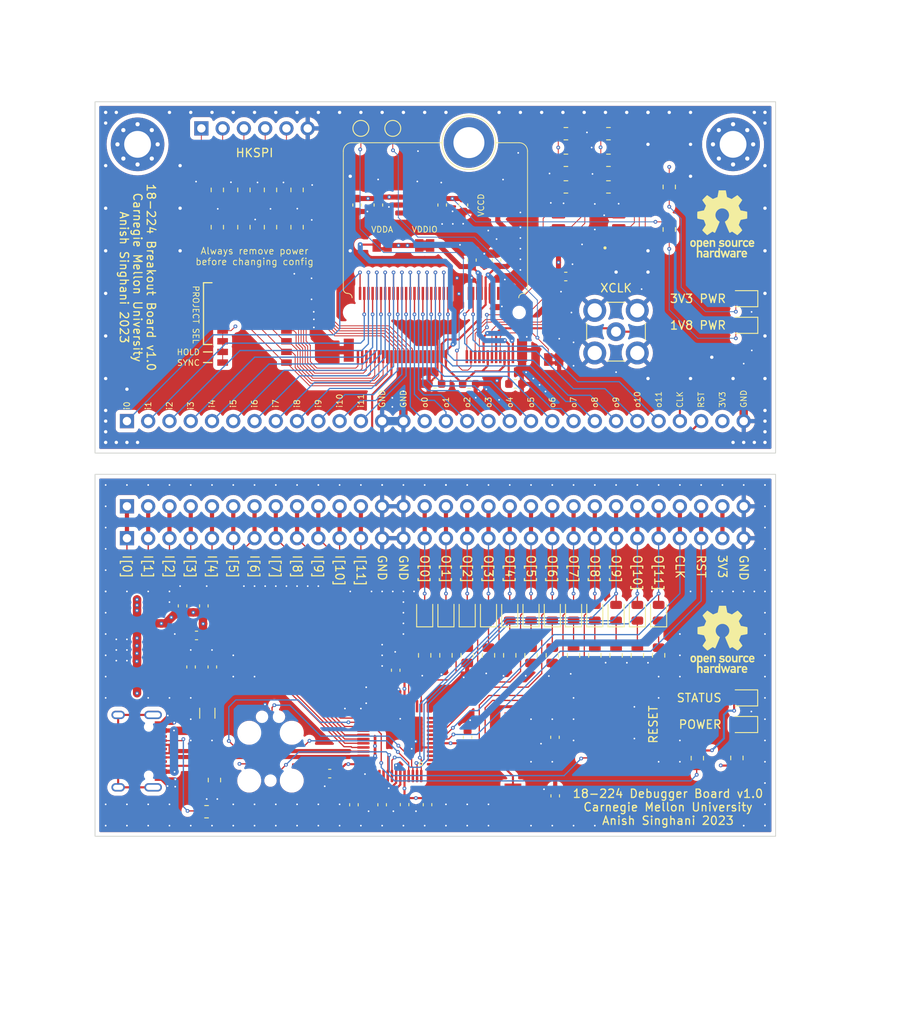
<source format=kicad_pcb>
(kicad_pcb (version 20221018) (generator pcbnew)
  (layers (0 "F.Cu" signal) (1 "In1.Cu" signal) (2 "In2.Cu" signal) (31 "B.Cu" signal) (34 "B.Paste" user) (35 "F.Paste" user) (36 "B.SilkS" user "B.Silkscreen") (37 "F.SilkS" user "F.Silkscreen") (38 "B.Mask" user) (39 "F.Mask" user) (44 "Edge.Cuts" user))
  (net 0 "")
  (net 1 "+3V3")
  (net 2 "GND")
  (net 3 "+1V8")
  (net 4 "vccd")
  (net 5 "vdda")
  (net 6 "vddio")
  (net 7 "Net-(D1-A)")
  (net 8 "Net-(D2-A)")
  (net 9 "mprj_io[4]_SCK")
  (net 10 "mprj_io[3]_CSB")
  (net 11 "mprj_io[2]_SDI")
  (net 12 "mprj_io[1]_SDO")
  (net 13 "mprj_io[0]")
  (net 14 "mprj_io[14]")
  (net 15 "mprj_io[15]")
  (net 16 "mprj_io[16]")
  (net 17 "mprj_io[17]")
  (net 18 "mprj_io[18]")
  (net 19 "mprj_io[19]")
  (net 20 "mprj_io[20]")
  (net 21 "mprj_io[21]")
  (net 22 "mprj_io[22]")
  (net 23 "mprj_io[23]")
  (net 24 "mprj_io[24]")
  (net 25 "mprj_io[25]")
  (net 26 "mprj_io[26]")
  (net 27 "mprj_io[27]")
  (net 28 "mprj_io[28]")
  (net 29 "mprj_io[29]")
  (net 30 "mprj_io[30]")
  (net 31 "mprj_io[31]")
  (net 32 "mprj_io[32]")
  (net 33 "mprj_io[33]")
  (net 34 "mprj_io[34]")
  (net 35 "mprj_io[35]")
  (net 36 "mprj_io[36]")
  (net 37 "mprj_io[37]")
  (net 38 "uio_clk")
  (net 39 "mprj_io[5]_ser_rx")
  (net 40 "~{RST}")
  (net 41 "Caravel_CSB")
  (net 42 "Caravel_SCK")
  (net 43 "Caravel_D0")
  (net 44 "Caravel_D1")
  (net 45 "Flash_WP")
  (net 46 "Flash_HOLD")
  (net 47 "mprj_io[6]_ser_tx")
  (net 48 "mprj_io[7]")
  (net 49 "mprj_io[13]")
  (net 50 "mprj_io[12]")
  (net 51 "mprj_io[11]")
  (net 52 "mprj_io[10]")
  (net 53 "mprj_io[9]")
  (net 54 "mprj_io[8]")
  (net 55 "gpio")
  (footprint "Resistor_SMD:R_0805_2012Metric" (layer "F.Cu") (at 233.68 142.24 -90)
    (fp_text reference "R10" hide)
    (fp_text value "1K")
  )
  (footprint "Capacitor_SMD:C_0603_1608Metric" (layer "F.Cu") (at 228.92 152.02 90)
    (fp_text reference "C13" hide)
    (fp_text value "22p")
  )
  (footprint "Package_QFP:TQFP-48_7x7mm_P0.5mm" (layer "F.Cu") (at 210.2 152.48 180)
    (fp_text reference "U4" hide)
    (fp_text value "ATSAMD21G18A-A")
  )
  (footprint "LED_SMD:LED_0805_2012Metric" (layer "F.Cu") (at 233.68 137.16 90)
    (fp_text reference "D6" hide)
    (fp_text value "LED")
  )
  (footprint "Connector_USB:USB_C_Receptacle_HRO_TYPE-C-31-M-12" (layer "F.Cu") (at 177.8 153.67 -90)
    (fp_text reference "J3" hide)
    (fp_text value "USB_C_Receptacle_USB2.0")
  )
  (footprint "LED_SMD:LED_0805_2012Metric" (layer "F.Cu") (at 241.3 137.16 90)
    (fp_text reference "D12" hide)
    (fp_text value "LED")
  )
  (footprint "Symbol:OSHW-Logo_7.5x8mm_SilkScreen" (layer "F.Cu") (at 248.89 90.77)
    (fp_text reference "REF**" hide)
    (fp_text value "OSHW-Logo_7.5x8mm_SilkScreen" hide)
  )
  (footprint "Resistor_SMD:R_0805_2012Metric" (layer "F.Cu") (at 223.52 142.24 -90)
    (fp_text reference "R13" hide)
    (fp_text value "1K")
  )
  (footprint "Capacitor_SMD:C_0603_1608Metric" (layer "F.Cu") (at 228.95 159.01 -90)
    (fp_text reference "C12" hide)
    (fp_text value "22p")
  )
  (footprint "Button_Switch_SMD:SW_Push_1P1T_NO_6x6mm_H9.5mm" (layer "F.Cu") (at 236.18 150.505 -90)
    (fp_text reference "SW1" hide)
    (fp_text value "RST_BTN")
  )
  (footprint "Package_SO:SOIC-8_5.23x5.23mm_P1.27mm" (layer "F.Cu") (at 232.94 91.73 180)
    (fp_text reference "U2" hide)
    (fp_text value "DNF")
  )
  (footprint "LED_SMD:LED_0805_2012Metric" (layer "F.Cu") (at 251.445 147.32 180)
    (fp_text reference "D13" hide)
    (fp_text value "LED")
  )
  (footprint "Jumper:SolderJumper-2_P1.3mm_Bridged2Bar_Pad1.0x1.5mm" (layer "F.Cu") (at 213.36 93.345 180)
    (fp_text reference "JP2" hide)
    (fp_text value "VDDIO_JMP")
  )
  (footprint "Capacitor_SMD:C_0603_1608Metric" (layer "F.Cu") (at 214.61 109.84 180)
    (fp_text reference "C7" hide)
    (fp_text value "1u")
  )
  (footprint "Capacitor_SMD:C_0603_1608Metric" (layer "F.Cu") (at 186.985 136.345 90)
    (fp_text reference "C3" hide)
    (fp_text value "10u")
  )
  (footprint "Fuse:Fuse_1206_3216Metric_Pad1.42x1.75mm_HandSolder" (layer "F.Cu") (at 187.4 149.15 -90)
    (fp_text reference "F1" hide)
    (fp_text value "500mA")
  )
  (footprint "Resistor_SMD:R_0805_2012Metric" (layer "F.Cu") (at 230.2275 83.185)
    (fp_text reference "R2" hide)
    (fp_text value "DNF")
  )
  (footprint "Jumper:SolderJumper-2_P1.3mm_Bridged2Bar_Pad1.0x1.5mm" (layer "F.Cu") (at 222.09 88.52 90)
    (fp_text reference "JP3" hide)
    (fp_text value "VCCD_JMP")
  )
  (footprint "Connector_PinHeader_2.54mm:PinHeader_1x06_P2.54mm_Vertical" (layer "F.Cu") (at 186.69 79.375 90)
    (fp_text reference "J1" hide)
    (fp_text value "HKSPI_HDR")
  )
  (footprint "Capacitor_SMD:C_0603_1608Metric" (layer "F.Cu") (at 207.83 88.52 -90)
    (fp_text reference "C2" hide)
    (fp_text value "0.1u")
  )
  (footprint "TestPoint:TestPoint_Pad_D1.5mm" (layer "F.Cu") (at 205.74 79.375)
    (fp_text reference "TP1" hide)
    (fp_text value "CARAVEL_GPIO_TP")
  )
  (footprint "Resistor_SMD:R_0805_2012Metric" (layer "F.Cu") (at 188.595 86.7175 90)
    (fp_text reference "R17" hide)
    (fp_text value "10K")
  )
  (footprint "Package_TO_SOT_SMD:SOT-223-3_TabPin2" (layer "F.Cu") (at 179.01 141.58 90)
    (fp_text reference "U5" hide)
    (fp_text value "AZ1117-3.3")
  )
  (footprint "LED_SMD:LED_0805_2012Metric" (layer "F.Cu") (at 215.9 137.16 90)
    (fp_text reference "D3" hide)
    (fp_text value "LED")
  )
  (footprint "Resistor_SMD:R_0805_2012Metric" (layer "F.Cu") (at 245.9228 154.5082 90)
    (fp_text reference "R1" hide)
    (fp_text value "1K")
  )
  (footprint "Resistor_SMD:R_0805_2012Metric" (layer "F.Cu") (at 230.2275 86.36)
    (fp_text reference "R3" hide)
    (fp_text value "DNF")
  )
  (footprint "MountingHole:MountingHole_3.2mm_M3_Pad_Via" (layer "F.Cu") (at 250.19 81.28)
    (fp_text reference "H2" hide)
    (fp_text value "MountingHole")
  )
  (footprint "Resistor_SMD:R_0805_2012Metric" (layer "F.Cu") (at 242.57 86.36 90)
    (fp_text reference "R7" hide)
    (fp_text value "1K")
  )
  (footprint "Resistor_SMD:R_0805_2012Metric" (layer "F.Cu") (at 238.76 142.24 -90)
    (fp_text reference "R14" hide)
    (fp_text value "1K")
  )
  (footprint "Capacitor_SMD:C_0603_1608Metric" (layer "F.Cu") (at 202.02 156.35 180)
    (fp_text reference "C9" hide)
    (fp_text value "0.1u")
  )
  (footprint "Capacitor_SMD:C_0603_1608Metric" (layer "F.Cu") (at 224.19 109.86)
    (fp_text reference "C16" hide)
    (fp_text value "1u")
  )
  (footprint "Resistor_SMD:R_0805_2012Metric" (layer "F.Cu") (at 215.9 142.24 -90)
    (fp_text reference "R7" hide)
    (fp_text value "1K")
  )
  (footprint "Resistor_SMD:R_0805_2012Metric" (layer "F.Cu") (at 231.14 142.24 -90)
    (fp_text reference "R8" hide)
    (fp_text value "1K")
  )
  (footprint "LED_SMD:LED_0805_2012Metric" (layer "F.Cu") (at 236.22 137.16 90)
    (fp_text reference "D8" hide)
    (fp_text value "LED")
  )
  (footprint "MicroMod-Sparkfun:M.2-CONNECTOR-E" (layer "F.Cu") (at 214.6425 101.3375)
    (fp_text reference "U1" hide)
    (fp_text value "caravel-M.2-card" hide)
  )
  (footprint "MicroMod-Sparkfun:MicroMod-Standoff" (layer "F.Cu") (at 218.6432 81.0768 90)
    (fp_text reference "H1" hide)
    (fp_text value "MICROMOD-Standoff")
  )
  (footprint "Resistor_SMD:R_0805_2012Metric" (layer "F.Cu") (at 198.12 86.7175 90)
    (fp_text reference "R11" hide)
    (fp_text value "10K")
  )
  (footprint "Resistor_SMD:R_0805_2012Metric" (layer "F.Cu") (at 213.36 142.24 -90)
    (fp_text reference "R5" hide)
    (fp_text value "1K")
  )
  (footprint "Resistor_SMD:R_0805_2012Metric" (layer "F.Cu") (at 226.06 142.24 -90)
    (fp_text reference "R15" hide)
    (fp_text value "1K")
  )
  (footprint "Resistor_SMD:R_0805_2012Metric" (layer "F.Cu") (at 235.3075 86.36)
    (fp_text reference "R5" hide)
    (fp_text value "DNF")
  )
  (footprint "Capacitor_SMD:C_0603_1608Metric" (layer "F.Cu") (at 186.11 139.87 180)
    (fp_text reference "C7" hide)
    (fp_text value "10u")
  )
  (footprint "Capacitor_SMD:C_0603_1608Metric" (layer "F.Cu") (at 218.48 152.01 90)
    (fp_text reference "C11" hide)
    (fp_text value "0.1u")
  )
  (footprint "MountingHole:MountingHole_3.2mm_M3_Pad_Via" (layer "F.Cu") (at 179.07 81.28)
    (fp_text reference "H3" hide)
    (fp_text value "MountingHole")
  )
  (footprint "LED_SMD:LED_0805_2012Metric" (layer "F.Cu") (at 226.06 137.16 90)
    (fp_text reference "D11" hide)
    (fp_text value "LED")
  )
  (footprint "LED_SMD:LED_0805_2012Metric" (layer "F.Cu") (at 251.46 102.87 180)
    (fp_text reference "D2" hide)
    (fp_text value "1V8")
  )
  (footprint "Capacitor_SMD:C_0603_1608Metric" (layer "F.Cu") (at 221.95 95.08 90)
    (fp_text reference "C12" hide)
    (fp_text value "0.1u")
  )
  (footprint "Jumper:SolderJumper-2_P1.3mm_Bridged2Bar_Pad1.0x1.5mm" (layer "F.Cu") (at 228.77 106.95)
    (fp_text reference "JP4" hide)
    (fp_text value "SOC_RST_JMP")
  )
  (footprint "Resistor_SMD:R_0805_2012Metric" (layer "F.Cu") (at 194.945 91.1625 90)
    (fp_text reference "R12" hide)
    (fp_text value "10K")
  )
  (footprint "Jumper:SolderJumper-2_P1.3mm_Bridged2Bar_Pad1.0x1.5mm" (layer "F.Cu") (at 208.28 93.345)
    (fp_text reference "JP1" hide)
    (fp_text value "VDDA_JMP")
  )
  (footprint "Connector_Coaxial:SMB_Jack_Vertical" (layer "F.Cu") (at 236.21 103.63 -90)
    (fp_text reference "J2" hide)
    (fp_text value "SMA_CONN")
  )
  (footprint "Capacitor_SMD:C_0603_1608Metric" (layer "F.Cu") (at 213.7 160.06 -90)
    (fp_text reference "C6" hide)
    (fp_text value "1u")
  )
  (footprint "LED_SMD:LED_0805_2012Metric" (layer "F.Cu") (at 228.6 137.16 90)
    (fp_text reference "D2" hide)
    (fp_text value "LED")
  )
  (footprint "Resistor_SMD:R_0805_2012Metric" (layer "F.Cu") (at 188.595 91.1625 90)
    (fp_text reference "R16" hide)
    (fp_text value "10K")
  )
  (footprint "Resistor_SMD:R_0805_2012Metric" (layer "F.Cu") (at 187.31 160.9 180)
    (fp_text reference "R3" hide)
    (fp_text value "5.1K")
  )
  (footprint "Resistor_SMD:R_0805_2012Metric" (layer "F.Cu") (at 230.2275 80.01)
    (fp_text reference "R6" hide)
    (fp_text value "DNF")
  )
  (footprint "Crystal:Crystal_SMD_HC49-SD" (layer "F.Cu") (at 223.9 155.54 90)
    (fp_text reference "Y1" hide)
    (fp_text value "32.768KHz")
  )
  (footprint "Resistor_SMD:R_0805_2012Metric" (layer "F.Cu") (at 241.3 142.24 -90)
    (fp_text reference "R16" hide)
    (fp_text value "1K")
  )
  (footprint "Resistor_SMD:R_0805_2012Metric" (layer "F.Cu") (at 220.98 142.24 -90)
    (fp_text reference "R11" hide)
    (fp_text value "1K")
  )
  (footprint "Capacitor_SMD:C_0603_1608Metric" (layer "F.Cu") (at 208.28 160.07 90)
    (fp_text reference "C5" hide)
    (fp_text value "1u")
  )
  (footprint "Resistor_SMD:R_0805_2012Metric" (layer "F.Cu") (at 235.3075 83.185)
    (fp_text reference "R4" hide)
    (fp_text value "10K")
  )
  (footprint "Capacitor_SMD:C_0603_1608Metric" (layer "F.Cu") (at 210.96 160.05 -90)
    (fp_text reference "C8" hide)
    (fp_text value "0.1u")
  )
  (footprint "Resistor_SMD:R_0805_2012Metric" (layer "F.Cu") (at 194.945 86.7175 90)
    (fp_text reference "R13" hide)
    (fp_text value "10K")
  )
  (footprint "Resistor_SMD:R_0805_2012Metric" (layer "F.Cu") (at 235.3075 80.01)
    (fp_text reference "R1" hide)
    (fp_text value "DNF")
  )
  (footprint "Connector:Tag-Connect_TC2050-IDC-FP_2x05_P1.27mm_Vertical" (layer "F.Cu") (at 194.945 153.38 90)
    (fp_text reference "J1" hide)
    (fp_text value "TC2050")
  )
  (footprint "LED_SMD:LED_0805_2012Metric" (layer "F.Cu") (at 223.52 137.16 90)
    (fp_text reference "D9" hide)
    (fp_text value "LED")
  )
  (footprint "Capacitor_SMD:C_0603_1608Metric" (layer "F.Cu") (at 205.29 88.52 -90)
    (fp_text reference "C3" hide)
    (fp_text value "10u")
  )
  (footprint "TestPoint:TestPoint_Pad_D1.5mm" (layer "F.Cu") (at 209.55 79.375 -90)
    (fp_text reference "TP2" hide)
    (fp_text value "RST_TP")
  )
  (footprint "Connector_PinHeader_2.54mm:PinHeader_1x30_P2.54mm_Vertical" (layer "F.Cu") (at 177.8 128.27 90)
    (fp_text reference "J6" hide)
    (fp_text value "BREAKOUT_HDR")
  )
  (footprint "Capacitor_SMD:C_0603_1608Metric" (layer "F.Cu") (at 215.45 88.52 -90)
    (fp_text reference "C5" hide)
    (fp_text value "10u")
  )
  (footprint "LED_SMD:LED_0805_2012Metric" (layer "F.Cu") (at 251.46 99.695 180)
    (fp_text reference "D1" hide)
    (fp_text value "3V3")
  )
  (footprint "Capacitor_SMD:C_0603_1608Metric" (layer "F.Cu") (at 217.99 88.52 -90)
    (fp_text reference "C4" hide)
    (fp_text value "1u")
  )
  (footprint "Connector_PinHeader_2.54mm:PinHeader_1x30_P2.54mm_Vertical" (layer "F.Cu") (at 177.8 124.46 90)
    (fp_text reference "J5" hide)
    (fp_text value "GPIO_HDR")
  )
  (footprint "LED_SMD:LED_0805_2012Metric" (layer "F.Cu") (at 231.14 137.16 90)
    (fp_text reference "D4" hide)
    (fp_text value "LED")
  )
  (footprint "Package_TO_SOT_SMD:SOT-23-5" (layer "F.Cu") (at 211.64 88.52)
    (fp_text reference "U3" hide)
    (fp_text value "AP2112K-1.8")
  )
  (footprint "Resistor_SMD:R_0805_2012Metric" (layer "F.Cu") (at 236.22 142.24 -90)
    (fp_text reference "R12" hide)
    (fp_text value "1K")
  )
  (footprint "LED_SMD:LED_0805_2012Metric" (layer "F.Cu") (at 218.44 137.16 90)
    (fp_text reference "D5" hide)
    (fp_text value "LED")
  )
  (footprint "Capacitor_SMD:C_0603_1608Metric_Pad1.08x0.95mm_HandSolder" (layer "F.Cu") (at 230.21 97.05)
    (fp_text reference "C1" hide)
    (fp_text value "DNF")
  )
  (footprint "Capacitor_SMD:C_0603_1608Metric" (layer "F.Cu") (at 188 143.63 90)
    (fp_text reference "C20" hide)
    (fp_text value "10u")
  )
  (footprint "Resistor_SMD:R_0805_2012Metric" (layer "F.Cu") (at 191.77 91.1625 90)
    (fp_text reference "R14" hide)
    (fp_text value "10K")
  )
  (footprint "Symbol:OSHW-Logo_7.5x8mm_SilkScreen" (layer "F.Cu") (at 248.92 140.335)
    (fp_text reference "REF**" hide)
    (fp_text value "OSHW-Logo_7.5x8mm_SilkScreen" hide)
  )
  (footprint "Capacitor_SMD:C_0603_1608Metric" (layer "F.Cu") (at 219 95.09 90)
    (fp_text reference "C17" hide)
    (fp_text value "0.1u")
  )
  (footprint "Resistor_SMD:R_0805_2012Metric" (layer "F.Cu") (at 250.6472 154.4828 90)
    (fp_text reference "R2" hide)
    (fp_text value "1K")
  )
  (footprint "Capacitor_SMD:C_0603_1608Metric" (layer "F.Cu") (at 218.67 109.87)
    (fp_text reference "C13" hide)
    (fp_text value "1u")
  )
  (footprint "Resistor_SMD:R_0805_2012Metric" (layer "F.Cu") (at 218.44 142.24 -90)
    (fp_text reference "R9" hide)
    (fp_text value "1K")
  )
  (footprint "LED_SMD:LED_0805_2012Metric" (layer "F.Cu") (at 213.36 137.16 90)
    (fp_text reference "D1" hide)
    (fp_text value "LED")
  )
  (footprint "Resistor_SMD:R_0805_2012Metric" (layer "F.Cu") (at 198.12 91.1625 90)
    (fp_text reference "R10" hide)
    (fp_text value "10K")
  )
  (footprint "Capacitor_SMD:C_0603_1608Metric" (layer "F.Cu") (at 185.46 143.63 90)
    (fp_text reference "C21" hide)
    (fp_text value "1u")
  )
  (footprint "Button_Switch_SMD:SW_DIP_SPSTx08_Slide_KingTek_DSHP08TS_W7.62mm_P1.27mm" (layer "F.Cu") (at 193.04 102.87)
    (fp_text reference "SW1" hide)
    (fp_text value "DSHP08TSGER")
  )
  (footprint "LED_SMD:LED_0805_2012Metric" (layer "F.Cu") (at 220.98 137.16 90)
    (fp_text reference "D7" hide)
    (fp_text value "LED")
  )
  (footprint "LED_SMD:LED_0805_2012Metric" (layer "F.Cu") (at 238.76 137.16 90)
    (fp_text reference "D10" hide)
    (fp_text value "LED")
  )
  (footprint "Capacitor_SMD:C_0603_1608Metric" (layer "F.Cu") (at 209.9 144.02 90)
    (fp_text reference "C10" hide)
    (fp_text value "0.1u")
  )
  (footprint "Resistor_SMD:R_0805_2012Metric" (layer "F.Cu") (at 191.77 86.7175 90)
    (fp_text reference "R15" hide)
    (fp_text value "10K")
  )
  (footprint "Connector_PinHeader_2.54mm:PinHeader_1x30_P2.54mm_Vertical" (layer "F.Cu") (at 177.8 114.3 90)
    (fp_text reference "J3" hide)
    (fp_text value "GPIO_HDR")
  )
  (footprint "Resistor_SMD:R_0805_2012Metric" (layer "F.Cu") (at 242.57 91.44 90)
    (fp_text reference "R8" hide)
    (fp_text value "100R")
  )
  (footprint "Resistor_SMD:R_0805_2012Metric" (layer "F.Cu") (at 228.6 142.24 -90)
    (fp_text reference "R6" hide)
    (fp_text value "1K")
  )
  (footprint "Capacitor_SMD:C_0603_1608Metric" (layer "F.Cu") (at 204.91 160.07 -90)
    (fp_text reference "C14" hide)
    (fp_text value "0.1u")
  )
  (footprint "Resistor_SMD:R_0805_2012Metric" (layer "F.Cu") (at 188.25 157.12 90)
    (fp_text reference "R4" hide)
    (fp_text value "5.1K")
  )
  (footprint "Capacitor_SMD:C_0603_1608Metric" (layer "F.Cu") (at 184.445 136.345 90)
    (fp_text reference "C4" hide)
    (fp_text value "1u")
  )
  (footprint "LED_SMD:LED_0805_2012Metric" (layer "F.Cu") (at 251.445 150.495 180)
    (fp_text reference "D14" hide)
    (fp_text value "LED")
  )
  (gr_line (start 186.944 105.156) (end 187.96 105.156) (stroke (width 0.15)) (layer "F.SilkS"))
  (gr_line (start 186.944 106.045) (end 187.96 106.045) (stroke (width 0.15)) (layer "F.SilkS"))
  (gr_line (start 187.96 97.79) (end 186.944 97.79) (stroke (width 0.15)) (layer "F.SilkS"))
  (gr_line (start 186.944 107.315) (end 187.96 107.315) (stroke (width 0.15)) (layer "F.SilkS"))
  (gr_line (start 186.944 97.79) (end 186.944 105.156) (stroke (width 0.15)) (layer "F.SilkS"))
  (gr_rect (start 173.99 120.65) (end 255.27 163.83) (stroke (width 0.1)) (fill none) (layer "Edge.Cuts"))
  (gr_rect (start 173.99 76.2) (end 255.27 118.11) (stroke (width 0.1)) (fill none) (layer "Edge.Cuts"))
  (gr_text "I[5]" (at 190.5 130.175 270) (layer "F.SilkS") (effects (font (size 1 1)) (justify left)))
  (gr_text "i6" (at 193.04 112.776 90) (layer "F.SilkS") (effects (font (size 0.7 0.7) (thickness 0.1)) (justify left)))
  (gr_text "i10" (at 203.2 112.776 90) (layer "F.SilkS") (effects (font (size 0.7 0.7) (thickness 0.1)) (justify left)))
  (gr_text "I[9]" (at 200.66 130.175 270) (layer "F.SilkS") (effects (font (size 1 1)) (justify left)))
  (gr_text "O[0]" (at 213.36 130.175 270) (layer "F.SilkS") (effects (font (size 1 1)) (justify left)))
  (gr_text "o1" (at 215.9 112.776 90) (layer "F.SilkS") (effects (font (size 0.7 0.7) (thickness 0.1)) (justify left)))
  (gr_text "RST" (at 246.38 112.776 90) (layer "F.SilkS") (effects (font (size 0.7 0.7) (thickness 0.1)) (justify left)))
  (gr_text "i7" (at 195.58 112.776 90) (layer "F.SilkS") (effects (font (size 0.7 0.7) (thickness 0.1)) (justify left)))
  (gr_text "o9" (at 236.22 112.776 90) (layer "F.SilkS") (effects (font (size 0.7 0.7) (thickness 0.1)) (justify left)))
  (gr_text "18-224 Breakout Board v1.0\nCarnegie Mellon University\nAnish Singhani 2023" (at 179.07 97.155 270) (layer "F.SilkS") (effects (font (size 1 1))))
  (gr_text "Always remove power\nbefore changing config" (at 193.04 94.6404) (layer "F.SilkS") (effects (font (size 0.8 0.8) (thickness 0.1))))
  (gr_text "i4" (at 187.96 112.776 90) (layer "F.SilkS") (effects (font (size 0.7 0.7) (thickness 0.1)) (justify left)))
  (gr_text "CLK" (at 243.84 130.175 270) (layer "F.SilkS") (effects (font (size 1 1)) (justify left)))
  (gr_text "o10" (at 238.76 112.776 90) (layer "F.SilkS") (effects (font (size 0.7 0.7) (thickness 0.1)) (justify left)))
  (gr_text "VDDIO" (at 213.36 91.44) (layer "F.SilkS") (effects (font (size 0.7 0.7) (thickness 0.1))))
  (gr_text "o5" (at 226.06 112.776 90) (layer "F.SilkS") (effects (font (size 0.7 0.7) (thickness 0.1)) (justify left)))
  (gr_text "O[9]" (at 236.22 130.175 270) (layer "F.SilkS") (effects (font (size 1 1)) (justify left)))
  (gr_text "I[7]" (at 195.58 130.175 270) (layer "F.SilkS") (effects (font (size 1 1)) (justify left)))
  (gr_text "GND" (at 210.82 130.175 270) (layer "F.SilkS") (effects (font (size 1 1)) (justify left)))
  (gr_text "O[5]" (at 226.06 130.175 270) (layer "F.SilkS") (effects (font (size 1 1)) (justify left)))
  (gr_text "I[8]" (at 198.12 130.175 270) (layer "F.SilkS") (effects (font (size 1 1)) (justify left)))
  (gr_text "GND" (at 208.28 112.776 90) (layer "F.SilkS") (effects (font (size 0.7 0.7) (thickness 0.1)) (justify left)))
  (gr_text "RST" (at 246.38 130.175 270) (layer "F.SilkS") (effects (font (size 1 1)) (justify left)))
  (gr_text "I[3]" (at 185.42 130.175 270) (layer "F.SilkS") (effects (font (size 1 1)) (justify left)))
  (gr_text "GND" (at 210.82 112.776 90) (layer "F.SilkS") (effects (font (size 0.7 0.7) (thickness 0.1)) (justify left)))
  (gr_text "O[6]" (at 228.6 130.175 270) (layer "F.SilkS") (effects (font (size 1 1)) (justify left)))
  (gr_text "3V3" (at 248.92 130.175 270) (layer "F.SilkS") (effects (font (size 1 1)) (justify left)))
  (gr_text "SYNC" (at 186.563 106.934) (layer "F.SilkS") (effects (font (size 0.7 0.7) (thickness 0.1)) (justify right top)))
  (gr_text "i5" (at 190.5 112.776 90) (layer "F.SilkS") (effects (font (size 0.7 0.7) (thickness 0.1)) (justify left)))
  (gr_text "i8" (at 198.12 112.776 90) (layer "F.SilkS") (effects (font (size 0.7 0.7) (thickness 0.1)) (justify left)))
  (gr_text "O[2]" (at 218.44 130.175 270) (layer "F.SilkS") (effects (font (size 1 1)) (justify left)))
  (gr_text "GND" (at 208.28 130.175 270) (layer "F.SilkS") (effects (font (size 1 1)) (justify left)))
  (gr_text "o3" (at 220.98 112.776 90) (layer "F.SilkS") (effects (font (size 0.7 0.7) (thickness 0.1)) (justify left)))
  (gr_text "O[1]" (at 215.9 130.175 270) (layer "F.SilkS") (effects (font (size 1 1)) (justify left)))
  (gr_text "I[6]" (at 193.04 130.175 270) (layer "F.SilkS") (effects (font (size 1 1)) (justify left)))
  (gr_text "o7" (at 231.14 112.776 90) (layer "F.SilkS") (effects (font (size 0.7 0.7) (thickness 0.1)) (justify left)))
  (gr_text "18-224 Debugger Board v1.0\nCarnegie Mellon University\nAnish Singhani 2023" (at 242.4176 160.3502) (layer "F.SilkS") (effects (font (size 1 1))))
  (gr_text "VDDA" (at 208.28 91.44) (layer "F.SilkS") (effects (font (size 0.7 0.7) (thickness 0.1))))
  (gr_text "RESET" (at 240.665 150.495 90) (layer "F.SilkS") (effects (font (size 1 1))))
  (gr_text "O[10]" (at 238.76 130.175 270) (layer "F.SilkS") (effects (font (size 1 1)) (justify left)))
  (gr_text "POWER" (at 248.905 150.495) (layer "F.SilkS") (effects (font (size 1 1)) (justify right)))
  (gr_text "PROJECT SEL" (at 186.436 101.6 270) (layer "F.SilkS") (effects (font (size 0.7 0.7) (thickness 0.1)) (justify top)))
  (gr_text "3V3 PWR" (at 249.428 99.695) (layer "F.SilkS") (effects (font (size 1 1)) (justify right)))
  (gr_text "o0" (at 213.36 112.776 90) (layer "F.SilkS") (effects (font (size 0.7 0.7) (thickness 0.1)) (justify left)))
  (gr_text "i9" (at 200.66 112.776 90) (layer "F.SilkS") (effects (font (size 0.7 0.7) (thickness 0.1)) (justify left)))
  (gr_text "i11" (at 205.74 112.776 90) (layer "F.SilkS") (effects (font (size 0.7 0.7) (thickness 0.1)) (justify left)))
  (gr_text "CLK" (at 243.84 112.776 90) (layer "F.SilkS") (effects (font (size 0.7 0.7) (thickness 0.1)) (justify left)))
  (gr_text "O[7]" (at 231.14 130.175 270) (layer "F.SilkS") (effects (font (size 1 1)) (justify left)))
  (gr_text "o4" (at 223.52 112.776 90) (layer "F.SilkS") (effects (font (size 0.7 0.7) (thickness 0.1)) (justify left)))
  (gr_text "GND" (at 251.46 112.776 90) (layer "F.SilkS") (effects (font (size 0.7 0.7) (thickness 0.1)) (justify left)))
  (gr_text "o8" (at 233.68 112.776 90) (layer "F.SilkS") (effects (font (size 0.7 0.7) (thickness 0.1)) (justify left)))
  (gr_text "O[4]" (at 223.52 130.175 270) (layer "F.SilkS") (effects (font (size 1 1)) (justify left)))
  (gr_text "O[8]" (at 233.68 130.175 270) (layer "F.SilkS") (effects (font (size 1 1)) (justify left)))
  (gr_text "HKSPI" (at 193.04 82.296) (layer "F.SilkS") (effects (font (size 1 1))))
  (gr_text "o2" (at 218.44 112.776 90) (layer "F.SilkS") (effects (font (size 0.7 0.7) (thickness 0.1)) (justify left)))
  (gr_text "3V3" (at 248.92 112.776 90) (layer "F.SilkS") (effects (font (size 0.7 0.7) (thickness 0.1)) (justify left)))
  (gr_text "o6" (at 228.6 112.776 90) (layer "F.SilkS") (effects (font (size 0.7 0.7) (thickness 0.1)) (justify left)))
  (gr_text "i0" (at 177.8 113.03 90) (layer "F.SilkS") (effects (font (size 0.7 0.7) (thickness 0.1)) (justify left)))
  (gr_text "i2" (at 182.88 113.03 90) (layer "F.SilkS") (effects (font (size 0.7 0.7) (thickness 0.1)) (justify left)))
  (gr_text "STATUS" (at 248.905 147.32) (layer "F.SilkS") (effects (font (size 1 1)) (justify right)))
  (gr_text "I[11]" (at 205.74 130.175 270) (layer "F.SilkS") (effects (font (size 1 1)) (justify left)))
  (gr_text "I[10]" (at 203.2 130.175 270) (layer "F.SilkS") (effects (font (size 1 1)) (justify left)))
  (gr_text "i1" (at 180.34 113.03 90) (layer "F.SilkS") (effects (font (size 0.7 0.7) (thickness 0.1)) (justify left)))
  (gr_text "VCCD" (at 220.091 88.519 90) (layer "F.SilkS") (effects (font (size 0.7 0.7) (thickness 0.1))))
  (gr_text "i3" (at 185.42 113.03 90) (layer "F.SilkS") (effects (font (size 0.7 0.7) (thickness 0.1)) (justify left)))
  (gr_text "o11" (at 241.3 112.776 90) (layer "F.SilkS") (effects (font (size 0.7 0.7) (thickness 0.1)) (justify left)))
  (gr_text "O[11]" (at 241.3 130.175 270) (layer "F.SilkS") (effects (font (size 1 1)) (justify left)))
  (gr_text "1V8 PWR" (at 249.428 102.87) (layer "F.SilkS") (effects (font (size 1 1)) (justify right)))
  (gr_text "I[2]" (at 182.88 130.175 270) (layer "F.SilkS") (effects (font (size 1 1)) (justify left)))
  (gr_text "HOLD" (at 186.563 105.664) (layer "F.SilkS") (effects (font (size 0.7 0.7) (thickness 0.1)) (justify right top)))
  (gr_text "I[0]" (at 177.8 130.175 -90) (layer "F.SilkS") (effects (font (size 1 1)) (justify left)))
  (gr_text "XCLK" (at 236.22 98.425) (layer "F.SilkS") (effects (font (size 1 1))))
  (gr_text "I[1]" (at 180.34 130.175 270) (layer "F.SilkS") (effects (font (size 1 1)) (justify left)))
  (gr_text "O[3]" (at 220.98 130.175 270) (layer "F.SilkS") (effects (font (size 1 1)) (justify left)))
  (gr_text "GND" (at 251.46 130.175 270) (layer "F.SilkS") (effects (font (size 1 1)) (justify left)))
  (gr_text "I[4]" (at 187.96 130.175 270) (layer "F.SilkS") (effects (font (size 1 1)) (justify left)))
  (segment (start 228.6 141.3275) (end 228.6 138.0975) (width 0.15) (layer "F.Cu") (net 0))
  (segment (start 214.3625 149.73) (end 219.69 144.4025) (width 0.15) (layer "F.Cu") (net 0))
  (segment (start 211.45 148.3175) (end 211.45 141.83) (width 0.15) (layer "F.Cu") (net 0))
  (segment (start 183.94 132.21) (end 182.88 131.15) (width 0.15) (layer "F.Cu") (net 0))
  (segment (start 212.95 154.62) (end 212.78 154.45) (width 0.15) (layer "F.Cu") (net 0))
  (segment (start 181.66 132.56) (end 187.844974 132.56) (width 0.15) (layer "F.Cu") (net 0))
  (segment (start 221.48 144.9) (end 222.24 144.14) (width 0.15) (layer "F.Cu") (net 0))
  (segment (start 181.845 156.12) (end 183.47 156.12) (width 0.5) (layer "F.Cu") (net 0))
  (segment (start 207.45 145.864922) (end 202.15 140.564923) (width 0.15) (layer "F.Cu") (net 0))
  (segment (start 180.964092 156.12) (end 180.0098 155.165708) (width 0.25) (layer "F.Cu") (net 0))
  (segment (start 238.76 128.27) (end 238.76 124.46) (width 0.5) (layer "F.Cu") (net 0))
  (segment (start 219.68 154.23) (end 220.58 153.33) (width 0.15) (layer "F.Cu") (net 0))
  (segment (start 180.34 128.27) (end 180.34 131.24) (width 0.15) (layer "F.Cu") (net 0))
  (segment (start 180.0098 152.2302) (end 181.02 151.22) (width 0.25) (layer "F.Cu") (net 0))
  (segment (start 190.88 137.320156) (end 190.88 130.43) (width 0.15) (layer "F.Cu") (net 0))
  (segment (start 232.42 137.4825) (end 233.68 136.2225) (width 0.15) (layer "F.Cu") (net 0))
  (segment (start 200.16 130.31) (end 198.12 128.27) (width 0.15) (layer "F.Cu") (net 0))
  (segment (start 212.45 156.6425) (end 212.45 155.17) (width 0.15) (layer "F.Cu") (net 0))
  (segment (start 214.3625 153.73) (end 219.54 153.73) (width 0.15) (layer "F.Cu") (net 0))
  (segment (start 226.06 124.46) (end 226.06 128.27) (width 0.5) (layer "F.Cu") (net 0))
  (segment (start 180.795 153.445) (end 180.795 154.395) (width 0.25) (layer "F.Cu") (net 0))
  (segment (start 203.92 153.67) (end 183.03 153.67) (width 0.5) (layer "F.Cu") (net 0))
  (segment (start 203.799896 151.23) (end 190.18 137.610104) (width 0.15) (layer "F.Cu") (net 0))
  (segment (start 177.8 124.46) (end 177.8 128.27) (width 0.5) (layer "F.Cu") (net 0))
  (segment (start 195.1307 150.3907) (end 195.1307 148.4593) (width 0.15) (layer "F.Cu") (net 0))
  (segment (start 220.58 153.33) (end 220.58 148.51) (width 0.15) (layer "F.Cu") (net 0))
  (segment (start 224.81 137.4725) (end 226.06 136.2225) (width 0.15) (layer "F.Cu") (net 0))
  (segment (start 195.58 128.27) (end 195.58 124.46) (width 0.5) (layer "F.Cu") (net 0))
  (segment (start 224.81 144.16) (end 224.81 137.4725) (width 0.15) (layer "F.Cu") (net 0))
  (segment (start 203.289844 149.73) (end 190.88 137.320156) (width 0.15) (layer "F.Cu") (net 0))
  (segment (start 229.88 144.38) (end 229.88 137.4825) (width 0.15) (layer "F.Cu") (net 0))
  (segment (start 189.48 133.700051) (end 187.989948 132.21) (width 0.15) (layer "F.Cu") (net 0))
  (segment (start 219.88 148.18) (end 221.03 147.03) (width 0.15) (layer "F.Cu") (net 0))
  (segment (start 180.34 131.24) (end 181.66 132.56) (width 0.15) (layer "F.Cu") (net 0))
  (segment (start 182.87 152.92) (end 182.895 152.945) (width 0.25) (layer "F.Cu") (net 0))
  (segment (start 203.2 140.13) (end 208.95 145.88) (width 0.15) (layer "F.Cu") (net 0))
  (segment (start 181.855 151.21) (end 181.845 151.22) (width 0.5) (layer "F.Cu") (net 0))
  (segment (start 206.0375 154.23) (end 206.0225 154.245) (width 0.25) (layer "F.Cu") (net 0))
  (segment (start 180.21 132.91) (end 187.7 132.91) (width 0.15) (layer "F.Cu") (net 0))
  (segment (start 221.03 147.03) (end 227.23 147.03) (width 0.15) (layer "F.Cu") (net 0))
  (segment (start 181.845 156.12) (end 180.964092 156.12) (width 0.25) (layer "F.Cu") (net 0))
  (segment (start 202.15 131.944974) (end 200.865026 130.66) (width 0.15) (layer "F.Cu") (net 0))
  (segment (start 226.06 136.2225) (end 226.06 134.874) (width 0.15) (layer "F.Cu") (net 0))
  (segment (start 197.97 130.66) (end 195.58 128.27) (width 0.15) (layer "F.Cu") (net 0))
  (segment (start 217.5075 136.2225) (end 217.11 136.62) (width 0.15) (layer "F.Cu") (net 0))
  (segment (start 233.68 128.27) (end 233.68 124.46) (width 0.5) (layer "F.Cu") (net 0))
  (segment (start 198.12 124.46) (end 198.12 128.27) (width 0.5) (layer "F.Cu") (net 0))
  (segment (start 212.95 147.02) (end 214.79 145.18) (width 0.15) (layer "F.Cu") (net 0))
  (segment (start 204.672462 153.23) (end 204.587462 153.145) (width 0.15) (layer "F.Cu") (net 0))
  (segment (start 231.14 124.46) (end 231.14 128.27) (width 0.5) (layer "F.Cu") (net 0))
  (segment (start 241.3 124.46) (end 241.3 128.27) (width 0.5) (layer "F.Cu") (net 0))
  (segment (start 177.8 128.27) (end 177.8 130.5) (width 0.15) (layer "F.Cu") (net 0))
  (segment (start 219.69 144.4025) (end 219.69 137.5125) (width 0.15) (layer "F.Cu") (net 0))
  (segment (start 187.989948 132.21) (end 183.94 132.21) (width 0.15) (layer "F.Cu") (net 0))
  (segment (start 177.8 130.5) (end 180.21 132.91) (width 0.15) (layer "F.Cu") (net 0))
  (segment (start 219.54 153.73) (end 219.88 153.39) (width 0.15) (layer "F.Cu") (net 0))
  (segment (start 181.02 151.22) (end 181.845 151.22) (width 0.25) (layer "F.Cu") (net 0))
  (segment (start 190.18 133.410102) (end 187.96 131.190102) (width 0.15) (layer "F.Cu") (net 0))
  (segment (start 222.24 144.14) (end 222.24 137.5025) (width 0.15) (layer "F.Cu") (net 0))
  (segment (start 236.22 136.2225) (end 236.22 134.874) (width 0.15) (layer "F.Cu") (net 0))
  (segment (start 213.36 141.3275) (end 213.36 138.0975) (width 0.15) (layer "F.Cu") (net 0))
  (segment (start 181.845 152.92) (end 182.87 152.92) (width 0.25) (layer "F.Cu") (net 0))
  (segment (start 190.88 130.43) (end 193.04 128.27) (width 0.15) (layer "F.Cu") (net 0))
  (segment (start 189.83 137.755078) (end 203.804922 151.73) (width 0.15) (layer "F.Cu") (net 0))
  (segment (start 203.809948 152.23) (end 189.48 137.900052) (width 0.15) (layer "F.Cu") (net 0))
  (segment (start 233.68 136.2225) (end 233.68 134.874) (width 0.15) (layer "F.Cu") (net 0))
  (segment (start 200.66 128.27) (end 200.66 124.46) (width 0.5) (layer "F.Cu") (net 0))
  (segment (start 211.95 156.6425) (end 211.95 155.63) (width 0.15) (layer "F.Cu") (net 0))
  (segment (start 201.01 130.31) (end 200.16 130.31) (width 0.15) (layer "F.Cu") (net 0))
  (segment (start 180.795 154.395) (end 180.82 154.42) (width 0.25) (layer "F.Cu") (net 0))
  (segment (start 221.47 147.62) (end 229.03 147.62) (width 0.15) (layer "F.Cu") (net 0))
  (segment (start 214.3625 150.23) (end 215.18 150.23) (width 0.15) (layer "F.Cu") (net 0))
  (segment (start 207.95 145.869948) (end 202.5 140.419949) (width 0.15) (layer "F.Cu") (net 0))
  (segment (start 209.45 154.76) (end 209.78 154.43) (width 0.15) (layer "F.Cu") (net 0))
  (segment (start 202.5 131.8) (end 201.01 130.31) (width 0.15) (layer "F.Cu") (net 0))
  (segment (start 202.15 140.564923) (end 202.15 131.944974) (width 0.15) (layer "F.Cu") (net 0))
  (segment (start 220.98 136.2225) (end 220.98 134.874) (width 0.15) (layer "F.Cu") (net 0))
  (segment (start 238.76 136.2225) (end 238.76 134.874) (width 0.15) (layer "F.Cu") (net 0))
  (segment (start 220.64 145.42) (end 223.55 145.42) (width 0.15) (layer "F.Cu") (net 0))
  (segment (start 212.95 156.6425) (end 212.95 154.62) (width 0.15) (layer "F.Cu") (net 0))
  (segment (start 214.65 144.52) (end 214.65 136.63) (width 0.15) (layer "F.Cu") (net 0))
  (segment (start 212.45 155.17) (end 212.37 155.09) (width 0.15) (layer "F.Cu") (net 0))
  (segment (start 195.1307 148.4593) (end 195.4 148.19) (width 0.15) (layer "F.Cu") (net 0))
  (segment (start 189.83 133.555077) (end 189.83 137.755078) (width 0.15) (layer "F.Cu") (net 0))
  (segment (start 215.18 150.23) (end 220.51 144.9) (width 0.15) (layer "F.Cu") (net 0))
  (segment (start 206.0225 154.245) (end 203.515 154.245) (width 0.25) (layer "F.Cu") (net 0))
  (segment (start 220.58 148.51) (end 221.47 147.62) (width 0.15) (layer "F.Cu") (net 0))
  (segment (start 186.7925 151.245) (end 183.42 151.245) (width 1) (layer "F.Cu") (net 0))
  (segment (start 180.82 153.42) (end 180.795 153.445) (width 0.25) (layer "F.Cu") (net 0))
  (segment (start 188.78 138.19) (end 188.78 133.99) (width 0.15) (layer "F.Cu") (net 0))
  (segment (start 202.85 140.274974) (end 202.85 130.46) (width 0.15) (layer "F.Cu") (net 0))
  (segment (start 212.45 148.3175) (end 212.45 146.72) (width 0.15) (layer "F.Cu") (net 0))
  (segment (start 183.35 154.37) (end 196.15 154.37) (width 0.5) (layer "F.Cu") (net 0))
  (segment (start 227.23 147.03) (end 229.88 144.38) (width 0.15) (layer "F.Cu") (net 0))
  (segment (start 204.587462 153.145) (end 203.735 153.145) (width 0.15) (layer "F.Cu") (net 0))
  (segment (start 212.95 148.3175) (end 212.95 147.02) (width 0.15) (layer "F.Cu") (net 0))
  (segment (start 203.98 153.73) (end 203.92 153.67) (width 0.25) (layer "F.Cu") (net 0))
  (segment (start 220.51 144.9) (end 221.48 144.9) (width 0.15) (layer "F.Cu") (net 0))
  (segment (start 215.9 128.27) (end 215.9 124.46) (width 0.5) (layer "F.Cu") (net 0))
  (segment (start 215.0575 136.2225) (end 214.65 136.63) (width 0.15) (layer "F.Cu") (net 0))
  (segment (start 203.804922 151.73) (end 206.0375 151.73) (width 0.15) (layer "F.Cu") (net 0))
  (segment (start 185.42 128.27) (end 185.42 124.46) (width 0.5) (layer "F.Cu") (net 0))
  (segment (start 220.98 124.46) (end 220.98 128.27) (width 0.5) (layer "F.Cu") (net 0))
  (segment (start 183.03 153.67) (end 183.02 153.68) (width 0.5) (layer "F.Cu") (net 0))
  (segment (start 203.79487 150.73) (end 190.53 137.46513) (width 0.15) (layer "F.Cu") (net 0))
  (segment (start 187.96 124.46) (end 187.96 128.27) (width 0.5) (layer "F.Cu") (net 0))
  (segment (start 215.33 150.73) (end 220.64 145.42) (width 0.15) (layer "F.Cu") (net 0))
  (segment (start 216.18 145.18) (end 217.11 144.25) (width 0.15) (layer "F.Cu") (net 0))
  (segment (start 187.7 132.91) (end 188.78 133.99) (width 0.15) (layer "F.Cu") (net 0))
  (segment (start 182.87 153.92) (end 181.845 153.92) (width 0.25) (layer "F.Cu") (net 0))
  (segment (start 211.95 155.63) (end 211.8 155.48) (width 0.15) (layer "F.Cu") (net 0))
  (segment (start 211.45 155.06) (end 210.16 153.77) (width 0.15) (layer "F.Cu") (net 0))
  (segment (start 231.14 136.2225) (end 231.14 134.874) (width 0.15) (layer "F.Cu") (net 0))
  (segment (start 203.814974 152.73) (end 189.13 138.045026) (width 0.15) (layer "F.Cu") (net 0))
  (segment (start 190.53 128.3) (end 190.5 128.27) (width 0.15) (layer "F.Cu") (net 0))
  (segment (start 176.75 157.99) (end 180.93 157.99) (width 0.25) (layer "F.Cu") (net 0))
  (segment (start 214.3625 150.73) (end 215.33 150.73) (width 0.15) (layer "F.Cu") (net 0))
  (segment (start 186.19 131.86) (end 188.134922 131.86) (width 0.15) (layer "F.Cu") (net 0))
  (segment (start 229.03 147.62) (end 232.42 144.23) (width 0.15) (layer "F.Cu") (net 0))
  (segment (start 182.88 131.15) (end 182.88 128.27) (width 0.15) (layer "F.Cu") (net 0))
  (segment (start 180.0098 155.165708) (end 180.0098 152.2302) (width 0.25) (layer "F.Cu") (net 0))
  (segment (start 203.735 153.145) (end 188.78 138.19) (width 0.15) (layer "F.Cu") (net 0))
  (segment (start 211.45 156.6425) (end 211.45 155.06) (width 0.15) (layer "F.Cu") (net 0))
  (segment (start 209.45 156.6425) (end 209.45 154.76) (width 0.15) (layer "F.Cu") (net 0))
  (segment (start 206.0375 149.73) (end 203.289844 149.73) (width 0.15) (layer "F.Cu") (net 0))
  (segment (start 207.45 148.3175) (end 207.45 145.864922) (width 0.15) (layer "F.Cu") (net 0))
  (segment (start 189.13 138.045026) (end 189.13 133.845025) (width 0.15) (layer "F.Cu") (net 0))
  (segment (start 223.55 145.42) (end 224.81 144.16) (width 0.15) (layer "F.Cu") (net 0))
  (segment (start 208.45 145.874974) (end 202.85 140.274974) (width 0.15) (layer "F.Cu") (net 0))
  (segment (start 229.88 137.4825) (end 231.14 136.2225) (width 0.15) (layer "F.Cu") (net 0))
  (segment (start 214.3625 154.23) (end 219.68 154.23) (width 0.15) (layer "F.Cu") (net 0))
  (segment (start 206.0375 150.73) (end 203.79487 150.73) (width 0.15) (layer "F.Cu") (net 0))
  (segment (start 190.18 137.610104) (end 190.18 133.410102) (width 0.15) (layer "F.Cu") (net 0))
  (segment (start 196.15 154.37) (end 204.37 154.37) (width 0.5) (layer "F.Cu") (net 0))
  (segment (start 189.48 137.900052) (end 189.48 133.700051) (width 0.15) (layer "F.Cu") (net 0))
  (segment (start 203.92 153.67) (end 204.37 153.67) (width 0.5) (layer "F.Cu") (net 0))
  (segment (start 190.5 128.27) (end 190.5 124.46) (width 0.5) (layer "F.Cu") (net 0))
  (segment (start 218.44 124.46) (end 218.44 128.27) (width 0.5) (layer "F.Cu") (net 0))
  (segment (start 208.45 148.3175) (end 208.45 145.874974) (width 0.15) (layer "F.Cu") (net 0))
  (segment (start 203.515 154.245) (end 203.39 154.37) (width 0.25) (layer "F.Cu") (net 0))
  (segment (start 176.75 149.35) (end 176.75 157.99) (width 0.25) (layer "F.Cu") (net 0))
  (segment (start 211.8 155.48) (end 211.8 154.6) (width 0.15) (layer "F.Cu") (net 0))
  (segment (start 211.45 141.83) (end 205.74 136.12) (width 0.15) (layer "F.Cu") (net 0))
  (segment (start 193.04 124.46) (end 193.04 128.27) (width 0.5) (layer "F.Cu") (net 0))
  (segment (start 215.9 136.2225) (end 215.9 134.874) (width 0.15) (layer "F.Cu") (net 0))
  (segment (start 217.11 144.25) (end 217.11 136.62) (width 0.15) (layer "F.Cu") (net 0))
  (segment (start 180.93 149.35) (end 176.75 149.35) (width 0.25) (layer "F.Cu") (net 0))
  (segment (start 182.895 153.895) (end 182.87 153.92) (width 0.25) (layer "F.Cu") (net 0))
  (segment (start 222.24 137.5025) (end 223.52 136.2225) (width 0.15) (layer "F.Cu") (net 0))
  (segment (start 187.4 150.6375) (end 186.7925 151.245) (width 1) (layer "F.Cu") (net 0))
  (segment (start 202.85 130.46) (end 200.66 128.27) (width 0.15) (layer "F.Cu") (net 0))
  (segment (start 182.88 124.46) (end 182.88 128.27) (width 0.5) (layer "F.Cu") (net 0))
  (segment (start 183.3 154.42) (end 183.35 154.37) (width 0.25) (layer "F.Cu") (net 0))
  (segment (start 223.52 136.2225) (end 223.52 134.874) (width 0.15) (layer "F.Cu") (net 0))
  (segment (start 189.13 133.845025) (end 187.844974 132.56) (width 0.15) (layer "F.Cu") (net 0))
  (segment (start 206.0375 153.73) (end 203.98 153.73) (width 0.25) (layer "F.Cu") (net 0))
  (segment (start 212.45 146.72) (end 214.65 144.52) (width 0.15) (layer "F.Cu") (net 0))
  (segment (start 185.42 128.27) (end 185.42 131.09) (width 0.15) (layer "F.Cu") (net 0))
  (segment (start 236.22 138.0975) (end 236.22 141.3275) (width 0.15) (layer "F.Cu") (net 0))
  (segment (start 195.58 150.84) (end 195.1307 150.3907) (width 0.15) (layer "F.Cu") (net 0))
  (segment (start 218.44 136.2225) (end 217.5075 136.2225) (width 0.15) (layer "F.Cu") (net 0))
  (segment (start 203.2 124.46) (end 203.2 128.27) (width 0.5) (layer "F.Cu") (net 0))
  (segment (start 200.865026 130.66) (end 197.97 130.66) (width 0.15) (layer "F.Cu") (net 0))
  (segment (start 214.79 145.18) (end 216.18 145.18) (width 0.15) (layer "F.Cu") (net 0))
  (segment (start 205.74 128.27) (end 205.74 124.46) (width 0.5) (layer "F.Cu") (net 0))
  (segment (start 196.46745 152.99745) (end 199.04255 152.99745) (width 0.15) (layer "F.Cu") (net 0))
  (segment (start 219.88 153.39) (end 219.88 148.18) (width 0.15) (layer "F.Cu") (net 0))
  (segment (start 181.845 153.42) (end 180.82 153.42) (width 0.25) (layer "F.Cu") (net 0))
  (segment (start 208.95 145.88) (end 208.95 148.3175) (width 0.15) (layer "F.Cu") (net 0))
  (segment (start 185.42 131.09) (end 186.19 131.86) (width 0.15) (layer "F.Cu") (net 0))
  (segment (start 199.04255 152.99745) (end 199.6 152.44) (width 0.15) (layer "F.Cu") (net 0))
  (segment (start 206.0375 153.23) (end 204.672462 153.23) (width 0.15) (layer "F.Cu") (net 0))
  (segment (start 181.845 154.42) (end 183.3 154.42) (width 0.25) (layer "F.Cu") (net 0))
  (segment (start 183.42 151.21) (end 181.855 151.21) (width 0.5) (layer "F.Cu") (net 0))
  (segment (start 241.3 136.2225) (end 241.3 134.874) (width 0.15) (layer "F.Cu") (net 0))
  (segment (start 182.895 152.945) (end 182.895 153.895) (width 0.25) (layer "F.Cu") (net 0))
  (segment (start 218.44 136.2225) (end 218.44 134.874) (width 0.15) (layer "F.Cu") (net 0))
  (segment (start 206.0375 151.23) (end 203.799896 151.23) (width 0.15) (layer "F.Cu") (net 0))
  (segment (start 180.34 128.27) (end 180.34 124.46) (width 0.5) (layer "F.Cu") (net 0))
  (segment (start 215.9 136.2225) (end 215.0575 136.2225) (width 0.15) (layer "F.Cu") (net 0))
  (segment (start 203.2 128.27) (end 203.2 140.13) (width 0.15) (layer "F.Cu") (net 0))
  (segment (start 180.82 154.42) (end 181.845 154.42) (width 0.25) (layer "F.Cu") (net 0))
  (segment (start 195.58 152.11) (end 196.46745 152.99745) (width 0.15) (layer "F.Cu") (net 0))
  (segment (start 205.74 136.12) (end 205.74 128.27) (width 0.15) (layer "F.Cu") (net 0))
  (segment (start 202.5 140.419949) (end 202.5 131.8) (width 0.15) (layer "F.Cu") (net 0))
  (segment (start 211.8 154.6) (end 210.22 153.02) (width 0.15) (layer "F.Cu") (net 0))
  (segment (start 190.53 137.46513) (end 190.53 128.3) (width 0.15) (layer "F.Cu") (net 0))
  (segment (start 183.47 156.12) (end 183.49 156.14) (width 0.5) (layer "F.Cu") (net 0))
  (segment (start 207.95 148.3175) (end 207.95 145.869948) (width 0.15) (layer "F.Cu") (net 0))
  (segment (start 223.52 128.27) (end 223.52 124.46) (width 0.5) (layer "F.Cu") (net 0))
  (segment (start 187.96 131.190102) (end 187.96 128.27) (width 0.15) (layer "F.Cu") (net 0))
  (segment (start 232.42 144.23) (end 232.42 137.4825) (width 0.15) (layer "F.Cu") (net 0))
  (segment (start 236.22 124.46) (end 236.22 128.27) (width 0.5) (layer "F.Cu") (net 0))
  (segment (start 219.69 137.5125) (end 220.98 136.2225) (width 0.15) (layer "F.Cu") (net 0))
  (segment (start 206.0375 152.73) (end 203.814974 152.73) (width 0.15) (layer "F.Cu") (net 0))
  (segment (start 206.0375 152.23) (end 203.809948 152.23) (width 0.15) (layer "F.Cu") (net 0))
  (segment (start 188.134922 131.86) (end 189.83 133.555077) (width 0.15) (layer "F.Cu") (net 0))
  (via (at 231.14 134.874) (size 0.45) (drill 0.2) (layers "F.Cu" "B.Cu") (net 0))
  (via (at 212.78 154.45) (size 0.45) (drill 0.2) (layers "F.Cu" "B.Cu") (net 0))
  (via (at 183.42 151.21) (size 0.45) (drill 0.2) (layers "F.Cu" "B.Cu") (net 0))
  (via (at 183.49 156.14) (size 0.45) (drill 0.2) (layers "F.Cu" "B.Cu") (net 0))
  (via (at 236.22 134.874) (size 0.45) (drill 0.2) (layers "F.Cu" "B.Cu") (net 0))
  (via (at 238.76 134.874) (size 0.45) (drill 0.2) (layers "F.Cu" "B.Cu") (net 0))
  (via (at 195.4 148.19) (size 0.45) (drill 0.2) (layers "F.Cu" "B.Cu") (net 0))
  (via (at 210.22 153.02) (size 0.45) (drill 0.2) (layers "F.Cu" "B.Cu") (net 0))
  (via (at 226.06 134.874) (size 0.45) (drill 0.2) (layers "F.Cu" "B.Cu") (net 0))
  (via (at 223.52 134.874) (size 0.45) (drill 0.2) (layers "F.Cu" "B.Cu") (net 0))
  (via (at 199.6 152.44) (size 0.45) (drill 0.2) (layers "F.Cu" "B.Cu") (net 0))
  (via (at 209.78 154.43) (size 0.45) (drill 0.2) (layers "F.Cu" "B.Cu") (net 0))
  (via (at 210.16 153.77) (size 0.45) (drill 0.2) (layers "F.Cu" "B.Cu") (net 0))
  (via (at 220.98 134.874) (size 0.45) (drill 0.2) (layers "F.Cu" "B.Cu") (net 0))
  (via (at 241.3 134.874) (size 0.45) (drill 0.2) (layers "F.Cu" "B.Cu") (net 0))
  (via (at 233.68 134.874) (size 0.45) (drill 0.2) (layers "F.Cu" "B.Cu") (net 0))
  (via (at 215.9 134.874) (size 0.45) (drill 0.2) (layers "F.Cu" "B.Cu") (net 0))
  (via (at 212.37 155.09) (size 0.45) (drill 0.2) (layers "F.Cu" "B.Cu") (net 0))
  (via (at 218.44 134.874) (size 0.45) (drill 0.2) (layers "F.Cu" "B.Cu") (net 0))
  (segment (start 213.28 148.084974) (end 223.244974 138.12) (width 0.15) (layer "B.Cu") (net 0))
  (segment (start 183.42 151.21) (end 183.42 156.07) (width 1) (layer "B.Cu") (net 0))
  (segment (start 238.76 135.11) (end 238.76 134.874) (width 0.15) (layer "B.Cu") (net 0))
  (segment (start 210.48 154.43) (end 209.78 154.43) (width 0.15) (layer "B.Cu") (net 0))
  (segment (start 215.9 134.874) (end 215.9 128.27) (width 0.15) (layer "B.Cu") (net 0))
  (segment (start 212.37 155.09) (end 212.847107 155.09) (width 0.15) (layer "B.Cu") (net 0))
  (segment (start 223.1 137.77) (end 233.324 137.77) (width 0.15) (layer "B.Cu") (net 0))
  (segment (start 226.06 134.874) (end 226.06 128.27) (width 0.15) (layer "B.Cu") (net 0))
  (segment (start 241.3 134.874) (end 241.3 128.27) (width 0.15) (layer "B.Cu") (net 0))
  (segment (start 218.44 128.27) (end 218.44 134.874) (width 0.15) (layer "B.Cu") (net 0))
  (segment (start 237.694 138.48) (end 223.379948 138.48) (width 0.15) (layer "B.Cu") (net 0))
  (segment (start 238.76 128.27) (end 238.76 134.874) (width 0.15) (layer "B.Cu") (net 0))
  (segment (start 241.3 134.874) (end 237.694 138.48) (width 0.15) (layer "B.Cu") (net 0))
  (segment (start 223.244974 138.12) (end 235.75 138.12) (width 0.15) (layer "B.Cu") (net 0))
  (segment (start 209.08 151.88) (end 200.96 151.88) (width 0.15) (layer "B.Cu") (net 0))
  (segment (start 197.27 148.19) (end 200.96 151.88) (width 0.15) (layer "B.Cu") (net 0))
  (segment (start 213.28 154.657107) (end 213.28 148.084974) (width 0.15) (layer "B.Cu") (net 0))
  (segment (start 233.324 137.77) (end 236.22 134.874) (width 0.15) (layer "B.Cu") (net 0))
  (segment (start 183.42 156.07) (end 183.465 156.115) (width 1) (layer "B.Cu") (net 0))
  (segment (start 236.22 134.874) (end 236.22 128.27) (width 0.15) (layer "B.Cu") (net 0))
  (segment (start 208.83 152.44) (end 210.16 153.77) (width 0.15) (layer "B.Cu") (net 0))
  (segment (start 213.78 154.652081) (end 212.842081 155.59) (width 0.15) (layer "B.Cu") (net 0))
  (segment (start 235.75 138.12) (end 238.76 135.11) (width 0.15) (layer "B.Cu") (net 0))
  (segment (start 183.465 156.115) (end 183.49 156.115) (width 1) (layer "B.Cu") (net 0))
  (segment (start 220.98 134.874) (end 220.98 128.27) (width 0.15) (layer "B.Cu") (net 0))
  (segment (start 210.22 153.02) (end 209.08 151.88) (width 0.15) (layer "B.Cu") (net 0))
  (segment (start 211.64 155.59) (end 210.48 154.43) (width 0.15) (layer "B.Cu") (net 0))
  (segment (start 213.78 148.079948) (end 213.78 154.652081) (width 0.15) (layer "B.Cu") (net 0))
  (segment (start 233.68 128.27) (end 233.68 134.874) (width 0.15) (layer "B.Cu") (net 0))
  (segment (start 195.4 148.19) (end 197.27 148.19) (width 0.15) (layer "B.Cu") (net 0))
  (segment (start 212.847107 155.09) (end 213.28 154.657107) (width 0.15) (layer "B.Cu") (net 0))
  (segment (start 231.14 134.874) (end 231.14 128.27) (width 0.15) (layer "B.Cu") (net 0))
  (segment (start 212.78 148.09) (end 223.1 137.77) (width 0.15) (layer "B.Cu") (net 0))
  (segment (start 223.52 128.27) (end 223.52 134.874) (width 0.15) (layer "B.Cu") (net 0))
  (segment (start 199.6 152.44) (end 208.83 152.44) (width 0.15) (layer "B.Cu") (net 0))
  (segment (start 212.78 154.45) (end 212.78 148.09) (width 0.15) (layer "B.Cu") (net 0))
  (segment (start 212.842081 155.59) (end 211.64 155.59) (width 0.15) (layer "B.Cu") (net 0))
  (segment (start 223.379948 138.48) (end 213.78 148.079948) (width 0.15) (layer "B.Cu") (net 0))
  (segment (start 211.2 87.57) (end 210.5025 87.57) (width 0.1) (layer "F.Cu") (net 1))
  (segment (start 185.715 137.12) (end 184.445 137.12) (width 1) (layer "F.Cu") (net 1))
  (segment (start 179 136.9) (end 179.01 136.89) (width 1) (layer "F.Cu") (net 1))
  (segment (start 210.94 158.12) (end 210.95 158.13) (width 0.25) (layer "F.Cu") (net 1))
  (segment (start 229.315 80.01) (end 229.315 81.6572) (width 0.1) (layer "F.Cu") (net 1))
  (segment (start 248.92 128.27) (end 248.92 124.46) (width 0.5) (layer "F.Cu") (net 1))
  (segment (start 211.3026 93.345) (end 210.2358 93.345) (width 0.6) (layer "F.Cu") (net 1))
  (segment (start 210.94 146.23) (end 210.95 146.22) (width 0.25) (layer "F.Cu") (net 1))
  (segment (start 193.58 155.19) (end 191.24 155.19) (width 0.15) (layer "F.Cu") (net 1))
  (segment (start 186.885 138.345) (end 186.885 137.22) (width 1) (layer "F.Cu") (net 1))
  (segment (start 212.31 159.27) (end 212.315 159.275) (width 0.25) (layer "F.Cu") (net 1))
  (segment (start 204.25 155.23) (end 204.24 155.22) (width 0.25) (layer "F.Cu") (net 1))
  (segment (start 186.885 138.495) (end 186.9 138.48) (width 1) (layer "F.Cu") (net 1))
  (segment (start 210.2358 93.345) (end 208.93 93.345) (width 0.6) (layer "F.Cu") (net 1))
  (segment (start 178.98 140.21) (end 179 140.19) (width 1) (layer "F.Cu") (net 1))
  (segment (start 179 135.58) (end 179.01 135.57) (width 1) (layer "F.Cu") (net 1))
  (segment (start 179.01 136.89) (end 179.01 136.27) (width 1) (layer "F.Cu") (net 1))
  (segment (start 178.98 142.96) (end 178.98 140.21) (width 1) (layer "F.Cu") (net 1))
  (segment (start 210.95 158.13) (end 210.95 159.265) (width 0.25) (layer "F.Cu") (net 1))
  (segment (start 181.91 138.45) (end 181.93 138.43) (width 1) (layer "F.Cu") (net 1))
  (segment (start 216.45 152.73) (end 218.425 152.73) (width 0.25) (layer "F.Cu") (net 1))
  (segment (start 208.17 151.630025) (end 208.17 155.08) (width 0.15) (layer "F.Cu") (net 1))
  (segment (start 186.985 137.12) (end 185.735 137.12) (width 1) (layer "F.Cu") (net 1))
  (segment (start 179.01 142.03) (end 178.99 142.01) (width 1) (layer "F.Cu") (net 1))
  (segment (start 186.9 138.48) (end 186.885 138.465) (width 1) (layer "F.Cu") (net 1))
  (segment (start 211.67 88.9) (end 211.67 88.04) (width 0.1) (layer "F.Cu") (net 1))
  (segment (start 207.83 87.745) (end 208.005 87.57) (width 0.6) (layer "F.Cu") (net 1))
  (segment (start 181.93 138.43) (end 182.425 138.43) (width 1) (layer "F.Cu") (net 1))
  (segment (start 186.885 137.22) (end 186.985 137.12) (width 1) (layer "F.Cu") (net 1))
  (segment (start 179.01 138.43) (end 179.01 136.91) (width 1) (layer "F.Cu") (net 1))
  (segment (start 178.98 142.96) (end 179.01 142.93) (width 1) (layer "F.Cu") (net 1))
  (segment (start 206.59 87.745) (end 207.83 87.745) (width 0.6) (layer "F.Cu") (net 1))
  (segment (start 210.95 146.22) (end 210.95 145.25) (width 0.25) (layer "F.Cu") (net 1))
  (segment (start 179.01 138.43) (end 181.89 138.43) (width 1) (layer "F.Cu") (net 1))
  (segment (start 229.34 97.0425) (end 229.3475 97.05) (width 0.6) (layer "F.Cu") (net 1))
  (segment (start 212.305 159.275) (end 212.31 159.27) (width 0.25) (layer "F.Cu") (net 1))
  (segment (start 210.95 146.24) (end 210.94 146.23) (width 0.25) (layer "F.Cu") (net 1))
  (segment (start 234.395 81.6064) (end 234.395 80.01) (width 0.1) (layer "F.Cu") (net 1))
  (segment (start 205.29 87.745) (end 206.59 87.745) (width 0.6) (layer "F.Cu") (net 1))
  (segment (start 186.885 138.465) (end 186.885 138.395) (width 1) (layer "F.Cu") (net 1))
  (segment (start 210.95 159.265) (end 210.96 159.275) (width 0.25) (layer "F.Cu") (net 1))
  (segment (start 179.01 144.73) (end 179.01 142.99) (width 1) (layer "F.Cu") (net 1))
  (segment (start 229.34 93.635) (end 229.34 95.37) (width 0.6) (layer "F.Cu") (net 1))
  (segment (start 214.3625 152.73) (end 216.45 152.73) (width 0.25) (layer "F.Cu") (net 1))
  (segment (start 185.735 137.12) (end 185.725 137.13) (width 1) (layer "F.Cu") (net 1))
  (segment (start 179.01 136.25) (end 179.01 135.59) (width 1) (layer "F.Cu") (net 1))
  (segment (start 185.725 137.13) (end 185.715 137.12) (width 1) (layer "F.Cu") (net 1))
  (segment (start 204.23 155.23) (end 203.915 155.23) (width 0.25) (layer "F.Cu") (net 1))
  (segment (start 234.395 86.36) (end 234.395 81.6648) (width 0.1) (layer "F.Cu") (net 1))
  (segment (start 211.67 88.04) (end 211.2 87.57) (width 0.1) (layer "F.Cu") (net 1))
  (segment (start 182.425 138.43) (end 183.375 137.48) (width 1) (layer "F.Cu") (net 1))
  (segment (start 210.95 148.3175) (end 210.95 146.24) (width 0.25) (layer "F.Cu") (net 1))
  (segment (start 178.99 141.1) (end 179.01 141.08) (width 1) (layer "F.Cu") (net 1))
  (segment (start 208.005 87.57) (end 209.115 87.57) (width 0.6) (layer "F.Cu") (net 1))
  (segment (start 206.0375 150.23) (end 204.2505 150.23) (width 0.15) (layer "F.Cu") (net 1))
  (segment (start 210.95 156.6425) (end 210.95 158.11) (width 0.25) (layer "F.Cu") (net 1))
  (segment (start 190.246 103.505) (end 190.754 102.997) (width 0.1) (layer "F.Cu") (net 1))
  (segment (start 194.31 152.11) (end 193.42255 152.99745) (width 0.15) (layer "F.Cu") (net 1))
  (segment (start 211.1 89.47) (end 211.67 88.9) (width 0.1) (layer "F.Cu") (net 1))
  (segment (start 183.77 137.12) (end 183.41 137.48) (width 1) (layer "F.Cu") (net 1))
  (segment (start 229.315 81.6572) (end 229.3112 81.661) (width 0.1) (layer "F.Cu") (net 1))
  (segment (start 187.675 144.73) (end 188 144.405) (width 1) (layer "F.Cu") (net 1))
  (segment (start 179.01 142.93) (end 179.01 142.03) (width 1) (layer "F.Cu") (net 1))
  (segment (start 248.7403 155.3953) (end 248.7168 155.3718) (width 0.25) (layer "F.Cu") (net 1))
  (segment (start 210.95 158.11) (end 210.94 158.12) (width 0.25) (layer "F.Cu") (net 1))
  (segment (start 209.125 87.57) (end 210.5025 87.57) (width 0.6) (layer "F.Cu") (net 1))
  (segment (start 187.4 147.6625) (end 187.4 145.005) (width 1) (layer "F.Cu") (net 1))
  (segment (start 181.89 138.43) (end 181.91 138.45) (width 1) (layer "F.Cu") (net 1))
  (segment (start 212.315 159.275) (end 213.69 159.275) (width 0.25) (layer "F.Cu") (net 1))
  (segment (start 209.115 87.57) (end 209.12 87.565) (width 0.6) (layer "F.Cu") (net 1))
  (segment (start 179 140.19) (end 179.01 140.18) (width 1) (layer "F.Cu") (net 1))
  (segment (start 179.01 142.99) (end 178.98 142.96) (width 1) (layer "F.Cu") (net 1))
  (segment (start 179.01 136.91) (end 179 136.9) (width 1) (layer "F.Cu") (net 1))
  (segment (start 206.0375 150.23) (end 206.769975 150.23) (width 0.15) (layer "F.Cu") (net 1))
  (segment (start 183.375 137.48) (end 183.41 137.48) (width 1) (layer "F.Cu") (net 1))
  (segment (start 178.99 142.01) (end 179.01 141.99) (width 1) (layer "F.Cu") (net 1))
  (segment (start 210.61 144.91) (end 209.69 144.91) (width 0.25) (layer "F.Cu") (net 1))
  (segment (start 204.2505 150.23) (end 204.25 150.2305) (width 0.15) (layer "F.Cu") (net 1))
  (segment (start 242.57 85.4475) (end 242.57 83.9724) (width 0.1) (layer "F.Cu") (net 1))
  (segment (start 188 144.405) (end 181.635 144.405) (width 1) (layer "F.Cu") (net 1))
  (segment (start 186.885 139.87) (end 186.885 138.495) (width 1) (layer "F.Cu") (net 1))
  (segment (start 210.96 159.275) (end 212.305 159.275) (width 0.25) (layer "F.Cu") (net 1))
  (segment (start 203.915 155.23) (end 202.795 156.35) (width 0.25) (layer "F.Cu") (net 1))
  (segment (start 210.95 145.25) (end 210.61 144.91) (width 0.25) (layer "F.Cu") (net 1))
  (segment (start 218.425 152.73) (end 218.48 152.785) (width 0.25) (layer "F.Cu") (net 1))
  (segment (start 193.42255 152.99745) (end 190.50745 152.99745) (width 0.15) (layer "F.Cu") (net 1))
  (segment (start 184.445 137.12) (end 183.77 137.12) (width 1) (layer "F.Cu") (net 1))
  (segment (start 245.8466 155.4969) (end 245.9228 155.4207) (width 0.15) (layer "F.Cu") (net 1))
  (segment (start 213.69 159.275) (end 213.7 159.285) (width 0.25) (layer "F.Cu") (net 1))
  (segment (start 229.3112 81.661) (end 229.315 81.6648) (width 0.1) (layer "F.Cu") (net 1))
  (segment (start 245.8466 156.4894) (end 245.8466 155.4969) (width 0.15) (layer "F.Cu") (net 1))
  (segment (start 179 136.26) (end 179.01 136.25) (width 1) (layer "F.Cu") (net 1))
  (segment (start 209.12 87.565) (end 209.125 87.57) (width 0.6) (layer "F.Cu") (net 1))
  (segment (start 179.01 141.99) (end 179.01 141.12) (width 1) (layer "F.Cu") (net 1))
  (segment (start 189.23 103.505) (end 190.246 103.505) (width 0.1) (layer "F.Cu") (net 1))
  (segment (start 204.24 155.22) (end 204.23 155.23) (width 0.25) (layer "F.Cu") (net 1))
  (segment (start 194.31 155.92) (end 193.58 155.19) (width 0.15) (layer "F.Cu") (net 1))
  (segment (start 181.635 144.405) (end 181.31 144.73) (width 1) (layer "F.Cu") (net 1))
  (segment (start 187.4 145.005) (end 187.675 144.73) (width 1) (layer "F.Cu") (net 1))
  (segment (start 179.01 135.59) (end 179 135.58) (width 1) (layer "F.Cu") (net 1))
  (segment (start 212.71 93.345) (end 211.3026 93.345) (width 0.6) (layer "F.Cu") (net 1))
  (segment (start 206.0375 155.23) (end 204.25 155.23) (width 0.25) (layer "F.Cu") (net 1))
  (segment (start 179.01 140.18) (end 179.01 138.43) (width 1) (layer "F.Cu") (net 1))
  (segment (start 183.41 137.48) (end 183.41 137.445) (width 1) (layer "F.Cu") (net 1))
  (segment (start 179.01 136.27) (end 179 136.26) (width 1) (layer "F.Cu") (net 1))
  (segment (start 179.01 141.08) (end 179.01 140.2) (width 1) (layer "F.Cu") (net 1))
  (segment (start 179.01 144.73) (end 179.01 146.77) (width 1) (layer "F.Cu") (net 1))
  (segment (start 250.6472 155.3953) (end 248.7403 155.3953) (width 0.25) (layer "F.Cu") (net 1))
  (segment (start 190.50745 152.99745) (end 189.97 152.46) (width 0.15) (layer "F.Cu") (net 1))
  (segment (start 229.315 81.6648) (end 229.315 86.36) (width 0.1) (layer "F.Cu") (net 1))
  (segment (start 234.3658 81.6356) (end 234.395 81.6064) (width 0.1) (layer "F.Cu") (net 1))
  (segment (start 179.01 140.2) (end 179 140.19) (width 1) (layer "F.Cu") (net 1))
  (segment (start 234.395 81.6648) (end 234.3658 81.6356) (width 0.1) (layer "F.Cu") (net 1))
  (segment (start 206.769975 150.23) (end 208.17 151.630025) (width 0.15) (layer "F.Cu") (net 1))
  (segment (start 229.34 95.37) (end 229.34 97.0425) (width 0.6) (layer "F.Cu") (net 1))
  (segment (start 210.5025 89.47) (end 211.1 89.47) (width 0.1) (layer "F.Cu") (net 1))
  (segment (start 179.01 141.12) (end 178.99 141.1) (width 1) (layer "F.Cu") (net 1))
  (segment (start 189.23 98.425) (end 189.23 107.315) (width 0.1) (layer "F.Cu") (net 1))
  (via (at 186.9 138.48) (size 0.45) (drill 0.2) (layers "F.Cu" "B.Cu") (net 1))
  (via (at 204.25 150.2305) (size 0.45) (drill 0.2) (layers "F.Cu" "B.Cu") (net 1))
  (via (at 179 140.19) (size 0.45) (drill 0.2) (layers "F.Cu" "B.Cu") (net 1))
  (via (at 178.98 142.96) (size 0.45) (drill 0.2) (layers "F.Cu" "B.Cu") (net 1))
  (via (at 211.3026 93.345) (size 0.45) (drill 0.2) (layers "F.Cu" "B.Cu") (net 1))
  (via (at 229.3112 81.661) (size 0.45) (drill 0.2) (layers "F.Cu" "B.Cu") (net 1))
  (via (at 189.97 152.46) (size 0.45) (drill 0.2) (layers "F.Cu" "B.Cu") (net 1))
  (via (at 212.31 159.27) (size 0.45) (drill 0.2) (layers "F.Cu" "B.Cu") (net 1))
  (via (at 210.94 146.23) (size 0.45) (drill 0.2) (layers "F.Cu" "B.Cu") (net 1))
  (via (at 179 136.9) (size 0.45) (drill 0.2) (layers "F.Cu" "B.Cu") (net 1))
  (via (at 178.99 142.01) (size 0.45) (drill 0.2) (layers "F.Cu" "B.Cu") (net 1))
  (via (at 210.94 158.12) (size 0.45) (drill 0.2) (layers "F.Cu" "B.Cu") (net 1))
  (via (at 179 136.26) (size 0.45) (drill 0.2) (layers "F.Cu" "B.Cu") (net 1))
  (via (at 181.91 138.45) (size 0.45) (drill 0.2) (layers "F.Cu" "B.Cu") (net 1))
  (via (at 216.45 152.73) (size 0.45) (drill 0.2) (layers "F.Cu" "B.Cu") (net 1))
  (via (at 210.2358 93.345) (size 0.45) (drill 0.2) (layers "F.Cu" "B.Cu") (net 1))
  (via (at 191.24 155.19) (size 0.45) (drill 0.2) (layers "F.Cu" "B.Cu") (net 1))
  (via (at 190.754 102.997) (size 0.45) (drill 0.2) (layers "F.Cu" "B.Cu") (net 1))
  (via (at 245.8466 156.4894) (size 0.45) (drill 0.2) (layers "F.Cu" "B.Cu") (net 1))
  (via (at 206.59 87.745) (size 0.45) (drill 0.2) (layers "F.Cu" "B.Cu") (net 1))
  (via (at 183.1 137.71) (size 0.45) (drill 0.2) (layers "F.Cu" "B.Cu") (net 1))
  (via (at 209.12 87.565) (size 0.45) (drill 0.2) (layers "F.Cu" "B.Cu") (net 1))
  (via (at 208.17 155.08) (size 0.45) (drill 0.2) (layers "F.Cu" "B.Cu") (net 1))
  (via (at 204.24 155.22) (size 0.45) (drill 0.2) (layers "F.Cu" "B.Cu") (net 1))
  (via (at 178.99 141.1) (size 0.45) (drill 0.2) (layers "F.Cu" "B.Cu") (net 1))
  (via (at 248.7168 155.3718) (size 0.45) (drill 0.2) (layers "F.Cu" "B.Cu") (net 1))
  (via (at 185.725 137.13) (size 0.45) (drill 0.2) (layers "F.Cu" "B.Cu") (net 1))
  (via (at 179.01 146.77) (size 0.45) (drill 0.2) (layers "F.Cu" "B.Cu") (net 1))
  (via (at 242.57 83.9724) (size 0.45) (drill 0.2) (layers "F.Cu" "B.Cu") (net 1))
  (via (at 234.3658 81.6356) (size 0.45) (drill 0.2) (layers "F.Cu" "B.Cu") (net 1))
  (via (at 179 135.58) (size 0.45) (drill 0.2) (layers "F.Cu" "B.Cu") (net 1))
  (via (at 229.34 95.37) (size 0.45) (drill 0.2) (layers "F.Cu" "B.Cu") (net 1))
  (segment (start 243.078 157.22) (end 245.116 157.22) (width 0.15) (layer "B.Cu") (net 1))
  (segment (start 200.9405 150.2305) (end 198.27 147.56) (width 0.15) (layer "B.Cu") (net 1))
  (segment (start 198.27 147.56) (end 190.8 147.56) (width 0.15) (layer "B.Cu") (net 1))
  (segment (start 204.25 150.2305) (end 200.9405 150.2305) (width 0.15) (layer "B.Cu") (net 1))
  (segment (start 209.765026 157.22) (end 243.078 157.22) (width 0.15) (layer "B.Cu") (net 1))
  (segment (start 190.8 147.56) (end 189.97 148.39) (width 0.15) (layer "B.Cu") (net 1))
  (segment (start 208.17 155.624974) (end 209.765026 157.22) (width 0.15) (layer "B.Cu") (net 1))
  (segment (start 208.17 155.08) (end 208.17 155.624974) (width 0.15) (layer "B.Cu") (net 1))
  (segment (start 245.116 157.22) (end 245.8466 156.4894) (width 0.15) (layer "B.Cu") (net 1))
  (segment (start 189.97 148.39) (end 189.97 152.46) (width 0.15) (layer "B.Cu") (net 1))
  (segment (start 224.9925 108.0001) (end 225.4758 108.4834) (width 1) (layer "F.Cu") (net 2))
  (segment (start 215.9 143.96) (end 215.36 144.5) (width 0.15) (layer "F.Cu") (net 2))
  (segment (start 181.845 150.26) (end 182.6768 149.4282) (width 0.25) (layer "F.Cu") (net 2))
  (segment (start 194.945 90.25) (end 194.945 88.9762) (width 0.25) (layer "F.Cu") (net 2))
  (segment (start 210.5025 88.52) (end 209.35 88.52) (width 0.6) (layer "F.Cu") (net 2))
  (segment (start 183.46 156.92) (end 183.58 157.04) (width 0.25) (layer "F.Cu") (net 2))
  (segment (start 209.95 156.6425) (end 209.95 157.445685) (width 0.25) (layer "F.Cu") (net 2))
  (segment (start 212.325 160.845) (end 213.69 160.845) (width 0.25) (layer "F.Cu") (net 2))
  (segment (start 228.875 151.29) (end 223.9 151.29) (width 0.25) (layer "F.Cu") (net 2))
  (segment (start 238.43 148.4124) (end 238.43 152.1458) (width 0.15) (layer "F.Cu") (net 2))
  (segment (start 188.595 90.25) (end 188.595 89.027) (width 0.25) (layer "F.Cu") (net 2))
  (segment (start 210.45 148.3175) (end 210.45 146.5182) (width 0.25) (layer "F.Cu") (net 2))
  (segment (start 252.3825 148.9375) (end 252.3744 148.9456) (width 0.25) (layer "F.Cu") (net 2))
  (segment (start 231.0725 97.05) (end 231.0725 97.4257) (width 0.25) (layer "F.Cu") (net 2))
  (segment (start 238.43 148.3612) (end 238.4044 148.3868) (width 0.15) (layer "F.Cu") (net 2))
  (segment (start 224.9925 105.8375) (end 224.9925 108.0001) (width 1) (layer "F.Cu") (net 2))
  (segment (start 210.82 128.27) (end 210.82 124.46) (width 0.5) (layer "F.Cu") (net 2))
  (segment (start 209.09 88.78) (end 209.09 88.75) (width 0.6) (layer "F.Cu") (net 2))
  (segment (start 208.95 156.6425) (end 208.96 156.6325) (width 0.15) (layer "F.Cu") (net 2))
  (segment (start 208.28 124.46) (end 208.28 128.27) (width 0.5) (layer "F.Cu") (net 2))
  (segment (start 196.4944 85.8266) (end 196.516 85.805) (width 0.25) (layer "F.Cu") (net 2))
  (segment (start 214.8925 104.3375) (end 214.8925 104.0775) (width 0.25) (layer "F.Cu") (net 2))
  (segment (start 206.515 89.295) (end 205.29 89.295) (width 0.6) (layer "F.Cu") (net 2))
  (segment (start 210.82 114.3) (end 210.82 112.268) (width 1) (layer "F.Cu") (net 2))
  (segment (start 221.1425 97.9875) (end 221.721 97.409) (width 0.25) (layer "F.Cu") (net 2))
  (segment (start 194.31 150.84) (end 194.31 150.86) (width 0.15) (layer "F.Cu") (net 2))
  (segment (start 215.45 89.295) (end 216.665 89.295) (width 0.6) (layer "F.Cu") (net 2))
  (segment (start 201.9975 105.8375) (end 200.12 103.96) (width 1) (layer "F.Cu") (net 2))
  (segment (start 225.5012 108.4834) (end 227.7872 110.7694) (width 1) (layer "F.Cu") (net 2))
  (segment (start 204.2925 105.8375) (end 201.9975 105.8375) (width 1) (layer "F.Cu") (net 2))
  (segment (start 222.48 155.23) (end 223.9 156.65) (width 0.25) (layer "F.Cu") (net 2))
  (segment (start 194.7807 150.3693) (end 194.7807 148.5907) (width 0.15) (layer "F.Cu") (net 2))
  (segment (start 226.06 143.1525) (end 226.06 144.05) (width 0.15) (layer "F.Cu") (net 2))
  (segment (start 223.9 156.65) (end 223.9 159.79) (width 0.25) (layer "F.Cu") (net 2))
  (segment (start 200.12 103.1306) (end 200.1266 103.124) (width 1) (layer "F.Cu") (net 2))
  (segment (start 214.8925 106.6125) (end 214.8925 105.5375) (width 0.25) (layer "F.Cu") (net 2))
  (segment (start 191.77 85.805) (end 193.374 85.805) (width 0.25) (layer "F.Cu") (net 2))
  (segment (start 221.625 100.62) (end 222.58 100.62) (width 0.25) (layer "F.Cu") (net 2))
  (segment (start 209.305685 158.09) (end 209.07 158.09) (width 0.25) (layer "F.Cu") (net 2))
  (segment (start 210.45 148.3175) (end 210.45 149.8) (width 0.25) (layer "F.Cu") (net 2))
  (segment (start 195.58 155.92) (end 196.17 155.92) (width 0.15) (layer "F.Cu") (net 2))
  (segment (start 210.45 146.5182) (end 210.2358 146.304) (width 0.25) (layer "F.Cu") (net 2))
  (segment (start 228.92 152.795) (end 227.2678 152.795) (width 0.25) (layer "F.Cu") (net 2))
  (segment (start 206.840685 154.73) (end 207.1 154.989315) (width 0.25) (layer "F.Cu") (net 2))
  (segment (start 231.0725 97.4257) (end 229.6414 98.8568) (width 0.25) (layer "F.Cu") (net 2))
  (segment (start 237.4875 143.1525) (end 237.51 143.13) (width 0.15) (layer "F.Cu") (net 2))
  (segment (start 206.52 89.29) (end 206.515 89.295) (width 0.6) (layer "F.Cu") (net 2))
  (segment (start 225.4758 108.4834) (end 225.5012 108.4834) (width 1) (layer "F.Cu") (net 2))
  (segment (start 221.721 97.409) (end 222.9358 97.409) (width 0.25) (layer "F.Cu") (net 2))
  (segment (start 231.14 143.1525) (end 231.14 144.11) (width 0.15) (layer "F.Cu") (net 2))
  (segment (start 227.2678 152.795) (end 227.2538 152.781) (width 0.25) (layer "F.Cu") (net 2))
  (segment (start 209.12 88.75) (end 209.35 88.52) (width 0.6) (layer "F.Cu") (net 2))
  (segment (start 252.3744 148.9456) (end 252.3825 148.9537) (width 0.25) (layer "F.Cu") (net 2))
  (segment (start 207.83 89.295) (end 206.525 89.295) (width 0.6) (layer "F.Cu") (net 2))
  (segment (start 252.3975 101.2721) (end 252.3975 102.87) (width 0.1) (layer "F.Cu") (net 2))
  (segment (start 227.6278 158.235) (end 227.6094 158.2166) (width 0.25) (layer "F.Cu") (net 2))
  (segment (start 220.4514 94.315) (end 220.472 94.3356) (width 1) (layer "F.Cu") (net 2))
  (segment (start 201.245 156.35) (end 201.245 157.684) (width 0.25) (layer "F.Cu") (net 2))
  (segment (start 214.8925 106.6125) (end 214.8925 108.7825) (width 0.25) (layer "F.Cu") (net 2))
  (segment (start 221.94 94.315) (end 221.95 94.305) (width 1) (layer "F.Cu") (net 2))
  (segment (start 216.69 89.27) (end 216.715 89.295) (width 0.6) (layer "F.Cu") (net 2))
  (segment (start 181.845 156.92) (end 183.46 156.92) (width 0.25) (layer "F.Cu") (net 2))
  (segment (start 213.35 153.23) (end 213.08 153.23) (width 0.25) (layer "F.Cu") (net 2))
  (segment (start 218.44 143.1525) (end 218.44 144.45) (width 0.15) (layer "F.Cu") (net 2))
  (segment (start 210.82 110.744) (end 211.0486 110.744) (width 1) (layer "F.Cu") (net 2))
  (segment (start 217.242 97.21) (end 217.2208 97.2312) (width 0.25) (layer "F.Cu") (net 2))
  (segment (start 210.45 157.67) (end 208.825 159.295) (width 0.25) (layer "F.Cu") (net 2))
  (segment (start 229.42 104.48) (end 229.43 104.47) (width 0.1) (layer "F.Cu") (net 2))
  (segment (start 223.9 153.16) (end 223.9 151.29) (width 0.25) (layer "F.Cu") (net 2))
  (segment (start 208.95 157.374975) (end 208.264975 158.06) (width 0.15) (layer "F.Cu") (net 2))
  (segment (start 233.68 143.1525) (end 234.9375 143.1525) (width 0.15) (layer "F.Cu") (net 2))
  (segment (start 190.2206 85.8012) (end 190.2244 85.805) (width 0.25) (layer "F.Cu") (net 2))
  (segment (start 210.45 149.8) (end 210.44 149.81) (width 0.25) (layer "F.Cu") (net 2))
  (segment (start 234.9375 143.1525) (end 234.97 143.12) (width 0.15) (layer "F.Cu") (net 2))
  (segment (start 218.44 144.45) (end 218.02 144.87) (width 0.15) (layer "F.Cu") (net 2))
  (segment (start 201.245 157.684) (end 201.422 157.861) (width 0.25) (layer "F.Cu") (net 2))
  (segment (start 196.516 85.805) (end 198.12 85.805) (width 0.25) (layer "F.Cu") (net 2))
  (segment (start 181.845 157.0292) (end 182.6514 157.8356) (width 0.25) (layer "F.Cu") (net 2))
  (segment (start 191.77 90.25) (end 193.1124 90.25) (width 0.25) (layer "F.Cu") (net 2))
  (segment (start 252.4252 105.8672) (end 252.4252 102.8977) (width 1) (layer "F.Cu") (net 2))
  (segment (start 214.3625 154.73) (end 222.33 154.73) (width 0.25) (layer "F.Cu") (net 2))
  (segment (start 207.83 89.295) (end 208.575 89.295) (width 0.6) (layer "F.Cu") (net 2))
  (segment (start 240.0075 143.1525) (end 240.03 143.13) (width 0.15) (layer "F.Cu") (net 2))
  (segment (start 220.4926 94.315) (end 221.94 94.315) (width 1) (layer "F.Cu") (net 2))
  (segment (start 181.845 150.42) (end 183.29 150.42) (width 0.25) (layer "F.Cu") (net 2))
  (segment (start 206.0375 154.73) (end 206.840685 154.73) (width 0.25) (layer "F.Cu") (net 2))
  (segment (start 206.66 160.84) (end 206.665 160.845) (width 0.25) (layer "F.Cu") (net 2))
  (segment (start 209.95 156.6425) (end 209.95 155.37) (width 0.25) (layer "F.Cu") (net 2))
  (segment (start 226.06 144.05) (end 225.43 144.68) (width 0.15) (layer "F.Cu") (net 2))
  (segment (start 206.655 160.845) (end 206.66 160.84) (width 0.25) (layer "F.Cu") (net 2))
  (segment (start 205.355 159.295) (end 204.91 159.295) (width 0.15) (layer "F.Cu") (net 2))
  (segment (start 190.2168 85.805) (end 190.2206 85.8012) (width 0.25) (layer "F.Cu") (net 2))
  (segment (start 209.62 160.84) (end 209.625 160.845) (width 0.25) (layer "F.Cu") (net 2))
  (segment (start 220.98 143.1525) (end 220.98 144.1305) (width 0.15) (layer "F.Cu") (net 2))
  (segment (start 213.69 160.845) (end 213.7 160.835) (width 0.25) (layer "F.Cu") (net 2))
  (segment (start 213.08 153.23) (end 212.36 152.51) (width 0.25) (layer "F.Cu") (net 2))
  (segment (start 208.96 156.6325) (end 208.96 154.3) (width 0.15) (layer "F.Cu") (net 2))
  (segment (start 238.76 143.1525) (end 240.0075 143.1525) (width 0.15) (layer "F.Cu") (net 2))
  (segment (start 240.03 143.13) (end 240.0525 143.1525) (width 0.15) (layer "F.Cu") (net 2))
  (segment (start 229.42 106.95) (end 229.42 104.48) (width 0.1) (layer "F.Cu") (net 2))
  (segment (start 213.36 143.1525) (end 213.36 144.38) (width 0.15) (layer "F.Cu") (net 2))
  (segment (start 183.58 157.8976) (end 183.5658 157.9118) (width 0.25) (layer "F.Cu") (net 2))
  (segment (start 209.625 160.845) (end 212.315 160.845) (width 0.25) (layer "F.Cu") (net 2))
  (segment (start 207.1 155.54) (end 206.23 156.41) (width 0.25) (layer "F.Cu") (net 2))
  (segment (start 209.615 160.845) (end 209.62 160.84) (width 0.25) (layer "F.Cu") (net 2))
  (segment (start 216.715 89.295) (end 217.99 89.295) (width 0.6) (layer "F.Cu") (net 2))
  (segment (start 252.3998 101.2698) (end 252.3975 101.2721) (width 0.1) (layer "F.Cu") (net 2))
  (segment (start 209.9 143.245) (end 209.9 141.89) (width 0.15) (layer "F.Cu") (net 2))
  (segment (start 206.0375 154.73) (end 206.96 154.73) (width 0.25) (layer "F.Cu") (net 2))
  (segment (start 212.36 152.51) (end 212.2805 152.51) (width 0.25) (layer "F.Cu") (net 2))
  (segment (start 252.3975 99.695) (end 252.3975 101.2675) (width 0.1) (layer "F.Cu") (net 2))
  (segment (start 216.665 89.295) (end 216.69 89.27) (width 0.6) (layer "F.Cu") (net 2))
  (segment (start 209.95 157.445685) (end 209.305685 158.09) (width 0.25) (layer "F.Cu") (net 2))
  (segment (start 200.12 103.96) (end 200.12 103.1306) (width 1) (layer "F.Cu") (net 2))
  (segment (start 209.09 88.75) (end 209.12 88.75) (width 0.6) (layer "F.Cu") (net 2))
  (segment (start 233.93 154.48) (end 233.93 146.53) (width 0.15) (layer "F.Cu") (net 2))
  (segment (start 198.12 90.25) (end 198.12 88.9762) (width 0.25) (layer "F.Cu") (net 2))
  (segment (start 219.6425 97.8925) (end 218.96 97.21) (width 0.25) (layer "F.Cu") (net 2))
  (segment (start 200.12 101.27) (end 200.11 101.26) (width 1) (layer "F.Cu") (net 2))
  (segment (start 183.29 150.42) (end 183.45 150.26) (width 0.25) (layer "F.Cu") (net 2))
  (segment (start 211.97 153.23) (end 211.81 153.39) (width 0.25) (layer "F.Cu") (net 2))
  (segment (start 251.46 106.8324) (end 252.4252 105.8672) (width 1) (layer "F.Cu") (net 2))
  (segment (start 193.3956 85.8266) (end 193.4172 85.805) (width 0.25) (layer "F.Cu") (net 2))
  (segment (start 215.43 103.54) (end 217.4494 101.5206) (width 0.25) (layer "F.Cu") (net 2))
  (segment (start 200.12 103.1174) (end 200.12 102.1654) (width 1) (layer "F.Cu") (net 2))
  (segment (start 228.6 143.1525) (end 228.6 144.3) (width 0.15) (layer "F.Cu") (net 2))
  (segment (start 194.7807 148.5907) (end 194.29 148.1) (width 0.15) (layer "F.Cu") (net 2))
  (segment (start 188.595 85.805) (end 190.2168 85.805) (width 0.25) (layer "F.Cu") (net 2))
  (segment (start 206.96 154.73) (end 207.44 154.25) (width 0.25) (layer "F.Cu") (net 2))
  (segment (start 209.9 141.89) (end 209.84 141.83) (width 0.15) (layer "F.Cu") (net 2))
  (segment (start 221.1425 100.1375) (end 221.625 100.62) (width 0.25) (layer "F.Cu") (net 2))
  (segment (start 196.17 155.92) (end 196.79 155.3) (width 0.15) (layer "F.Cu") (net 2))
  (segment (start 235.0025 143.1525) (end 236.22 143.1525) (width 0.15) (layer "F.Cu") (net 2))
  (segment (start 194.31 150.84) (end 194.7807 150.3693) (width 0.15) (layer "F.Cu") (net 2))
  (segment (start 194.945 85.805) (end 196.4728 85.805) (width 0.25) (layer "F.Cu") (net 2))
  (segment (start 208.825 159.295) (end 208.28 159.295) (width 0.25) (layer "F.Cu") (net 2))
  (segment (start 219 94.315) (end 220.4514 94.315) (width 1) (layer "F.Cu") (net 2))
  (segment (start 232.05 154.55) (end 232.12 154.48) (width 0.15) (layer "F.Cu") (net 2))
  (segment (start 206.665 160.845) (end 209.615 160.845) (width 0.25) (layer "F.Cu") (net 2))
  (segment (start 206.59 158.06) (end 205.355 159.295) (width 0.15) (layer "F.Cu") (net 2))
  (segment (start 238.43 152.197) (end 238.43 154.48) (width 0.15) (layer "F.Cu") (net 2))
  (segment (start 222.33 154.73) (end 223.9 153.16) (width 0.25) (layer "F.Cu") (net 2))
  (segment (start 206.525 89.295) (end 206.52 89.29) (width 0.6) (layer "F.Cu") (net 2))
  (segment (start 236.22 143.1525) (end 237.4875 143.1525) (width 0.15) (layer "F.Cu") (net 2))
  (segment (start 215.9 143.1525) (end 215.9 143.96) (width 0.15) (layer "F.Cu") (net 2))
  (segment (start 228.6 144.3) (end 228.19 144.71) (width 0.15) (layer "F.Cu") (net 2))
  (segment (start 188.595 89.027) (end 188.6458 88.9762) (width 0.25) (layer "F.Cu") (net 2))
  (segment (start 228.945 159.79) (end 223.9 159.79) (width 0.25) (layer "F.Cu") (net 2))
  (segment (start 252.3975 101.2675) (end 252.3998 101.2698) (width 0.1) (layer "F.Cu") (net 2))
  (segment (start 200.12 102.1522) (end 200.12 101.27) (width 1) (layer "F.Cu") (net 2))
  (segment (start 190.2244 85.805) (end 191.77 85.805) (width 0.25) (layer "F.Cu") (net 2))
  (segment (start 200.12 102.1654) (end 200.1266 102.1588) (width 1) (layer "F.Cu") (net 2))
  (segment (start 218.48 151.235) (end 218.48 150.29) (width 0.15) (layer "F.Cu") (net 2))
  (segment (start 220.472 94.3356) (end 220.4926 94.315) (width 1) (layer "F.Cu") (net 2))
  (segment (start 252.3825 147.32) (end 252.3825 148.9375) (width 0.25) (layer "F.Cu") (net 2))
  (segment (start 228.95 159.785) (end 228.945 159.79) (width 0.25) (layer "F.Cu") (net 2))
  (segment (start 211.0486 110.744) (end 211.9526 109.84) (width 1) (layer "F.Cu") (net 2))
  (segment (start 234.97 143.12) (end 235.0025 143.1525) (width 0.15) (layer "F.Cu") (net 2))
  (segment (start 232.12 154.48) (end 233.93 154.48) (width 0.15) (layer "F.Cu") (net 2))
  (segment (start 208.96 154.3) (end 209.13 154.13) (width 0.15) (layer "F.Cu") (net 2))
  (segment (start 220.98 144.1305) (end 220.71 144.4005) (width 0.15) (layer "F.Cu") (net 2))
  (segment (start 214.3625 155.23) (end 222.48 155.23) (width 0.25) (layer "F.Cu") (net 2))
  (segment (start 196.4728 85.805) (end 196.4944 85.8266) (width 0.25) (layer "F.Cu") (net 2))
  (segment (start 213.36 144.38) (end 213.07 144.67) (width 0.15) (layer "F.Cu") (net 2))
  (segment (start 224.9925 104.809) (end 225.552 104.2495) (width 0.25) (layer "F.Cu") (net 2))
  (segment (start 210.82 110.9726) (end 210.82 110.744) (width 1) (layer "F.Cu") (net 2))
  (segment (start 212.32 160.84) (end 212.325 160.845) (width 0.25) (layer "F.Cu") (net 2))
  (segment (start 237.5325 143.1525) (end 238.76 143.1525) (width 0.15) (layer "F.Cu") (net 2))
  (segment (start 251.46 124.46) (end 251.46 128.27) (width 0.5) (layer "F.Cu") (net 2))
  (segment (start 183.58 157.04) (end 183.58 157.8976) (width 0.25) (layer "F.Cu") (net 2))
  (segment (start 193.4172 85.805) (end 194.945 85.805) (width 0.25) (layer "F.Cu") (net 2))
  (segment (start 181.845 150.42) (end 181.845 150.26) (width 0.25) (layer "F.Cu") (net 2))
  (segment (start 218.44 141.3275) (end 218.44 138.0975) (width 0.15) (layer "F.Cu") (net 2))
  (segment (start 217.4494 101.5206) (end 217.4494 99.1108) (width 0.25) (layer "F.Cu") (net 2))
  (segment (start 224.9925 105.8375) (end 224.9925 104.809) (width 0.25) (layer "F.Cu") (net 2))
  (segment (start 252.3825 148.9537) (end 252.3825 150.495) (width 0.25) (layer "F.Cu") (net 2))
  (segment (start 212.315 160.845) (end 212.32 160.84) (width 0.25) (layer "F.Cu") (net 2))
  (segment (start 231.14 144.11) (end 230.8 144.45) (width 0.15) (layer "F.Cu") (net 2))
  (segment (start 198.12 88.9762) (end 198.1454 88.9508) (width 0.25) (layer "F.Cu") (net 2))
  (segment (start 210.45 156.6425) (end 210.45 157.67) (width 0.25) (layer "F.Cu") (net 2))
  (segment (start 252.4252 102.8977) (end 252.3975 102.87) (width 1) (layer "F.Cu") (net 2))
  (segment (start 238.43 152.1458) (end 238.4044 152.1714) (width 0.15) (layer "F.Cu") (net 2))
  (segment (start 251.46 114.3) (end 251.7902 114.3) (width 0.25) (layer "F.Cu") (net 2))
  (segment (start 207.1 154.989315) (end 207.1 155.54) (width 0.25) (layer "F.Cu") (net 2))
  (segment (start 214.8925 108.7825) (end 213.835 109.84) (width 0.25) (layer "F.Cu") (net 2))
  (segment (start 208.95 156.6425) (end 208.95 157.374975) (width 0.15) (layer "F.Cu") (net 2))
  (segment (start 200.1266 103.124) (end 200.12 103.1174) (width 1) (layer "F.Cu") (net 2))
  (segment (start 251.46 114.3) (end 251.46 107.442) (width 1) (layer "F.Cu") (net 2))
  (segment (start 238.4044 148.3868) (end 238.43 148.4124) (width 0.15) (layer "F.Cu") (net 2))
  (segment (start 214.8925 105.5375) (end 214.8925 104.3375) (width 0.25) (layer "F.Cu") (net 2))
  (segment (start 238.4044 152.1714) (end 238.43 152.197) (width 0.15) (layer "F.Cu") (net 2))
  (segment (start 193.1124 90.25) (end 193.1162 90.2462) (width 0.25) (layer "F.Cu") (net 2))
  (segment (start 221.1425 99.0625) (end 221.1425 97.9875) (width 0.25) (layer "F.Cu") (net 2))
  (segment (start 238.43 146.53) (end 238.43 148.3612) (width 0.15) (layer "F.Cu") (net 2))
  (segment (start 228.95 158.235) (end 227.6278 158.235) (width 0.25) (layer "F.Cu") (net 2))
  (segment (start 228.92 151.245) (end 228.875 151.29) (width 0.25) (layer "F.Cu") (net 2))
  (segment (start 218.96 97.21) (end 217.242 97.21) (width 0.25) (layer "F.Cu") (net 2))
  (segment (start 214.8925 104.0775) (end 215.43 103.54) (width 0.25) (layer "F.Cu") (net 2))
  (segment (start 237.51 143.13) (end 237.5325 143.1525) (width 0.15) (layer "F.Cu") (net 2))
  (segment (start 221.1425 99.0625) (end 221.1425 100.1375) (width 0.25) (layer "F.Cu") (net 2))
  (segment (start 251.46 107.442) (end 251.46 106.8324) (width 1) (layer "F.Cu") (net 2))
  (segment (start 213.35 153.23) (end 211.97 153.23) (width 0.25) (layer "F.Cu") (net 2))
  (segment (start 240.0525 143.1525) (end 241.3 143.1525) (width 0.15) (layer "F.Cu") (net 2))
  (segment (start 218.48 150.29) (end 218.79 149.98) (width 0.15) (layer "F.Cu") (net 2))
  (segment (start 204.91 160.845) (end 206.655 160.845) (width 0.25) (layer "F.Cu") (net 2))
  (segment (start 223.52 143.93) (end 222.77 144.68) (width 0.15) (layer "F.Cu") (net 2))
  (segment (start 213.835 109.84) (end 211.9526 109.84) (width 1) (layer "F.Cu") (net 2))
  (segment (start 210.82 110.9726) (end 210.82 110.9726) (width 1) (layer "F.Cu") (net 2))
  (segment (start 223.52 143.1525) (end 223.52 143.93) (width 0.15) (layer "F.Cu") (net 2))
  (segment (start 181.845 156.92) (end 181.845 157.0292) (width 0.25) (layer "F.Cu") (net 2))
  (segment (start 200.1266 102.1588) (end 200.12 102.1522) (width 1) (layer "F.Cu") (net 2))
  (segment (start 193.374 85.805) (end 193.3956 85.8266) (width 0.25) (layer "F.Cu") (net 2))
  (segment (start 219.6425 99.0625) (end 219.6425 97.8925) (width 0.25) (layer "F.Cu") (net 2))
  (segment (start 210.82 112.268) (end 210.82 110.9726) (width 1) (layer "F.Cu") (net 2))
  (segment (start 208.264975 158.06) (end 206.59 158.06) (width 0.15) (layer "F.Cu") (net 2))
  (segment (start 214.3625 153.23) (end 213.35 153.23) (width 0.25) (layer "F.Cu") (net 2))
  (segment (start 208.575 89.295) (end 209.09 88.78) (width 0.6) (layer "F.Cu") (net 2))
  (via (at 182.88 121.92) (size 0.45) (drill 0.2) (layers "F.Cu" "B.Cu") (net 2))
  (via (at 175.26 134.62) (size 0.45) (drill 0.2) (layers "F.Cu" "B.Cu") (net 2))
  (via (at 254 88.9) (size 0.8) (drill 0.4) (layers "F.Cu" "B.Cu") (net 2))
  (via (at 199.9234 86.1314) (size 0.45) (drill 0.2) (layers "F.Cu" "B.Cu") (net 2))
  (via (at 226.06 149.86) (size 0.45) (drill 0.2) (layers "F.Cu" "B.Cu") (net 2))
  (via (at 175.26 134.62) (size 0.45) (drill 0.2) (layers "F.Cu" "B.Cu") (net 2))
  (via (at 206.375 147.955) (size 0.45) (drill 0.2) (layers "F.Cu" "B.Cu") (net 2))
  (via (at 231.14 149.86) (size 0.45) (drill 0.2) (layers "F.Cu" "B.Cu") (net 2))
  (via (at 199.8472 97.2566) (size 0.45) (drill 0.2) (layers "F.Cu" "B.Cu") (net 2))
  (via (at 208.28 121.92) (size 0.45) (drill 0.2) (layers "F.Cu" "B.Cu") (net 2))
  (via (at 175.26 139.7) (size 0.45) (drill 0.2) (layers "F.Cu" "B.Cu") (net 2))
  (via (at 175.26 99.06) (size 0.8) (drill 0.4) (layers "F.Cu" "B.Cu") (net 2))
  (via (at 194.29 148.1) (size 0.45) (drill 0.2) (layers "F.Cu" "B.Cu") (net 2))
  (via (at 175.26 132.08) (size 0.45) (drill 0.2) (layers "F.Cu" "B.Cu") (net 2))
  (via (at 190.5 144.78) (size 0.45) (drill 0.2) (layers "F.Cu" "B.Cu") (net 2))
  (via (at 185.42 121.92) (size 0.45) (drill 0.2) (layers "F.Cu" "B.Cu") (net 2))
  (via (at 234.97 143.12) (size 0.45) (drill 0.2) (layers "F.Cu" "B.Cu") (net 2))
  (via (at 193.04 160.02) (size 0.45) (drill 0.2) (layers "F.Cu" "B.Cu") (net 2))
  (via (at 218.44 121.92) (size 0.45) (drill 0.2) (layers "F.Cu" "B.Cu") (net 2))
  (via (at 193.04 144.78) (size 0.45) (drill 0.2) (layers "F.Cu" "B.Cu") (net 2))
  (via (at 228.6 149.86) (size 0.45) (drill 0.2) (layers "F.Cu" "B.Cu") (net 2))
  (via (at 221.9452 92.583) (size 0.45) (drill 0.2) (layers "F.Cu" "B.Cu") (net 2))
  (via (at 240.03 143.13) (size 0.45) (drill 0.2) (layers "F.Cu" "B.Cu") (net 2))
  (via (at 210.2358 146.304) (size 0.45) (drill 0.2) (layers "F.Cu" "B.Cu") (net 2))
  (via (at 213.07 144.67) (size 0.45) (drill 0.2) (layers "F.Cu" "B.Cu") (net 2))
  (via (at 232.7402 79.8576) (size 0.45) (drill 0.2) (layers "F.Cu" "B.Cu") (net 2))
  (via (at 213.36 121.92) (size 0.45) (drill 0.2) (layers "F.Cu" "B.Cu") (net 2))
  (via (at 240.03 81.28) (size 0.8) (drill 0.4) (layers "F.Cu" "B.Cu") (net 2))
  (via (at 179.07 116.84) (size 0.8) (drill 0.4) (layers "F.Cu" "B.Cu") (net 2))
  (via (at 206.375 146.05) (size 0.45) (drill 0.2) (layers "F.Cu" "B.Cu") (net 2))
  (via (at 215.9 121.92) (size 0.45) (drill 0.2) (layers "F.Cu" "B.Cu") (net 2))
  (via (at 210.82 112.268) (size 0.45) (drill 0.2) (layers "F.Cu" "B.Cu") (net 2))
  (via (at 175.26 115.57) (size 0.8) (drill 0.4) (layers "F.Cu" "B.Cu") (net 2))
  (via (at 232.41 77.47) (size 0.8) (drill 0.4) (layers "F.Cu" "B.Cu") (net 2))
  (via (at 208.28 162.56) (size 0.45) (drill 0.2) (layers "F.Cu" "B.Cu") (net 2))
  (via (at 254 114.3) (size 0.8) (drill 0.4) (layers "F.Cu" "B.Cu") (net 2))
  (via (at 198.1454 88.9508) (size 0.45) (drill 0.2) (layers "F.Cu" "B.Cu") (net 2))
  (via (at 205.74 121.92) (size 0.45) (drill 0.2) (layers "F.Cu" "B.Cu") (net 2))
  (via (at 197.7898 96.7232) (size 0.45) (drill 0.2) (layers "F.Cu" "B.Cu") (net 2))
  (via (at 194.31 133.985) (size 0.45) (drill 0.2) (layers "F.Cu" "B.Cu") (net 2))
  (via (at 185.42 152.4) (size 0.45) (drill 0.2) (layers "F.Cu" "B.Cu") (net 2))
  (via (at 196.4944 85.8266) (size 0.45) (drill 0.2) (layers "F.Cu" "B.Cu") (net 2))
  (via (at 199.8726 90.297) (size 0.45) (drill 0.2) (layers "F.Cu" "B.Cu") (net 2))
  (via (at 254 129.54) (size 0.45) (drill 0.2) (layers "F.Cu" "B.Cu") (net 2))
  (via (at 210.82 77.47) (size 0.8) (drill 0.4) (layers "F.Cu" "B.Cu") (net 2))
  (via (at 240.03 77.47) (size 0.8) (drill 0.4) (layers "F.Cu" "B.Cu") (net 2))
  (via (at 220.98 121.92) (size 0.45) (drill 0.2) (layers "F.Cu" "B.Cu") (net 2))
  (via (at 175.26 104.14) (size 0.8) (drill 0.4) (layers "F.Cu" "B.Cu") (net 2))
  (via (at 206.66 160.84) (size 0.45) (drill 0.2) (layers "F.Cu" "B.Cu") (net 2))
  (via (at 182.88 162.56) (size 0.45) (drill 0.2) (layers "F.Cu" "B.Cu") (net 2))
  (via (at 208.28 77.47) (size 0.8) (drill 0.4) (layers "F.Cu" "B.Cu") (net 2))
  (via (at 182.6768 149.4282) (size 0.45) (drill 0.2) (layers "F.Cu" "B.Cu") (net 2))
  (via (at 198.12 160.02) (size 0.45) (drill 0.2) (layers "F.Cu" "B.Cu") (net 2))
  (via (at 177.8 134.62) (size 0.45) (drill 0.2) (layers "F.Cu" "B.Cu") (net 2))
  (via (at 215.9 121.92) (size 0.45) (drill 0.2) (layers "F.Cu" "B.Cu") (net 2))
  (via (at 228.6 121.92) (size 0.45) (drill 0.2) (layers "F.Cu" "B.Cu") (net 2))
  (via (at 254 144.78) (size 0.45) (drill 0.2) (layers "F.Cu" "B.Cu") (net 2))
  (via (at 254 139.7) (size 0.45) (drill 0.2) (layers "F.Cu" "B.Cu") (net 2))
  (via (at 222.9358 97.409) (size 0.45) (drill 0.2) (layers "F.Cu" "B.Cu") (net 2))
  (via (at 210.82 139.7) (size 0.45) (drill 0.2) (layers "F.Cu" "B.Cu") (net 2))
  (via (at 193.1162 90.2462) (size 0.45) (drill 0.2) (layers "F.Cu" "B.Cu") (net 2))
  (via (at 219.456 111.506) (size 0.45) (drill 0.2) (layers "F.Cu" "B.Cu") (net 2))
  (via (at 226.3394 109.22) (size 0.45) (drill 0.2) (layers "F.Cu" "B.Cu") (net 2))
  (via (at 254 83.82) (size 0.8) (drill 0.4) (layers "F.Cu" "B.Cu") (net 2))
  (via (at 207.42 153.06) (size 0.45) (drill 0.2) (layers "F.Cu" "B.Cu") (net 2))
  (via (at 240.03 109.22) (size 0.8) (drill 0.4) (layers "F.Cu" "B.Cu") (net 2))
  (via (at 176.53 141.605) (size 0.45) (drill 0.2) (layers "F.Cu" "B.Cu") (net 2))
  (via (at 206.23 156.41) (size 0.45) (drill 0.2) (layers "F.Cu" "B.Cu") (net 2))
  (via (at 184.15 88.9) (size 0.8) (drill 0.4) (layers "F.Cu" "B.Cu") (net 2))
  (via (at 254 104.14) (size 0.8) (drill 0.4) (layers "F.Cu" "B.Cu") (net 2))
  (via (at 203.2 121.92) (size 0.45) (drill 0.2) (layers "F.Cu" "B.Cu") (net 2))
  (via (at 198.12 162.56) (size 0.45) (drill 0.2) (layers "F.Cu" "B.Cu") (net 2))
  (via (at 213.36 77.47) (size 0.8) (drill 0.4) (layers "F.Cu" "B.Cu") (net 2))
  (via (at 238.4044 152.1714) (size 0.45) (drill 0.2) (layers "F.Cu" "B.Cu") (net 2))
  (via (at 254 134.62) (size 0.45) (drill 0.2) (layers "F.Cu" "B.Cu") (net 2))
  (via (at 228.4222 88.265) (size 0.45) (drill 0.2) (layers "F.Cu" "B.Cu") (net 2))
  (via (at 215.34 85.84) (size 0.45) (drill 0.2) (layers "F.Cu" "B.Cu") (net 2))
  (via (at 203.2 160.02) (size 0.45) (drill 0.2) (layers "F.Cu" "B.Cu") (net 2))
  (via (at 175.26 142.24) (size 0.45) (drill 0.2) (layers "F.Cu" "B.Cu") (net 2))
  (via (at 190.5 142.24) (size 0.45) (drill 0.2) (layers "F.Cu" "B.Cu") (net 2))
  (via (at 240.03 96.52) (size 0.8) (drill 0.4) (layers "F.Cu" "B.Cu") (net 2))
  (via (at 209.4992 111.5314) (size 0.45) (drill 0.2) (layers "F.Cu" "B.Cu") (net 2))
  (via (at 193.04 77.47) (size 0.8) (drill 0.4) (layers "F.Cu" "B.Cu") (net 2))
  (via (at 243.84 152.4) (size 0.45) (drill 0.2) (layers "F.Cu" "B.Cu") (net 2))
  (via (at 241.3 121.92) (size 0.45) (drill 0.2) (layers "F.Cu" "B.Cu") (net 2))
  (via (at 175.26 121.92) (size 0.45) (drill 0.2) (layers "F.Cu" "B.Cu") (net 2))
  (via (at 224.79 89.408) (size 0.45) (drill 0.2) (layers "F.Cu" "B.Cu") (net 2))
  (via (at 215.4428 90.7796) (size 0.45) (drill 0.2) (layers "F.Cu" "B.Cu") (net 2))
  (via (at 238.76 121.92) (size 0.45) (drill 0.2) (layers "F.Cu" "B.Cu") (net 2))
  (via (at 209.62 160.84) (size 0.45) (drill 0.2) (layers "F.Cu" "B.Cu") (net 2))
  (via (at 233.68 162.56) (size 0.45) (drill 0.2) (layers "F.Cu" "B.Cu") (net 2))
  (via (at 222.72 85.48) (size 0.45) (drill 0.2) (layers "F.Cu" "B.Cu") (net 2))
  (via (at 183.515 139.7) (size 0.45) (drill 0.2) (layers "F.Cu" "B.Cu") (net 2))
  (via (at 254 109.22) (size 0.8) (drill 0.4) (layers "F.Cu" "B.Cu") (net 2))
  (via (at 182.88 160.02) (size 0.45) (drill 0.2) (layers "F.Cu" "B.Cu") (net 2))
  (via (at 233.68 88.392) (size 0.45) (drill 0.2) (layers "F.Cu" "B.Cu") (net 2))
  (via (at 241.3 147.32) (size 0.45) (drill 0.2) (layers "F.Cu" "B.Cu") (net 2))
  (via (at 231.14 162.56) (size 0.45) (drill 0.2) (layers "F.Cu" "B.Cu") (net 2))
  (via (at 195.58 77.47) (size 0.8) (drill 0.4) (layers "F.Cu" "B.Cu") (net 2))
  (via (at 243.84 154.94) (size 0.45) (drill 0.2) (layers "F.Cu" "B.Cu") (net 2))
  (via (at 175.26 162.56) (size 0.45) (drill 0.2) (layers "F.Cu" "B.Cu") (net 2))
  (via (at 228.19 144.71) (size 0.45) (drill 0.2) (layers "F.Cu" "B.Cu") (net 2))
  (via (at 233.68 121.92) (size 0.45) (drill 0.2) (layers "F.Cu" "B.Cu") (net 2))
  (via (at 248.92 134.62) (size 0.45) (drill 0.2) (layers "F.Cu" "B.Cu") (net 2))
  (via (at 190.5 121.92) (size 0.45) (drill 0.2) (layers "F.Cu" "B.Cu") (net 2))
  (via (at 237.51 143.13) (size 0.45) (drill 0.2) (layers "F.Cu" "B.Cu") (net 2))
  (via (at 231.14 107.696) (size 0.45) (drill 0.2) (layers "F.Cu" "B.Cu") (net 2))
  (via (at 254 154.94) (size 0.45) (drill 0.2) (layers "F.Cu" "B.Cu") (net 2))
  (via (at 211.81 153.39) (size 0.45) (drill 0.2) (layers "F.Cu" "B.Cu") (net 2))
  (via (at 193.04 133.985) (size 0.45) (drill 0.2) (layers "F.Cu" "B.Cu") (net 2))
  (via (at 208.28 134.62) (size 0.45) (drill 0.2) (layers "F.Cu" "B.Cu") (net 2))
  (via (at 193.04 121.92) (size 0.45) (drill 0.2) (layers "F.Cu" "B.Cu") (net 2))
  (via (at 254 115.57) (size 0.8) (drill 0.4) (layers "F.Cu" "B.Cu") (net 2))
  (via (at 225.4758 108.4834) (size 0.45) (drill 0.2) (layers "F.Cu" "B.Cu") (net 2))
  (via (at 183.5658 157.9118) (size 0.45) (drill 0.2) (layers "F.Cu" "B.Cu") (net 2))
  (via (at 190.5 162.56) (size 0.45) (drill 0.2) (layers "F.Cu" "B.Cu") (net 2))
  (via (at 175.26 113.03) (size 0.8) (drill 0.4) (layers "F.Cu" "B.Cu") (net 2))
  (via (at 190.2206 85.8012) (size 0.45) (drill 0.2) (layers "F.Cu" "B.Cu") (net 2))
  (via (at 254 127) (size 0.45) (drill 0.2) (layers "F.Cu" "B.Cu") (net 2))
  (via (at 254 142.24) (size 0.45) (drill 0.2) (layers "F.Cu" "B.Cu") (net 2))
  (via (at 195.58 133.985) (size 0.45) (drill 0.2) (layers "F.Cu" "B.Cu") (net 2))
  (via (at 227.6094 158.2166) (size 0.45) (drill 0.2) (layers "F.Cu" "B.Cu") (net 2))
  (via (at 183.45 150.26) (size 0.45) (drill 0.2) (layers "F.Cu" "B.Cu") (net 2))
  (via (at 229.9462 88.3158) (size 0.45) (drill 0.2) (layers "F.Cu" "B.Cu") (net 2))
  (via (at 183.58 157.04) (size 0.45) (drill 0.2) (layers "F.Cu" "B.Cu") (net 2))
  (via (at 175.26 114.3) (size 0.8) (drill 0.4) (layers "F.Cu" "B.Cu") (net 2))
  (via (at 188.6458 88.9762) (size 0.45) (drill 0.2) (layers "F.Cu" "B.Cu") (net 2))
  (via (at 182.88 134.62) (size 0.45) (drill 0.2) (layers "F.Cu" "B.Cu") (net 2))
  (via (at 210.82 162.56) (size 0.45) (drill 0.2) (layers "F.Cu" "B.Cu") (net 2))
  (via (at 229.6414 98.8568) (size 0.45) (drill 0.2) (layers "F.Cu" "B.Cu") (net 2))
  (via (at 210.82 121.92) (size 0.45) (drill 0.2) (layers "F.Cu" "B.Cu") (net 2))
  (via (at 218.79 149.98) (size 0.45) (drill 0.2) (layers "F.Cu" "B.Cu") (net 2))
  (via (at 203.2 162.56) (size 0.45) (drill 0.2) (layers "F.Cu" "B.Cu") (net 2))
  (via (at 245.11 109.22) (size 0.8) (drill 0.4) (layers "F.Cu" "B.Cu") (net 2))
  (via (at 234.7976 89.7382) (size 0.45) (drill 0.2) (layers "F.Cu" "B.Cu") (net 2))
  (via (at 180.34 160.02) (size 0.45) (drill 0.2) (layers "F.Cu" "B.Cu") (net 2))
  (via (at 245.11 134.62) (size 0.45) (drill 0.2) (layers "F.Cu" "B.Cu") (net 2))
  (via (at 236.22 96.52) (size 0.8) (drill 0.4) (layers "F.Cu" "B.Cu") (net 2))
  (via (at 227.33 77.47) (size 0.8) (drill 0.4) (layers "F.Cu" "B.Cu") (net 2))
  (via (at 224.79 94.996) (size 0.45) (drill 0.2) (layers "F.Cu" "B.Cu") (net 2))
  (via (at 198.12 133.985) (size 0.45) (drill 0.2) (layers "F.Cu" "B.Cu") (net 2))
  (via (at 208.28 121.92) (size 0.45) (drill 0.2) (layers "F.Cu" "B.Cu") (net 2))
  (via (at 215.9 160.02) (size 0.45) (drill 0.2) (layers "F.Cu" "B.Cu") (net 2))
  (via (at 212.56 82.09) (size 0.45) (drill 0.2) (layers "F.Cu" "B.Cu") (net 2))
  (via (at 177.8 116.84) (size 0.8) (drill 0.4) (layers "F.Cu" "B.Cu") (net 2))
  (via (at 200.1266 103.124) (size 0.45) (drill 0.2) (layers "F.Cu" "B.Cu") (net 2))
  (via (at 210.82 110.744) (size 0.45) (drill 0.2) (layers "F.Cu" "B.Cu") (net 2))
  (via (at 180.34 147.32) (size 0.45) (drill 0.2) (layers "F.Cu" "B.Cu") (net 2))
  (via (at 209.07 158.09) (size 0.45) (drill 0.2) (layers "F.Cu" "B.Cu") (net 2))
  (via (at 226.06 121.92) (size 0.45) (drill 0.2) (layers "F.Cu" "B.Cu") (net 2))
  (via (at 231.14 147.32) (size 0.45) (drill 0.2) (layers "F.Cu" "B.Cu") (net 2))
  (via (at 221.996 109.474) (size 0.45) (drill 0.2) (layers "F.Cu" "B.Cu") (net 2))
  (via (at 187.96 77.47) (size 0.8) (drill 0.4) (layers "F.Cu" "B.Cu") (net 2))
  (via (at 228.6 162.56) (size 0.45) (drill 0.2) (layers "F.Cu" "B.Cu") (net 2))
  (via (at 190.5 77.47) (size 0.8) (drill 0.4) (layers "F.Cu" "B.Cu") (net 2))
  (via (at 245.11 85.09) (size 0.8) (drill 0.4) (layers "F.Cu" "B.Cu") (net 2))
  (via (at 177.8 162.56) (size 0.45) (drill 0.2) (layers "F.Cu" "B.Cu") (net 2))
  (via (at 220.98 160.02) (size 0.45) (drill 0.2) (layers "F.Cu" "B.Cu") (net 2))
  (via (at 250.19 109.22) (size 0.8) (drill 0.4) (layers "F.Cu" "B.Cu") (net 2))
  (via (at 230.8 144.45) (size 0.45) (drill 0.2) (layers "F.Cu" "B.Cu") (net 2))
  (via (at 224.79 91.186) (size 0.45) (drill 0.2) (layers "F.Cu" "B.Cu") (net 2))
  (via (at 236.22 121.92) (size 0.45) (drill 0.2) (layers "F.Cu" "B.Cu") (net 2))
  (via (at 175.26 78.74) (size 0.8) (drill 0.4) (layers "F.Cu" "B.Cu") (net 2))
  (via (at 204.47 93.98) (size 0.8) (drill 0.4) (layers "F.Cu" "B.Cu") (net 2))
  (via (at 254 152.4) (size 0.45) (drill 0.2) (layers "F.Cu" "B.Cu") (net 2))
  (via (at 254 147.32) (size 0.45) (drill 0.2) (layers "F.Cu" "B.Cu") (net 2))
  (via (at 205.74 77.47) (size 0.8) (drill 0.4) (layers "F.Cu" "B.Cu") (net 2))
  (via (at 212.2805 152.51) (size 0.45) (drill 0.2) (layers "F.Cu" "B.Cu") (net 2))
  (via (at 254 121.92) (size 0.45) (drill 0.2) (layers "F.Cu" "B.Cu") (net 2))
  (via (at 222.58 100.62) (size 0.45) (drill 0.2) (layers "F.Cu" "B.Cu") (net 2))
  (via (at 245.11 81.28) (size 0.8) (drill 0.4) (layers "F.Cu" "B.Cu") (net 2))
  (via (at 222.25 111.76) (size 0.45) (drill 0.2) (layers "F.Cu" "B.Cu") (net 2))
  (via (at 182.88 77.47) (size 0.8) (drill 0.4) (layers "F.Cu" "B.Cu") (net 2))
  (via (at 250.19 116.84) (size 0.8) (drill 0.4) (layers "F.Cu" "B.Cu") (net 2))
  (via (at 233.68 91.44) (size 0.45) (drill 0.2) (layers "F.Cu" "B.Cu") (net 2))
  (via (at 254 132.08) (size 0.45) (drill 0.2) (layers "F.Cu" "B.Cu") (net 2))
  (via (at 251.46 116.84) (size 0.8) (drill 0.4) (layers "F.Cu" "B.Cu") (net 2))
  (via (at 240.03 77.47) (size 0.8) (drill 0.4) (layers "F.Cu" "B.Cu") (net 2))
  (via (at 231.14 121.92) (size 0.45) (drill 0.2) (layers "F.Cu" "B.Cu") (net 2))
  (via (at 200.66 121.92) (size 0.45) (drill 0.2) (layers "F.Cu" "B.Cu") (net 2))
  (via (at 186.055 85.725) (size 0.45) (drill 0.2) (layers "F.Cu" "B.Cu") (net 2))
  (via (at 195.58 162.56) (size 0.45) (drill 0.2) (layers "F.Cu" "B.Cu") (net 2))
  (via (at 182.6514 157.8356) (size 0.45) (drill 0.2) (layers "F.Cu" "B.Cu") (net 2))
  (via (at 254 113.03) (size 0.8) (drill 0.4) (layers "F.Cu" "B.Cu") (net 2))
  (via (at 176.53 142.875) (size 0.45) (drill 0.2) (layers "F.Cu" "B.Cu") (net 2))
  (via (at 251.46 107.442) (size 0.45) (drill 0.2) (layers "F.Cu" "B.Cu") (net 2))
  (via (at 227.7872 110.7694) (size 0.45) (drill 0.2) (layers "F.Cu" "B.Cu") (net 2))
  (via (at 229.43 104.47) (size 0.45) (drill 0.2) (layers "F.Cu" "B.Cu") (net 2))
  (via (at 254 93.98) (size 0.8) (drill 0.4) (layers "F.Cu" "B.Cu") (net 2))
  (via (at 205.74 148.59) (size 0.45) (drill 0.2) (layers "F.Cu" "B.Cu") (net 2))
  (via (at 216.69 89.27) (size 0.45) (drill 0.2) (layers "F.Cu" "B.Cu") (net 2))
  (via (at 193.3956 85.8266) (size 0.45) (drill 0.2) (layers "F.Cu" "B.Cu") (net 2))
  (via (at 254 160.02) (size 0.45) (drill 0.2) (layers "F.Cu" "B.Cu") (net 2))
  (via (at 175.26 77.47) (size 0.8) (drill 0.4) (layers "F.Cu" "B.Cu") (net 2))
  (via (at 187.325 159.385) (size 0.45) (drill 0.2) (layers "F.Cu" "B.Cu") (net 2))
  (via (at 184.15 133.985) (size 0.45) (drill 0.2) (layers "F.Cu" "B.Cu") (net 2))
  (via (at 188.595 159.385) (size 0.45) (drill 0.2) (layers "F.Cu" "B.Cu") (net 2))
  (via (at 198.12 77.47) (size 0.8) (drill 0.4) (layers "F.Cu" "B.Cu") (net 2))
  (via (at 185.42 149.86) (size 0.45) (drill 0.2) (layers "F.Cu" "B.Cu") (net 2))
  (via (at 237.49 77.47) (size 0.8) (drill 0.4) (layers "F.Cu" "B.Cu") (net 2))
  (via (at 247.65 134.62) (size 0.45) (drill 0.2) (layers "F.Cu" "B.Cu") (net 2))
  (via (at 242.57 77.47) (size 0.8) (drill 0.4) (layers "F.Cu" "B.Cu") (net 2))
  (via (at 175.26 124.46) (size 0.45) (drill 0.2) (layers "F.Cu" "B.Cu") (net 2))
  (via (at 233.4006 84.8106) (size 0.45) (drill 0.2) (layers "F.Cu" "B.Cu") (net 2))
  (via (at 215.9 162.56) (size 0.45) (drill 0.2) (layers "F.Cu" "B.Cu") (net 2))
  (via (at 254 124.46) (size 0.45) (drill 0.2) (layers "F.Cu" "B.Cu") (net 2))
  (via (at 209.84 141.83) (size 0.45) (drill 0.2) (layers "F.Cu" "B.Cu") (net 2))
  (via (at 239.268 98.552) (size 0.45) (drill 0.2) (layers "F.Cu" "B.Cu") (net 2))
  (via (at 193.04 162.56) (size 0.45) (drill 0.2) (layers "F.Cu" "B.Cu") (net 2))
  (via (at 231.013 95.5802) (size 0.45) (drill 0.2) (layers "F.Cu" "B.Cu") (net 2))
  (via (at 232.05 154.55) (size 0.45) (drill 0.2) (layers "F.Cu" "B.Cu") (net 2))
  (via (at 229.87 77.47) (size 0.8) (drill 0.4) (layers "F.Cu" "B.Cu") (net 2))
  (via (at 220.472 94.3356) (size 0.45) (drill 0.2) (layers "F.Cu" "B.Cu") (net 2))
  (via (at 185.42 77.47) (size 0.8) (drill 0.4) (layers "F.Cu" "B.Cu") (net 2))
  (via (at 175.26 127) (size 0.45) (drill 0.2) (layers "F.Cu" "B.Cu") (net 2))
  (via (at 241.3 154.94) (size 0.45) (drill 0.2) (layers "F.Cu" "B.Cu") (net 2))
  (via (at 196.85 133.985) (size 0.45) (drill 0.2) (layers "F.Cu" "B.Cu") (net 2))
  (via (at 207.8 85.47) (size 0.45) (drill 0.2) (layers "F.Cu" "B.Cu") (net 2))
  (via (at 180.34 162.56) (size 0.45) (drill 0.2) (layers "F.Cu" "B.Cu") (net 2))
  (via (at 236.22 108.458) (size 0.45) (drill 0.2) (layers "F.Cu" "B.Cu") (net 2))
  (via (at 247.65 106.68) (size 0.8) (drill 0.4) (layers "F.Cu" "B.Cu") (net 2))
  (via (at 254 157.48) (size 0.45) (drill 0.2) (layers "F.Cu" "B.Cu") (net 2))
  (via (at 175.26 116.84) (size 0.8) (drill 0.4) (layers "F.Cu" "B.Cu") (net 2))
  (via (at 207.44 154.25) (size 0.45) (drill 0.2) (layers "F.Cu" "B.Cu") (net 2))
  (via (at 196.79 155.3) (size 0.45) (drill 0.2) (layers "F.Cu" "B.Cu") (net 2))
  (via (at 177.8 142.875) (size 0.45) (drill 0.2) (layers "F.Cu" "B.Cu") (net 2))
  (via (at 212.09 134.62) (size 0.45) (drill 0.2) (layers "F.Cu" "B.Cu") (net 2))
  (via (at 228.6 154.94) (size 0.45) (drill 0.2) (layers "F.Cu" "B.Cu") (net 2))
  (via (at 252.73 134.62) (size 0.45) (drill 0.2) (layers "F.Cu" "B.Cu") (net 2))
  (via (at 243.84 121.92) (size 0.45) (drill 0.2) (layers "F.Cu" "B.Cu") (net 2))
  (via (at 208.28 142.24) (size 0.45) (drill 0.2) (layers "F.Cu" "B.Cu") (net 2))
  (via (at 230.886 101.346) (size 0.45) (drill 0.2) (layers "F.Cu" "B.Cu") (net 2))
  (via (at 175.26 147.32) (size 0.45) (drill 0.2) (layers "F.Cu" "B.Cu") (net 2))
  (via (at 231.14 152.4) (size 0.45) (drill 0.2) (layers "F.Cu" "B.Cu") (net 2))
  (via (at 220.726 110.49) (size 0.45) (drill 0.2) (layers "F.Cu" "B.Cu") (net 2))
  (via (at 254 78.74) (size 0.8) (drill 0.4) (layers "F.Cu" "B.Cu") (net 2))
  (via (at 210.82 137.16) (size 0.45) (drill 0.2) (layers "F.Cu" "B.Cu") (net 2))
  (via (at 200.66 133.985) (size 0.45) (drill 0.2) (layers "F.Cu" "B.Cu") (net 2))
  (via (at 176.53 116.84) (size 0.8) (drill 0.4) (layers "F.Cu" "B.Cu") (net 2))
  (via (at 228.2698 84.7598) (size 0.45) (drill 0.2) (layers "F.Cu" "B.Cu") (net 2))
  (via (at 191.77 133.985) (size 0.45) (drill 0.2) (layers "F.Cu" "B.Cu") (net 2))
  (via (at 254 99.06) (size 0.8) (drill 0.4) (layers "F.Cu" "B.Cu") (net 2))
  (via (at 175.26 144.78) (size 0.45) (drill 0.2) (layers "F.Cu" "B.Cu") (net 2))
  (via (at 175.26 137.16) (size 0.45) (drill 0.2) (layers "F.Cu" "B.Cu") (net 2))
  (via (at 241.3 144.78) (size 0.45) (drill 0.2) (layers "F.Cu" "B.Cu") (net 2))
  (via (at 210.82 138.43) (size 0.45) (drill 0.2) (layers "F.Cu" "B.Cu") (net 2))
  (via (at 209.13 154.13) (size 0.45) (drill 0.2) (layers "F.Cu" "B.Cu") (net 2))
  (via (at 199.8472 99.7712) (size 0.45) (drill 0.2) (layers "F.Cu" "B.Cu") (net 2))
  (via (at 224.53 82.3) (size 0.45) (drill 0.2) (layers "F.Cu" "B.Cu") (net 2))
  (via (at 177.8 140.335) (size 0.45) (drill 0.2) (layers "F.Cu" "B.Cu") (net 2))
  (via (at 217.2208 97.2312) (size 0.45) (drill 0.2) (layers "F.Cu" "B.Cu") (net 2))
  (via (at 209.4992 112.5982) (size 0.45) (drill 0.2) (layers "F.Cu" "B.Cu") (net 2))
  (via (at 215.36 144.5) (size 0.45) (drill 0.2) (layers "F.Cu" "B.Cu") (net 2))
  (via (at 190.5 160.02) (size 0.45) (drill 0.2) (layers "F.Cu" "B.Cu") (net 2))
  (via (at 207.01 134.62) (size 0.45) (drill 0.2) (layers "F.Cu" "B.Cu") (net 2))
  (via (at 227.076 109.982) (size 0.45) (drill 0.2) (layers "F.Cu" "B.Cu") (net 2))
  (via (at 223.52 121.92) (size 0.45) (drill 0.2) (layers "F.Cu" "B.Cu") (net 2))
  (via (at 187.96 162.56) (size 0.45) (drill 0.2) (layers "F.Cu" "B.Cu") (net 2))
  (via (at 252.4252 105.8672) (size 0.45) (drill 0.2) (layers "F.Cu" "B.Cu") (net 2))
  (via (at 250.19 134.62) (size 0.45) (drill 0.2) (layers "F.Cu" "B.Cu") (net 2))
  (via (at 200.11 101.26) (size 0.45) (drill 0.2) (layers "F.Cu" "B.Cu") (net 2))
  (via (at 177.8 110.49) (size 0.8) (drill 0.4) (layers "F.Cu" "B.Cu") (net 2))
  (via (at 238.4044 148.3868) (size 0.45) (drill 0.2) (layers "F.Cu" "B.Cu") (net 2))
  (via (at 185.42 147.32) (size 0.45) (drill 0.2) (layers "F.Cu" "B.Cu") (net 2))
  (via (at 187.96 141.605) (size 0.45) (drill 0.2) (layers "F.Cu" "B.Cu") (net 2))
  (via (at 195.58 160.02) (size 0.45) (drill 0.2) (layers "F.Cu" "B.Cu") (net 2))
  (via (at 254 137.16) (size 0.45) (drill 0.2) (layers "F.Cu" "B.Cu") (net 2))
  (via (at 209.95 155.37) (size 0.45) (drill 0.2) (layers "F.Cu" "B.Cu") (net 2))
  (via (at 254 162.56) (size 0.45) (drill 0.2) (layers "F.Cu" "B.Cu") (net 2))
  (via (at 182.88 147.32) (size 0.45) (drill 0.2) (layers "F.Cu" "B.Cu") (net 2))
  (via (at 217.9574 90.7542) (size 0.45) (drill 0.2) (layers "F.Cu" "B.Cu") (net 2))
  (via (at 216.72 90.77) (size 0.45) (drill 0.2) (layers "F.Cu" "B.Cu") (net 2))
  (via (at 222.77 144.68) (size 0.45) (drill 0.2) (layers "F.Cu" "B.Cu") (net 2))
  (via (at 234.95 77.47) (size 0.8) (drill 0.4) (layers "F.Cu" "B.Cu") (net 2))
  (via (at 215.9 121.92) (size 0.45) (drill 0.2) (layers "F.Cu" "B.Cu") (net 2))
  (via (at 195.58 121.92) (size 0.45) (drill 0.2) (layers "F.Cu" "B.Cu") (net 2))
  (via (at 209.55 134.62) (size 0.45) (drill 0.2) (layers "F.Cu" "B.Cu") (net 2))
  (via (at 177.8 121.92) (size 0.45) (drill 0.2) (layers "F.Cu" "B.Cu") (net 2))
  (via (at 251.46 134.62) (size 0.45) (drill 0.2) (layers "F.Cu" "B.Cu") (net 2))
  (via (at 187.96 152.4) (size 0.45) (drill 0.2) (layers "F.Cu" "B.Cu") (net 2))
  (via (at 220.98 162.56) (size 0.45) (drill 0.2) (layers "F.Cu" "B.Cu") (net 2))
  (via (at 240.03 93.98) (size 0.8) (drill 0.4) (layers "F.Cu" "B.Cu") (net 2))
  (via (at 254 149.86) (size 0.45) (drill 0.2) (layers "F.Cu" "B.Cu") (net 2))
  (via (at 208.28 140.97) (size 0.45) (drill 0.2) (layers "F.Cu" "B.Cu") (net 2))
  (via (at 203.835 148.59) (size 0.45) (drill 0.2) (layers "F.Cu" "B.Cu") (net 2))
  (via (at 175.26 93.98) (size 0.8) (drill 0.4) (layers "F.Cu" "B.Cu") (net 2))
  (via (at 198.12 121.92) (size 0.45) (drill 0.2) (layers "F.Cu" "B.Cu") (net 2))
  (via (at 210.44 149.81) (size 0.45) (drill 0.2) (layers "F.Cu" "B.Cu") (net 2))
  (via (at 210.82 134.62) (size 0.45) (drill 0.2) (layers "F.Cu" "B.Cu") (net 2))
  (via (at 225.552 104.2495) (size 0.45) (drill 0.2) (layers "F.Cu" "B.Cu") (net 2))
  (via (at 251.46 162.56) (size 0.45) (drill 0.2) (layers "F.Cu" "B.Cu") (net 2))
  (via (at 245.11 77.47) (size 0.8) (drill 0.4) (layers "F.Cu" "B.Cu") (net 2))
  (via (at 220.9546 91.567) (size 0.45) (drill 0.2) (layers "F.Cu" "B.Cu") (net 2))
  (via (at 182.88 135.89) (size 0.45) (drill 0.2) (layers "F.Cu" "B.Cu") (net 2))
  (via (at 206.52 89.29) (size 0.45) (drill 0.2) (layers "F.Cu" "B.Cu") (net 2))
  (via (at 175.26 109.22) (size 0.8) (drill 0.4) (layers "F.Cu" "B.Cu") (net 2))
  (via (at 217.4494 99.1108) (size 0.45) (drill 0.2) (layers "F.Cu" "B.Cu") (net 2))
  (via (at 236.5248 88.3666) (size 0.45) (drill 0.2) (layers "F.Cu" "B.Cu") (net 2))
  (via (at 217.5764 93.2688) (size 0.45) (drill 0.2) (layers "F.Cu" "B.Cu") (net 2))
  (via (at 254 77.47) (size 0.8) (drill 0.4) (layers "F.Cu" "B.Cu") (net 2))
  (via (at 224.79 93.726) (size 0.45) (drill 0.2) (layers "F.Cu" "B.Cu") (net 2))
  (via (at 184.15 83.82) (size 0.8) (drill 0.4) (layers "F.Cu" "B.Cu") (net 2))
  (via (at 233.299 81.661) (size 0.45) (drill 0.2) (layers "F.Cu" "B.Cu") (net 2))
  (via (at 218.02 144.87) (size 0.45) (drill 0.2) (layers "F.Cu" "B.Cu") (net 2))
  (via (at 252.3744 148.9456) (size 0.45) (drill 0.2) (layers "F.Cu" "B.Cu") (net 2))
  (via (at 243.84 139.7) (size 0.45) (drill 0.2) (layers "F.Cu" "B.Cu") (net 2))
  (via (at 177.8 141.605) (size 0.45) (drill 0.2) (layers "F.Cu" "B.Cu") (net 2))
  (via (at 243.84 144.78) (size 0.45) (drill 0.2) (layers "F.Cu" "B.Cu") (net 2))
  (via (at 205.74 162.56) (size 0.45) (drill 0.2) (layers "F.Cu" "B.Cu") (net 2))
  (via (at 204.47 134.62) (size 0.45) (drill 0.2) (layers "F.Cu" "B.Cu") (net 2))
  (via (at 208.28 143.51) (size 0.45) (drill 0.2) (layers "F.Cu" "B.Cu") (net 2))
  (via (at 252.3998 101.2698) (size 0.45) (drill 0.2) (layers "F.Cu" "B.Cu") (net 2))
  (via (at 176.53 140.335) (size 0.45) (drill 0.2) (layers "F.Cu" "B.Cu") (net 2))
  (via (at 215.9 77.47) (size 0.8) (drill 0.4) (layers "F.Cu" "B.Cu") (net 2))
  (via (at 175.26 129.54) (size 0.45) (drill 0.2) (layers "F.Cu" "B.Cu") (net 2))
  (via (at 210.82 135.89) (size 0.45) (drill 0.2) (layers "F.Cu" "B.Cu") (net 2))
  (via (at 226.06 162.56) (size 0.45) (drill 0.2) (layers "F.Cu" "B.Cu") (net 2))
  (via (at 204.47 85.09) (size 0.8) (drill 0.4) (layers "F.Cu" "B.Cu") (net 2))
  (via (at 200.1266 102.1588) (size 0.45) (drill 0.2) (layers "F.Cu" "B.Cu") (net 2))
  (via (at 199.39 133.985) (size 0.45) (drill 0.2) (layers "F.Cu" "B.Cu") (net 2))
  (via (at 212.32 160.84) (size 0.45) (drill 0.2) (layers "F.Cu" "B.Cu") (net 2))
  (via (at 185.42 141.605) (size 0.45) (drill 0.2) (layers "F.Cu" "B.Cu") (net 2))
  (via (at 212.48 85.71) (size 0.45) (drill 0.2) (layers "F.Cu" "B.Cu") (net 2))
  (via (at 252.73 116.84) (size 0.8) (drill 0.4) (layers "F.Cu" "B.Cu") (net 2))
  (via (at 251.46 121.92) (size 0.45) (drill 0.2) (layers "F.Cu" "B.Cu") (net 2))
  (via (at 200.66 162.56) (size 0.45) (drill 0.2) (layers "F.Cu" "B.Cu") (net 2))
  (via (at 175.26 83.82) (size 0.8) (drill 0.4) (layers "F.Cu" "B.Cu") (net 2))
  (via (at 248.92 121.92) (size 0.45) (drill 0.2) (layers "F.Cu" "B.Cu") (net 2))
  (via (at 175.26 160.02) (size 0.45) (drill 0.2) (layers "F.Cu" "B.Cu") (net 2))
  (via (at 194.945 88.9762) (size 0.45) (drill 0.2) (layers "F.Cu" "B.Cu") (net 2))
  (via (at 224.79 96.266) (size 0.45) (drill 0.2) (layers "F.Cu" "B.Cu") (net 2))
  (via (at 252.73 77.47) (size 0.8) (drill 0.4) (layers "F.Cu" "B.Cu") (net 2))
  (via (at 227.2538 152.781) (size 0.45) (drill 0.2) (layers "F.Cu" "B.Cu") (net 2))
  (via (at 209.09 88.75) (size 0.45) (drill 0.2) (layers "F.Cu" "B.Cu") (net 2))
  (via (at 225.43 144.68) (size 0.45) (drill 0.2) (layers "F.Cu" "B.Cu") (net 2))
  (via (at 200.66 160.02) (size 0.45) (drill 0.2) (layers "F.Cu" "B.Cu") (net 2))
  (via (at 226.06 154.94) (size 0.45) (drill 0.2) (layers "F.Cu" "B.Cu") (net 2))
  (via (at 213.36 162.56) (size 0.45) (drill 0.2) (layers "F.Cu" "B.Cu") (net 2))
  (via (at 180.34 121.92) (size 0.45) (drill 0.2) (layers "F.Cu" "B.Cu") (net 2))
  (via (at 254 116.84) (size 0.8) (drill 0.4) (layers "F.Cu" "B.Cu") (net 2))
  (via (at 177.8 160.02) (size 0.45) (drill 0.2) (layers "F.Cu" "B.Cu") (net 2))
  (via (at 218.96 97.21) (size 0.45) (drill 0.2) (layers "F.Cu" "B.Cu") (net 2))
  (via (at 184.15 93.98) (size 0.8) (drill 0.4) (layers "F.Cu" "B.Cu") (net 2))
  (via (at 231.14 104.902) (size 0.45) (drill 0.2) (layers "F.Cu" "B.Cu") (net 2))
  (via (at 218.44 160.02) (size 0.45) (drill 0.2) (layers "F.Cu" "B.Cu") (net 2))
  (via (at 185.42 162.56) (size 0.45) (drill 0.2) (layers "F.Cu" "B.Cu") (net 2))
  (via (at 218.44 162.56) (size 0.45) (drill 0.2) (layers "F.Cu" "B.Cu") (net 2))
  (via (at 187.96 121.92) (size 0.45) (drill 0.2) (layers "F.Cu" "B.Cu") (net 2))
  (via (at 224.79 92.456) (size 0.45) (drill 0.2) (layers "F.Cu" "B.Cu") (net 2))
  (via (at 220.71 144.4005) (size 0.45) (drill 0.2) (layers "F.Cu" "B.Cu") (net 2))
  (via (at 175.26 88.9) (size 0.8) (drill 0.4) (layers "F.Cu" "B.Cu") (net 2))
  (via (at 222.25 77.47) (size 0.8) (drill 0.4) (layers "F.Cu" "B.Cu") (net 2))
  (via (at 224.79 77.47) (size 0.8) (drill 0.4) (layers "F.Cu" "B.Cu") (net 2))
  (via (at 232.156 93.218) (size 0.45) (drill 0.2) (layers "F.Cu" "B.Cu") (net 2))
  (via (at 243.84 142.24) (size 0.45) (drill 0.2) (layers "F.Cu" "B.Cu") (net 2))
  (via (at 246.38 121.92) (size 0.45) (drill 0.2) (layers "F.Cu" "B.Cu") (net 2))
  (via (at 176.53 77.47) (size 0.8) (drill 0.4) (layers "F.Cu" "B.Cu") (net 2))
  (via (at 200.66 77.47) (size 0.8) (drill 0.4) (layers "F.Cu" "B.Cu") (net 2))
  (via (at 203.2 77.47) (size 0.8) (drill 0.4) (layers "F.Cu" "B.Cu") (net 2))
  (via (at 180.34 134.62) (size 0.45) (drill 0.2) (layers "F.Cu" "B.Cu") (net 2))
  (via (at 187.325 133.985) (size 0.45) (drill 0.2) (layers "F.Cu" "B.Cu") (net 2))
  (via (at 201.422 157.861) (size 0.45) (drill 0.2) (layers "F.Cu" "B.Cu") (net 2))
  (segment (start 209.13 156.09) (end 209.63 156.59) (width 0.15) (layer "B.Cu") (net 2))
  (segment (start 198.34 153.75) (end 196.79 155.3) (width 0.15) (layer "B.Cu") (net 2))
  (segment (start 209.13 154.13) (end 208.75 153.75) (width 0.15) (layer "B.Cu") (net 2))
  (segment (start 209.63 156.59) (end 230.01 156.59) (width 0.15) (layer "B.Cu") (net 2))
  (segment (start 208.75 153.75) (end 198.34 153.75) (width 0.15) (layer "B.Cu") (net 2))
  (segment (start 230.01 156.59) (end 232.05 154.55) (width 0.15) (layer "B.Cu") (net 2))
  (segment (start 209.13 154.13) (end 209.13 156.09) (width 0.15) (layer "B.Cu") (net 2))
  (segment (start 208.28 114.3) (end 210.82 114.3) (width 1) (layer "B.Cu") (net 2))
  (segment (start 221.965 87.745) (end 222.09 87.87) (width 0.6) (layer "F.Cu") (net 3))
  (segment (start 212.7775 87.57) (end 215.275 87.57) (width 0.6) (layer "F.Cu") (net 3))
  (segment (start 217.99 87.745) (end 221.965 87.745) (width 0.6) (layer "F.Cu") (net 3))
  (segment (start 242.57 90.5275) (end 240.9209 90.5275) (width 0.1) (layer "F.Cu") (net 3))
  (segment (start 215.275 87.57) (end 215.45 87.745) (width 0.6) (layer "F.Cu") (net 3))
  (segment (start 216.662 87.745) (end 215.45 87.745) (width 0.6) (layer "F.Cu") (net 3))
  (segment (start 240.9209 90.5275) (end 240.919 90.5256) (width 0.1) (layer "F.Cu") (net 3))
  (segment (start 217.99 87.745) (end 216.662 87.745) (width 0.6) (layer "F.Cu") (net 3))
  (via (at 240.919 90.5256) (size 0.45) (drill 0.2) (layers "F.Cu" "B.Cu") (net 3))
  (via (at 216.662 87.745) (size 0.45) (drill 0.2) (layers "F.Cu" "B.Cu") (net 3))
  (segment (start 240.919 90.5256) (end 219.4426 90.5256) (width 0.1) (layer "B.Cu") (net 3))
  (segment (start 219.4426 90.5256) (end 216.662 87.745) (width 0.1) (layer "B.Cu") (net 3))
  (segment (start 215.3925 109.8325) (end 215.385 109.84) (width 0.25) (layer "F.Cu") (net 4))
  (segment (start 220.07 100.99) (end 220.6425 100.4175) (width 0.25) (layer "F.Cu") (net 4))
  (segment (start 223.7486 92.1004) (end 223.7486 95.3008) (width 0.6) (layer "F.Cu") (net 4))
  (segment (start 222.09 89.17) (end 222.09 90.4418) (width 0.6) (layer "F.Cu") (net 4))
  (segment (start 223.1944 95.855) (end 221.95 95.855) (width 0.6) (layer "F.Cu") (net 4))
  (segment (start 220.07 101.91) (end 220.07 100.99) (width 0.25) (layer "F.Cu") (net 4))
  (segment (start 215.3925 105.1075) (end 215.94 104.56) (width 0.25) (layer "F.Cu") (net 4))
  (segment (start 223.8925 104.7875) (end 223.79 104.685) (width 0.25) (layer "F.Cu") (net 4))
  (segment (start 220.6425 99.0625) (end 220.6425 97.1625) (width 0.25) (layer "F.Cu") (net 4))
  (segment (start 215.3925 106.6125) (end 215.3925 105.1075) (width 0.25) (layer "F.Cu") (net 4))
  (segment (start 220.3925 104.2675) (end 220.85 103.81) (width 0.25) (layer "F.Cu") (net 4))
  (segment (start 220.3925 105) (end 220.3925 104.8825) (width 0.25) (layer "F.Cu") (net 4))
  (segment (start 222.09 90.4418) (end 223.7486 92.1004) (width 0.6) (layer "F.Cu") (net 4))
  (segment (start 223.7486 95.3008) (end 223.1944 95.855) (width 0.6) (layer "F.Cu") (net 4))
  (segment (start 220.6425 100.4175) (end 220.6425 99.0625) (width 0.25) (layer "F.Cu") (net 4))
  (segment (start 220.3925 106.6125) (end 220.3925 105) (width 0.25) (layer "F.Cu") (net 4))
  (segment (start 217.42 104.56) (end 220.07 101.91) (width 0.25) (layer "F.Cu") (net 4))
  (segment (start 223.8925 106.6125) (end 223.8925 104.7875) (width 0.25) (layer "F.Cu") (net 4))
  (segment (start 215.3925 106.6125) (end 215.3925 109.8325) (width 0.25) (layer "F.Cu") (net 4))
  (segment (start 215.94 104.56) (end 217.42 104.56) (width 0.25) (layer "F.Cu") (net 4))
  (segment (start 220.6425 97.1625) (end 221.95 95.855) (width 0.25) (layer "F.Cu") (net 4))
  (segment (start 220.3925 105) (end 220.3925 104.2675) (width 0.25) (layer "F.Cu") (net 4))
  (via (at 220.85 103.81) (size 0.45) (drill 0.2) (layers "F.Cu" "B.Cu") (net 4))
  (via (at 220.93 96.85) (size 0.45) (drill 0.2) (layers "F.Cu" "B.Cu") (net 4))
  (via (at 223.79 104.685) (size 0.45) (drill 0.2) (layers "F.Cu" "B.Cu") (net 4))
  (segment (start 223.79 104.685) (end 223.79 104.479695) (width 0.6) (layer "B.Cu") (net 4))
  (segment (start 223.145305 103.835) (end 220.85 103.835) (width 0.6) (layer "B.Cu") (net 4))
  (segment (start 221.505 102.194695) (end 223.145305 103.835) (width 0.6) (layer "B.Cu") (net 4))
  (segment (start 221.505 97.425) (end 221.505 102.194695) (width 0.6) (layer "B.Cu") (net 4))
  (segment (start 220.93 96.85) (end 221.505 97.425) (width 0.6) (layer "B.Cu") (net 4))
  (segment (start 223.79 104.479695) (end 223.145305 103.835) (width 0.6) (layer "B.Cu") (net 4))
  (segment (start 215.8925 106.6125) (end 215.8925 105.9763) (width 0.25) (layer "F.Cu") (net 5))
  (segment (start 217.895 109.87) (end 219.395 108.37) (width 0.25) (layer "F.Cu") (net 5))
  (segment (start 220.8925 107.6875) (end 220.8925 106.6125) (width 0.25) (layer "F.Cu") (net 5))
  (segment (start 220.21 108.37) (end 220.8925 107.6875) (width 0.25) (layer "F.Cu") (net 5))
  (segment (start 215.8925 107.8675) (end 215.8925 106.6125) (width 0.25) (layer "F.Cu") (net 5))
  (segment (start 222.8925 107.6875) (end 222.21 108.37) (width 0.25) (layer "F.Cu") (net 5))
  (segment (start 215.8925 105.9763) (end 216.7382 105.1306) (width 0.25) (layer "F.Cu") (net 5))
  (segment (start 217.895 109.87) (end 215.8925 107.8675) (width 0.25) (layer "F.Cu") (net 5))
  (segment (start 222.8925 106.6125) (end 222.8925 107.6875) (width 0.25) (layer "F.Cu") (net 5))
  (segment (start 207.5284 93.2434) (end 207.63 93.345) (width 0.25) (layer "F.Cu") (net 5))
  (segment (start 222.21 108.37) (end 220.21 108.37) (width 0.25) (layer "F.Cu") (net 5))
  (segment (start 219.395 108.37) (end 220.21 108.37) (width 0.25) (layer "F.Cu") (net 5))
  (segment (start 205.6638 93.2434) (end 207.5284 93.2434) (width 0.25) (layer "F.Cu") (net 5))
  (via (at 205.6638 93.2434) (size 0.45) (drill 0.2) (layers "F.Cu" "B.Cu") (net 5))
  (via (at 216.7382 105.1306) (size 0.45) (drill 0.2) (layers "F.Cu" "B.Cu") (net 5))
  (segment (start 216.865 101.1426) (end 216.865 105.0038) (width 0.6) (layer "B.Cu") (net 5))
  (segment (start 216.865 105.0038) (end 216.7382 105.1306) (width 0.6) (layer "B.Cu") (net 5))
  (segment (start 216.4286 100.7062) (end 216.865 101.1426) (width 0.6) (layer "B.Cu") (net 5))
  (segment (start 205.6638 94.0562) (end 206.8322 95.2246) (width 0.6) (layer "B.Cu") (net 5))
  (segment (start 215.7984 95.2246) (end 206.8322 95.2246) (width 0.6) (layer "B.Cu") (net 5))
  (segment (start 216.4286 100.7062) (end 216.4286 95.8548) (width 0.6) (layer "B.Cu") (net 5))
  (segment (start 216.4286 95.8548) (end 215.7984 95.2246) (width 0.6) (layer "B.Cu") (net 5))
  (segment (start 205.6638 93.2434) (end 205.6638 94.0562) (width 0.6) (layer "B.Cu") (net 5))
  (segment (start 223.3925 106.6125) (end 223.3925 105.1075) (width 0.25) (layer "F.Cu") (net 6))
  (segment (start 215.1126 93.345) (end 217.6326 95.865) (width 0.6) (layer "F.Cu") (net 6))
  (segment (start 223.3925 109.8375) (end 223.415 109.86) (width 0.25) (layer "F.Cu") (net 6))
  (segment (start 220.1425 97.0075) (end 219 95.865) (width 0.25) (layer "F.Cu") (net 6))
  (segment (start 223.3925 106.6125) (end 223.3925 109.8375) (width 0.25) (layer "F.Cu") (net 6))
  (segment (start 217.6326 95.865) (end 219 95.865) (width 0.6) (layer "F.Cu") (net 6))
  (segment (start 214.01 93.345) (end 215.1126 93.345) (width 0.6) (layer "F.Cu") (net 6))
  (segment (start 223.3925 105.1075) (end 222.93 104.645) (width 0.25) (layer "F.Cu") (net 6))
  (segment (start 220.1425 99.0625) (end 220.1425 97.0075) (width 0.25) (layer "F.Cu") (net 6))
  (via (at 222.93 104.645) (size 0.45) (drill 0.2) (layers "F.Cu" "B.Cu") (net 6))
  (via (at 219.72 96.6) (size 0.45) (drill 0.2) (layers "F.Cu" "B.Cu") (net 6))
  (segment (start 219.865 103.981371) (end 220.581662 104.698033) (width 0.6) (layer "B.Cu") (net 6))
  (segment (start 220.581662 104.698033) (end 222.876968 104.698032) (width 0.6) (layer "B.Cu") (net 6))
  (segment (start 219.865 96.745) (end 219.865 103.981371) (width 0.6) (layer "B.Cu") (net 6))
  (segment (start 219.72 96.6) (end 219.865 96.745) (width 0.6) (layer "B.Cu") (net 6))
  (segment (start 211.95 148.3175) (end 211.95 137.6325) (width 0.15) (layer "F.Cu") (net 7))
  (segment (start 215.9 138.0975) (end 215.9 141.3275) (width 0.15) (layer "F.Cu") (net 7))
  (segment (start 242.57 87.2725) (end 242.57 88.7222) (width 0.1) (layer "F.Cu") (net 7))
  (segment (start 250.5202 101.2444) (end 250.5202 99.6973) (width 0.1) (layer "F.Cu") (net 7))
  (segment (start 213.36 136.2225) (end 213.36 134.874) (width 0.15) (layer "F.Cu") (net 7))
  (segment (start 211.95 137.6325) (end 213.36 136.2225) (width 0.15) (layer "F.Cu") (net 7))
  (segment (start 250.5202 99.6973) (end 250.5225 99.695) (width 0.1) (layer "F.Cu") (net 7))
  (segment (start 213.36 124.46) (end 213.36 128.27) (width 0.5) (layer "F.Cu") (net 7))
  (via (at 213.36 134.874) (size 0.45) (drill 0.2) (layers "F.Cu" "B.Cu") (net 7))
  (via (at 250.5202 101.2444) (size 0.45) (drill 0.2) (layers "F.Cu" "B.Cu") (net 7))
  (via (at 242.57 88.7222) (size 0.45) (drill 0.2) (layers "F.Cu" "B.Cu") (net 7))
  (segment (start 242.57 88.7222) (end 243.9924 90.1446) (width 0.1) (layer "B.Cu") (net 7))
  (segment (start 246.888 101.2444) (end 250.5202 101.2444) (width 0.1) (layer "B.Cu") (net 7))
  (segment (start 213.36 134.874) (end 213.36 128.27) (width 0.15) (layer "B.Cu") (net 7))
  (segment (start 243.9924 90.1446) (end 243.9924 98.3488) (width 0.1) (layer "B.Cu") (net 7))
  (segment (start 243.9924 98.3488) (end 246.888 101.2444) (width 0.1) (layer "B.Cu") (net 7))
  (segment (start 242.57 92.3525) (end 242.57 93.7514) (width 0.1) (layer "F.Cu") (net 8))
  (segment (start 214.3625 151.23) (end 215.62 151.23) (width 0.15) (layer "F.Cu") (net 8))
  (segment (start 250.5202 104.4194) (end 250.5202 102.8723) (width 0.1) (layer "F.Cu") (net 8))
  (segment (start 228.6 136.2225) (end 228.6 134.874) (width 0.15) (layer "F.Cu") (net 8))
  (segment (start 250.5202 102.8723) (end 250.5225 102.87) (width 0.1) (layer "F.Cu") (net 8))
  (segment (start 220.81 146.04) (end 225.71 146.04) (width 0.15) (layer "F.Cu") (net 8))
  (segment (start 227.34 144.41) (end 227.34 137.4825) (width 0.15) (layer "F.Cu") (net 8))
  (segment (start 231.14 138.0975) (end 231.14 141.3275) (width 0.15) (layer "F.Cu") (net 8))
  (segment (start 227.34 137.4825) (end 228.6 136.2225) (width 0.15) (layer "F.Cu") (net 8))
  (segment (start 225.71 146.04) (end 227.34 144.41) (width 0.15) (layer "F.Cu") (net 8))
  (segment (start 228.6 128.27) (end 228.6 124.46) (width 0.5) (layer "F.Cu") (net 8))
  (segment (start 215.62 151.23) (end 220.81 146.04) (width 0.15) (layer "F.Cu") (net 8))
  (via (at 250.5202 104.4194) (size 0.45) (drill 0.2) (layers "F.Cu" "B.Cu") (net 8))
  (via (at 242.57 93.7514) (size 0.45) (drill 0.2) (layers "F.Cu" "B.Cu") (net 8))
  (via (at 228.6 134.874) (size 0.45) (drill 0.2) (layers "F.Cu" "B.Cu") (net 8))
  (segment (start 228.6 128.27) (end 228.6 134.874) (width 0.15) (layer "B.Cu") (net 8))
  (segment (start 242.57 93.7514) (end 242.57 101.0158) (width 0.1) (layer "B.Cu") (net 8))
  (segment (start 245.9736 104.4194) (end 250.5202 104.4194) (width 0.1) (layer "B.Cu") (net 8))
  (segment (start 242.57 101.0158) (end 245.9736 104.4194) (width 0.1) (layer "B.Cu") (net 8))
  (segment (start 187.83 83.28) (end 186.69 82.14) (width 0.1) (layer "F.Cu") (net 9))
  (segment (start 208.335 104.13) (end 202.62 104.13) (width 0.1) (layer "F.Cu") (net 9))
  (segment (start 198.54 83.28) (end 187.83 83.28) (width 0.1) (layer "F.Cu") (net 9))
  (segment (start 186.69 82.14) (end 186.69 79.375) (width 0.1) (layer "F.Cu") (net 9))
  (segment (start 209.8925 106.6125) (end 209.8925 105.6875) (width 0.1) (layer "F.Cu") (net 9))
  (segment (start 201.07 85.81) (end 198.54 83.28) (width 0.1) (layer "F.Cu") (net 9))
  (segment (start 202.62 104.13) (end 201.07 102.58) (width 0.1) (layer "F.Cu") (net 9))
  (segment (start 209.8925 105.6875) (end 208.335 104.13) (width 0.1) (layer "F.Cu") (net 9))
  (segment (start 201.07 102.58) (end 201.07 85.81) (width 0.1) (layer "F.Cu") (net 9))
  (segment (start 189.23 79.375) (end 189.23 82.38) (width 0.1) (layer "F.Cu") (net 10))
  (segment (start 202.744264 103.83) (end 208.485 103.83) (width 0.1) (layer "F.Cu") (net 10))
  (segment (start 210.3925 105.7375) (end 210.3925 106.6125) (width 0.1) (layer "F.Cu") (net 10))
  (segment (start 198.664264 82.98) (end 201.37 85.685736) (width 0.1) (layer "F.Cu") (net 10))
  (segment (start 208.485 103.83) (end 210.3925 105.7375) (width 0.1) (layer "F.Cu") (net 10))
  (segment (start 189.23 82.38) (end 189.83 82.98) (width 0.1) (layer "F.Cu") (net 10))
  (segment (start 189.83 82.98) (end 198.664264 82.98) (width 0.1) (layer "F.Cu") (net 10))
  (segment (start 201.37 85.685736) (end 201.37 102.455736) (width 0.1) (layer "F.Cu") (net 10))
  (segment (start 201.37 102.455736) (end 202.744264 103.83) (width 0.1) (layer "F.Cu") (net 10))
  (segment (start 202.868528 103.53) (end 201.67 102.331472) (width 0.1) (layer "F.Cu") (net 11))
  (segment (start 198.788528 82.68) (end 192.3 82.68) (width 0.1) (layer "F.Cu") (net 11))
  (segment (start 201.67 85.561472) (end 198.788528 82.68) (width 0.1) (layer "F.Cu") (net 11))
  (segment (start 192.3 82.68) (end 191.77 82.15) (width 0.1) (layer "F.Cu") (net 11))
  (segment (start 208.685 103.53) (end 202.868528 103.53) (width 0.1) (layer "F.Cu") (net 11))
  (segment (start 191.77 82.15) (end 191.77 79.375) (width 0.1) (layer "F.Cu") (net 11))
  (segment (start 210.8925 106.6125) (end 210.8925 105.7375) (width 0.1) (layer "F.Cu") (net 11))
  (segment (start 210.8925 105.7375) (end 208.685 103.53) (width 0.1) (layer "F.Cu") (net 11))
  (segment (start 201.67 102.331472) (end 201.67 85.561472) (width 0.1) (layer "F.Cu") (net 11))
  (segment (start 198.912792 82.38) (end 201.97 85.437208) (width 0.1) (layer "F.Cu") (net 12))
  (segment (start 201.97 101.9) (end 201.97 102.207208) (width 0.1) (layer "F.Cu") (net 12))
  (segment (start 201.97 85.437208) (end 201.97 101.9) (width 0.1) (layer "F.Cu") (net 12))
  (segment (start 211.3925 105.7925) (end 211.3925 106.6125) (width 0.1) (layer "F.Cu") (net 12))
  (segment (start 194.31 81.79) (end 194.9 82.38) (width 0.1) (layer "F.Cu") (net 12))
  (segment (start 194.31 79.375) (end 194.31 81.79) (width 0.1) (layer "F.Cu") (net 12))
  (segment (start 208.83 103.23) (end 211.3925 105.7925) (width 0.1) (layer "F.Cu") (net 12))
  (segment (start 194.9 82.38) (end 198.912792 82.38) (width 0.1) (layer "F.Cu") (net 12))
  (segment (start 201.97 102.207208) (end 202.992792 103.23) (width 0.1) (layer "F.Cu") (net 12))
  (segment (start 202.992792 103.23) (end 208.83 103.23) (width 0.1) (layer "F.Cu") (net 12))
  (segment (start 211.8925 106.6125) (end 211.8925 105.6875) (width 0.1) (layer "F.Cu") (net 13))
  (segment (start 202.27 102.082944) (end 202.27 85.312944) (width 0.1) (layer "F.Cu") (net 13))
  (segment (start 211.8925 105.6875) (end 209.135 102.93) (width 0.1) (layer "F.Cu") (net 13))
  (segment (start 202.27 85.312944) (end 199.037056 82.08) (width 0.1) (layer "F.Cu") (net 13))
  (segment (start 203.117056 102.93) (end 202.27 102.082944) (width 0.1) (layer "F.Cu") (net 13))
  (segment (start 197.37 82.08) (end 196.85 81.56) (width 0.1) (layer "F.Cu") (net 13))
  (segment (start 196.85 81.56) (end 196.85 79.375) (width 0.1) (layer "F.Cu") (net 13))
  (segment (start 209.135 102.93) (end 203.117056 102.93) (width 0.1) (layer "F.Cu") (net 13))
  (segment (start 199.037056 82.08) (end 197.37 82.08) (width 0.1) (layer "F.Cu") (net 13))
  (segment (start 205.6425 99.0625) (end 205.6425 96.5625) (width 0.15) (layer "F.Cu") (net 14))
  (segment (start 205.6425 96.5625) (end 205.64 96.56) (width 0.15) (layer "F.Cu") (net 14))
  (via (at 205.64 96.56) (size 0.45) (drill 0.2) (layers "F.Cu" "B.Cu") (net 14))
  (segment (start 205.64 96.56) (end 203.22 98.98) (width 0.15) (layer "B.Cu") (net 14))
  (segment (start 203.22 103.29) (end 202.51 104) (width 0.15) (layer "B.Cu") (net 14))
  (segment (start 202.51 104) (end 188.1 104) (width 0.15) (layer "B.Cu") (net 14))
  (segment (start 203.22 98.98) (end 203.22 103.29) (width 0.15) (layer "B.Cu") (net 14))
  (segment (start 188.1 104) (end 177.8 114.3) (width 0.15) (layer "B.Cu") (net 14))
  (segment (start 206.1425 99.0625) (end 206.1425 101.5575) (width 0.15) (layer "F.Cu") (net 15))
  (segment (start 206.1425 101.5575) (end 206.14 101.56) (width 0.15) (layer "F.Cu") (net 15))
  (via (at 206.14 101.56) (size 0.45) (drill 0.2) (layers "F.Cu" "B.Cu") (net 15))
  (segment (start 205.71 105) (end 189.64 105) (width 0.15) (layer "B.Cu") (net 15))
  (segment (start 189.64 105) (end 180.34 114.3) (width 0.15) (layer "B.Cu") (net 15))
  (segment (start 206.14 104.57) (end 205.71 105) (width 0.15) (layer "B.Cu") (net 15))
  (segment (start 206.14 101.56) (end 206.14 104.57) (width 0.15) (layer "B.Cu") (net 15))
  (segment (start 206.6425 96.5625) (end 206.64 96.56) (width 0.15) (layer "F.Cu") (net 16))
  (segment (start 206.6425 99.0625) (end 206.6425 96.5625) (width 0.15) (layer "F.Cu") (net 16))
  (via (at 206.64 96.56) (size 0.45) (drill 0.2) (layers "F.Cu" "B.Cu") (net 16))
  (segment (start 205.84 105.88) (end 191.3 105.88) (width 0.15) (layer "B.Cu") (net 16))
  (segment (start 191.3 105.88) (end 182.88 114.3) (width 0.15) (layer "B.Cu") (net 16))
  (segment (start 206.64 105.08) (end 205.84 105.88) (width 0.15) (layer "B.Cu") (net 16))
  (segment (start 206.64 96.56) (end 206.64 105.08) (width 0.15) (layer "B.Cu") (net 16))
  (segment (start 207.1425 99.0625) (end 207.1425 101.5575) (width 0.15) (layer "F.Cu") (net 17))
  (segment (start 207.1425 101.5575) (end 207.14 101.56) (width 0.15) (layer "F.Cu") (net 17))
  (via (at 207.14 101.56) (size 0.45) (drill 0.2) (layers "F.Cu" "B.Cu") (net 17))
  (segment (start 207.14 101.56) (end 207.14 105.51) (width 0.15) (layer "B.Cu") (net 17))
  (segment (start 205.98 106.67) (end 193.05 106.67) (width 0.15) (layer "B.Cu") (net 17))
  (segment (start 193.05 106.67) (end 185.42 114.3) (width 0.15) (layer "B.Cu") (net 17))
  (segment (start 207.14 105.51) (end 205.98 106.67) (width 0.15) (layer "B.Cu") (net 17))
  (segment (start 207.6425 99.0625) (end 207.6425 96.5625) (width 0.15) (layer "F.Cu") (net 18))
  (segment (start 207.6425 96.5625) (end 207.64 96.56) (width 0.15) (layer "F.Cu") (net 18))
  (via (at 207.64 96.56) (size 0.45) (drill 0.2) (layers "F.Cu" "B.Cu") (net 18))
  (segment (start 207.64 96.56) (end 207.64 105.84) (width 0.15) (layer "B.Cu") (net 18))
  (segment (start 206 107.48) (end 194.78 107.48) (width 0.15) (layer "B.Cu") (net 18))
  (segment (start 194.78 107.48) (end 187.96 114.3) (width 0.15) (layer "B.Cu") (net 18))
  (segment (start 207.64 105.84) (end 206 107.48) (width 0.15) (layer "B.Cu") (net 18))
  (segment (start 208.1425 101.5575) (end 208.14 101.56) (width 0.15) (layer "F.Cu") (net 19))
  (segment (start 208.1425 99.0625) (end 208.1425 101.5575) (width 0.15) (layer "F.Cu") (net 19))
  (via (at 208.14 101.56) (size 0.45) (drill 0.2) (layers "F.Cu" "B.Cu") (net 19))
  (segment (start 208.14 106.26) (end 206.16 108.24) (width 0.15) (layer "B.Cu") (net 19))
  (segment (start 206.16 108.24) (end 196.56 108.24) (width 0.15) (layer "B.Cu") (net 19))
  (segment (start 196.56 108.24) (end 190.5 114.3) (width 0.15) (layer "B.Cu") (net 19))
  (segment (start 208.14 101.56) (end 208.14 106.26) (width 0.15) (layer "B.Cu") (net 19))
  (segment (start 208.6425 99.0625) (end 208.6425 96.5625) (width 0.15) (layer "F.Cu") (net 20))
  (segment (start 208.6425 96.5625) (end 208.64 96.56) (width 0.15) (layer "F.Cu") (net 20))
  (via (at 208.64 96.56) (size 0.45) (drill 0.2) (layers "F.Cu" "B.Cu") (net 20))
  (segment (start 208.64 106.71) (end 206.46 108.89) (width 0.15) (layer "B.Cu") (net 20))
  (segment (start 206.46 108.89) (end 198.45 108.89) (width 0.15) (layer "B.Cu") (net 20))
  (segment (start 198.45 108.89) (end 193.04 114.3) (width 0.15) (layer "B.Cu") (net 20))
  (segment (start 208.64 96.56) (end 208.64 106.71) (width 0.15) (layer "B.Cu") (net 20))
  (segment (start 209.1425 101.5575) (end 209.14 101.56) (width 0.15) (layer "F.Cu") (net 21))
  (segment (start 209.1425 99.0625) (end 209.1425 101.5575) (width 0.15) (layer "F.Cu") (net 21))
  (via (at 209.14 101.56) (size 0.45) (drill 0.2) (layers "F.Cu" "B.Cu") (net 21))
  (segment (start 206.79 109.68) (end 200.2 109.68) (width 0.15) (layer "B.Cu") (net 21))
  (segment (start 200.2 109.68) (end 195.58 114.3) (width 0.15) (layer "B.Cu") (net 21))
  (segment (start 209.14 107.33) (end 206.79 109.68) (width 0.15) (layer "B.Cu") (net 21))
  (segment (start 209.14 101.56) (end 209.14 107.33) (width 0.15) (layer "B.Cu") (net 21))
  (segment (start 209.6425 96.5625) (end 209.64 96.56) (width 0.15) (layer "F.Cu") (net 22))
  (segment (start 209.6425 99.0625) (end 209.6425 96.5625) (width 0.15) (layer "F.Cu") (net 22))
  (via (at 209.64 96.56) (size 0.45) (drill 0.2) (layers "F.Cu" "B.Cu") (net 22))
  (segment (start 209.64 107.78) (end 207.02 110.4) (width 0.15) (layer "B.Cu") (net 22))
  (segment (start 202.02 110.4) (end 198.12 114.3) (width 0.15) (layer "B.Cu") (net 22))
  (segment (start 209.64 96.56) (end 209.64 107.78) (width 0.15) (layer "B.Cu") (net 22))
  (segment (start 207.02 110.4) (end 202.02 110.4) (width 0.15) (layer "B.Cu") (net 22))
  (segment (start 210.1425 101.5575) (end 210.14 101.56) (width 0.15) (layer "F.Cu") (net 23))
  (segment (start 210.1425 99.0625) (end 210.1425 101.5575) (width 0.15) (layer "F.Cu") (net 23))
  (via (at 210.14 101.56) (size 0.45) (drill 0.2) (layers "F.Cu" "B.Cu") (net 23))
  (segment (start 210.14 101.56) (end 210.14 108.24) (width 0.15) (layer "B.Cu") (net 23))
  (segment (start 207.25 111.13) (end 203.83 111.13) (width 0.15) (layer "B.Cu") (net 23))
  (segment (start 203.83 111.13) (end 200.66 114.3) (width 0.15) (layer "B.Cu") (net 23))
  (segment (start 210.14 108.24) (end 207.25 111.13) (width 0.15) (layer "B.Cu") (net 23))
  (segment (start 210.6425 96.5625) (end 210.64 96.56) (width 0.15) (layer "F.Cu") (net 24))
  (segment (start 210.6425 99.0625) (end 210.6425 96.5625) (width 0.15) (layer "F.Cu") (net 24))
  (via (at 210.64 96.56) (size 0.45) (drill 0.2) (layers "F.Cu" "B.Cu") (net 24))
  (segment (start 210.64 96.56) (end 210.64 108.71) (width 0.15) (layer "B.Cu") (net 24))
  (segment (start 210.64 108.71) (end 207.5 111.85) (width 0.15) (layer "B.Cu") (net 24))
  (segment (start 205.65 111.85) (end 203.2 114.3) (width 0.15) (layer "B.Cu") (net 24))
  (segment (start 207.5 111.85) (end 205.65 111.85) (width 0.15) (layer "B.Cu") (net 24))
  (segment (start 211.1425 99.0625) (end 211.1425 101.5575) (width 0.15) (layer "F.Cu") (net 25))
  (segment (start 211.1425 101.5575) (end 211.14 101.56) (width 0.15) (layer "F.Cu") (net 25))
  (via (at 211.14 101.56) (size 0.45) (drill 0.2) (layers "F.Cu" "B.Cu") (net 25))
  (segment (start 211.14 108.9) (end 205.74 114.3) (width 0.15) (layer "B.Cu") (net 25))
  (segment (start 211.14 101.56) (end 211.14 108.9) (width 0.15) (layer "B.Cu") (net 25))
  (segment (start 211.6425 99.0625) (end 211.6425 96.5625) (width 0.15) (layer "F.Cu") (net 26))
  (segment (start 211.6425 96.5625) (end 211.64 96.56) (width 0.15) (layer "F.Cu") (net 26))
  (via (at 211.64 96.56) (size 0.45) (drill 0.2) (layers "F.Cu" "B.Cu") (net 26))
  (segment (start 211.64 112.58) (end 213.36 114.3) (width 0.15) (layer "B.Cu") (net 26))
  (segment (start 211.64 96.56) (end 211.64 112.58) (width 0.15) (layer "B.Cu") (net 26))
  (segment (start 212.1425 101.5575) (end 212.14 101.56) (width 0.15) (layer "F.Cu") (net 27))
  (segment (start 212.1425 99.0625) (end 212.1425 101.5575) (width 0.15) (layer "F.Cu") (net 27))
  (via (at 212.14 101.56) (size 0.45) (drill 0.2) (layers "F.Cu" "B.Cu") (net 27))
  (segment (start 212.14 101.56) (end 212.14 111.1) (width 0.15) (layer "B.Cu") (net 27))
  (segment (start 215.9 113.2) (end 215.9 114.3) (width 0.15) (layer "B.Cu") (net 27))
  (segment (start 212.86 111.82) (end 214.52 111.82) (width 0.15) (layer "B.Cu") (net 27))
  (segment (start 212.14 111.1) (end 212.86 111.82) (width 0.15) (layer "B.Cu") (net 27))
  (segment (start 214.52 111.82) (end 215.9 113.2) (width 0.15) (layer "B.Cu") (net 27))
  (segment (start 212.6425 99.0625) (end 212.6425 96.5625) (width 0.15) (layer "F.Cu") (net 28))
  (segment (start 212.6425 96.5625) (end 212.64 96.56) (width 0.15) (layer "F.Cu") (net 28))
  (via (at 212.64 96.56) (size 0.45) (drill 0.2) (layers "F.Cu" "B.Cu") (net 28))
  (segment (start 213.28 111.17) (end 215.31 111.17) (width 0.15) (layer "B.Cu") (net 28))
  (segment (start 212.64 110.53) (end 213.28 111.17) (width 0.15) (layer "B.Cu") (net 28))
  (segment (start 212.64 96.56) (end 212.64 110.53) (width 0.15) (layer "B.Cu") (net 28))
  (segment (start 215.31 111.17) (end 218.44 114.3) (width 0.15) (layer "B.Cu") (net 28))
  (segment (start 213.1425 101.5575) (end 213.14 101.56) (width 0.15) (layer "F.Cu") (net 29))
  (segment (start 213.1425 99.0625) (end 213.1425 101.5575) (width 0.15) (layer "F.Cu") (net 29))
  (via (at 213.14 101.56) (size 0.45) (drill 0.2) (layers "F.Cu" "B.Cu") (net 29))
  (segment (start 213.78 110.66) (end 217.34 110.66) (width 0.15) (layer "B.Cu") (net 29))
  (segment (start 213.14 101.56) (end 213.14 110.02) (width 0.15) (layer "B.Cu") (net 29))
  (segment (start 217.34 110.66) (end 220.98 114.3) (width 0.15) (layer "B.Cu") (net 29))
  (segment (start 213.14 110.02) (end 213.78 110.66) (width 0.15) (layer "B.Cu") (net 29))
  (segment (start 213.6425 96.5625) (end 213.64 96.56) (width 0.15) (layer "F.Cu") (net 30))
  (segment (start 213.6425 99.0625) (end 213.6425 96.5625) (width 0.15) (layer "F.Cu") (net 30))
  (via (at 213.64 96.56) (size 0.45) (drill 0.2) (layers "F.Cu" "B.Cu") (net 30))
  (segment (start 213.64 96.56) (end 213.64 109.41) (width 0.15) (layer "B.Cu") (net 30))
  (segment (start 213.64 109.41) (end 214.33 110.1) (width 0.15) (layer "B.Cu") (net 30))
  (segment (start 214.33 110.1) (end 219.32 110.1) (width 0.15) (layer "B.Cu") (net 30))
  (segment (start 219.32 110.1) (end 223.52 114.3) (width 0.15) (layer "B.Cu") (net 30))
  (segment (start 214.1425 101.5575) (end 214.14 101.56) (width 0.15) (layer "F.Cu") (net 31))
  (segment (start 214.1425 99.0625) (end 214.1425 101.5575) (width 0.15) (layer "F.Cu") (net 31))
  (via (at 214.14 101.56) (size 0.45) (drill 0.2) (layers "F.Cu" "B.Cu") (net 31))
  (segment (start 214.14 108.51) (end 215.16 109.53) (width 0.15) (layer "B.Cu") (net 31))
  (segment (start 221.29 109.53) (end 226.06 114.3) (width 0.15) (layer "B.Cu") (net 31))
  (segment (start 214.14 101.56) (end 214.14 108.51) (width 0.15) (layer "B.Cu") (net 31))
  (segment (start 215.16 109.53) (end 221.29 109.53) (width 0.15) (layer "B.Cu") (net 31))
  (segment (start 214.6425 99.0625) (end 214.6425 96.5625) (width 0.15) (layer "F.Cu") (net 32))
  (segment (start 214.6425 96.5625) (end 214.64 96.56) (width 0.15) (layer "F.Cu") (net 32))
  (via (at 214.64 96.56) (size 0.45) (drill 0.2) (layers "F.Cu" "B.Cu") (net 32))
  (segment (start 214.64 96.56) (end 214.64 107.92) (width 0.15) (layer "B.Cu") (net 32))
  (segment (start 223.25 108.95) (end 228.6 114.3) (width 0.15) (layer "B.Cu") (net 32))
  (segment (start 215.67 108.95) (end 223.25 108.95) (width 0.15) (layer "B.Cu") (net 32))
  (segment (start 214.64 107.92) (end 215.67 108.95) (width 0.15) (layer "B.Cu") (net 32))
  (segment (start 215.1425 101.5575) (end 215.14 101.56) (width 0.15) (layer "F.Cu") (net 33))
  (segment (start 215.1425 99.0625) (end 215.1425 101.5575) (width 0.15) (layer "F.Cu") (net 33))
  (via (at 215.14 101.56) (size 0.45) (drill 0.2) (layers "F.Cu" "B.Cu") (net 33))
  (segment (start 224.1424 108.42) (end 228.5238 112.8014) (width 0.15) (layer "B.Cu") (net 33))
  (segment (start 228.5238 112.8014) (end 229.6414 112.8014) (width 0.15) (layer "B.Cu") (net 33))
  (segment (start 215.14 101.56) (end 215.14 107.23) (width 0.15) (layer "B.Cu") (net 33))
  (segment (start 216.33 108.42) (end 224.1424 108.42) (width 0.15) (layer "B.Cu") (net 33))
  (segment (start 229.6414 112.8014) (end 231.14 114.3) (width 0.15) (layer "B.Cu") (net 33))
  (segment (start 215.14 107.23) (end 216.33 108.42) (width 0.15) (layer "B.Cu") (net 33))
  (segment (start 215.6425 99.0625) (end 215.6425 96.5625) (width 0.15) (layer "F.Cu") (net 34))
  (segment (start 215.6425 96.5625) (end 215.64 96.56) (width 0.15) (layer "F.Cu") (net 34))
  (via (at 215.64 96.56) (size 0.45) (drill 0.2) (layers "F.Cu" "B.Cu") (net 34))
  (segment (start 215.64 96.56) (end 215.64 106.65) (width 0.15) (layer "B.Cu") (net 34))
  (segment (start 215.64 106.65) (end 216.7 107.71) (width 0.15) (layer "B.Cu") (net 34))
  (segment (start 231.34 111.96) (end 233.68 114.3) (width 0.15) (layer "B.Cu") (net 34))
  (segment (start 225.96 107.71) (end 230.21 111.96) (width 0.15) (layer "B.Cu") (net 34))
  (segment (start 230.21 111.96) (end 231.34 111.96) (width 0.15) (layer "B.Cu") (net 34))
  (segment (start 216.7 107.71) (end 225.96 107.71) (width 0.15) (layer "B.Cu") (net 34))
  (segment (start 216.1425 99.0625) (end 216.1425 101.5575) (width 0.15) (layer "F.Cu") (net 35))
  (segment (start 216.1425 101.5575) (end 216.14 101.56) (width 0.15) (layer "F.Cu") (net 35))
  (via (at 216.14 101.56) (size 0.45) (drill 0.2) (layers "F.Cu" "B.Cu") (net 35))
  (segment (start 230.5 111.22) (end 233.14 111.22) (width 0.15) (layer "B.Cu") (net 35))
  (segment (start 216.89 107.04) (end 226.32 107.04) (width 0.15) (layer "B.Cu") (net 35))
  (segment (start 216.14 106.29) (end 216.89 107.04) (width 0.15) (layer "B.Cu") (net 35))
  (segment (start 226.32 107.04) (end 230.5 111.22) (width 0.15) (layer "B.Cu") (net 35))
  (segment (start 216.14 101.56) (end 216.14 106.29) (width 0.15) (layer "B.Cu") (net 35))
  (segment (start 233.14 111.22) (end 236.22 114.3) (width 0.15) (layer "B.Cu") (net 35))
  (segment (start 218.6425 101.0575) (end 218.14 101.56) (width 0.15) (layer "F.Cu") (net 36))
  (segment (start 218.6425 99.0625) (end 218.6425 101.0575) (width 0.15) (layer "F.Cu") (net 36))
  (via (at 218.14 101.56) (size 0.45) (drill 0.2) (layers "F.Cu" "B.Cu") (net 36))
  (segment (start 219.09 105.98) (end 226.67 105.98) (width 0.15) (layer "B.Cu") (net 36))
  (segment (start 218.14 105.03) (end 219.09 105.98) (width 0.15) (layer "B.Cu") (net 36))
  (segment (start 218.14 101.56) (end 218.14 105.03) (width 0.15) (layer "B.Cu") (net 36))
  (segment (start 231.12 110.43) (end 234.89 110.43) (width 0.15) (layer "B.Cu") (net 36))
  (segment (start 226.67 105.98) (end 231.12 110.43) (width 0.15) (layer "B.Cu") (net 36))
  (segment (start 234.89 110.43) (end 238.76 114.3) (width 0.15) (layer "B.Cu") (net 36))
  (segment (start 219.1425 99.0625) (end 219.1425 101.5575) (width 0.15) (layer "F.Cu") (net 37))
  (segment (start 219.1425 101.5575) (end 219.14 101.56) (width 0.15) (layer "F.Cu") (net 37))
  (via (at 219.14 101.56) (size 0.45) (drill 0.2) (layers "F.Cu" "B.Cu") (net 37))
  (segment (start 219.14 104.62) (end 219.14 101.56) (width 0.15) (layer "B.Cu") (net 37))
  (segment (start 231.63 109.6) (end 227.39 105.36) (width 0.15) (layer "B.Cu") (net 37))
  (segment (start 227.39 105.36) (end 219.88 105.36) (width 0.15) (layer "B.Cu") (net 37))
  (segment (start 241.3 114.3) (end 236.6 109.6) (width 0.15) (layer "B.Cu") (net 37))
  (segment (start 236.6 109.6) (end 231.63 109.6) (width 0.15) (layer "B.Cu") (net 37))
  (segment (start 219.88 105.36) (end 219.14 104.62) (width 0.15) (layer "B.Cu") (net 37))
  (segment (start 214.3625 151.73) (end 215.89 151.73) (width 0.15) (layer "F.Cu") (net 38))
  (segment (start 235.805 103.225) (end 236.21 103.63) (width 0.25) (layer "F.Cu") (net 38))
  (segment (start 221.8925 103.8425) (end 222.51 103.225) (width 0.25) (layer "F.Cu") (net 38))
  (segment (start 222.51 103.225) (end 235.805 103.225) (width 0.25) (layer "F.Cu") (net 38))
  (segment (start 221.8925 106.6125) (end 221.8925 103.8425) (width 0.25) (layer "F.Cu") (net 38))
  (segment (start 240.87 103.63) (end 243.84 106.6) (width 0.25) (layer "F.Cu") (net 38))
  (segment (start 215.89 151.73) (end 216.73 150.89) (width 0.15) (layer "F.Cu") (net 38))
  (segment (start 243.84 128.27) (end 243.84 124.46) (width 0.5) (layer "F.Cu") (net 38))
  (segment (start 236.21 103.63) (end 240.87 103.63) (width 0.25) (layer "F.Cu") (net 38))
  (segment (start 243.84 106.6) (end 243.84 114.3) (width 0.25) (layer "F.Cu") (net 38))
  (via (at 216.73 150.89) (size 0.45) (drill 0.2) (layers "F.Cu" "B.Cu") (net 38))
  (segment (start 228.77 139.77) (end 229.27 139.77) (width 0.15) (layer "B.Cu") (net 38))
  (segment (start 219.7 148.84) (end 228.77 139.77) (width 0.15) (layer "B.Cu") (net 38))
  (segment (start 218.78 148.84) (end 219.7 148.84) (width 0.15) (layer "B.Cu") (net 38))
  (segment (start 216.73 150.89) (end 218.78 148.84) (width 0.15) (layer "B.Cu") (net 38))
  (segment (start 238.94 139.77) (end 243.84 134.87) (width 0.15) (layer "B.Cu") (net 38))
  (segment (start 243.84 134.87) (end 243.84 128.27) (width 0.15) (layer "B.Cu") (net 38))
  (segment (start 229.27 139.77) (end 238.94 139.77) (width 0.15) (layer "B.Cu") (net 38))
  (segment (start 216.24 152.23) (end 216.79 151.68) (width 0.15) (layer "F.Cu") (net 39))
  (segment (start 214.3625 152.23) (end 216.24 152.23) (width 0.15) (layer "F.Cu") (net 39))
  (segment (start 207.0862 115.4938) (end 207.4164 115.824) (width 0.25) (layer "F.Cu") (net 39))
  (segment (start 209.3925 108.8441) (end 207.0862 111.1504) (width 0.25) (layer "F.Cu") (net 39))
  (segment (start 209.3925 106.6125) (end 209.3925 108.8441) (width 0.25) (layer "F.Cu") (net 39))
  (segment (start 244.856 115.824) (end 246.38 114.3) (width 0.25) (layer "F.Cu") (net 39))
  (segment (start 207.4164 115.824) (end 244.856 115.824) (width 0.25) (layer "F.Cu") (net 39))
  (segment (start 207.0862 111.1504) (end 207.0862 115.4938) (width 0.25) (layer "F.Cu") (net 39))
  (segment (start 246.38 124.46) (end 246.38 128.27) (width 0.5) (layer "F.Cu") (net 39))
  (via (at 216.79 151.68) (size 0.45) (drill 0.2) (layers "F.Cu" "B.Cu") (net 39))
  (segment (start 240.37 141.75) (end 246.38 135.74) (width 0.15) (layer "B.Cu") (net 39))
  (segment (start 246.38 135.74) (end 246.38 128.27) (width 0.15) (layer "B.Cu") (net 39))
  (segment (start 216.79 151.68) (end 219.63 151.68) (width 0.15) (layer "B.Cu") (net 39))
  (segment (start 229.56 141.75) (end 240.37 141.75) (width 0.15) (layer "B.Cu") (net 39))
  (segment (start 219.63 151.68) (end 229.56 141.75) (width 0.15) (layer "B.Cu") (net 39))
  (segment (start 222.84 103.775) (end 226.195 103.775) (width 0.1) (layer "F.Cu") (net 40))
  (segment (start 222.3925 105.245) (end 222.3925 104.2225) (width 0.1) (layer "F.Cu") (net 40))
  (segment (start 222.3925 106.6125) (end 222.3925 105.245) (width 0.1) (layer "F.Cu") (net 40))
  (segment (start 222.3925 104.2225) (end 222.84 103.775) (width 0.1) (layer "F.Cu") (net 40))
  (segment (start 226.822 104.3432) (end 226.822 104.402) (width 0.1) (layer "F.Cu") (net 40))
  (segment (start 226.7632 104.3432) (end 226.822 104.3432) (width 0.1) (layer "F.Cu") (net 40))
  (segment (start 209.55 81.9658) (end 209.55 79.375) (width 0.1) (layer "F.Cu") (net 40))
  (segment (start 222.3925 105.245) (end 222.3925 105.1875) (width 0.1) (layer "F.Cu") (net 40))
  (segment (start 226.195 103.775) (end 226.7632 104.3432) (width 0.1) (layer "F.Cu") (net 40))
  (segment (start 209.5754 81.9912) (end 209.55 81.9658) (width 0.1) (layer "F.Cu") (net 40))
  (segment (start 228.12 105.7) (end 228.12 106.95) (width 0.1) (layer "F.Cu") (net 40))
  (segment (start 226.822 104.402) (end 228.12 105.7) (width 0.1) (layer "F.Cu") (net 40))
  (via (at 209.5754 81.9912) (size 0.45) (drill 0.2) (layers "F.Cu" "B.Cu") (net 40))
  (via (at 226.822 104.3432) (size 0.45) (drill 0.2) (layers "F.Cu" "B.Cu") (net 40))
  (segment (start 210.2104 90.0176) (end 210.2104 82.6262) (width 0.1) (layer "B.Cu") (net 40))
  (segment (start 212.5472 92.3544) (end 210.2104 90.0176) (width 0.1) (layer "B.Cu") (net 40))
  (segment (start 226.822 104.3432) (end 226.822 99.8728) (width 0.1) (layer "B.Cu") (net 40))
  (segment (start 210.2104 82.6262) (end 209.5754 81.9912) (width 0.1) (layer "B.Cu") (net 40))
  (segment (start 226.822 99.8728) (end 219.3036 92.3544) (width 0.1) (layer "B.Cu") (net 40))
  (segment (start 219.3036 92.3544) (end 212.5472 92.3544) (width 0.1) (layer "B.Cu") (net 40))
  (segment (start 221.3925 103.4075) (end 221.3925 106.6125) (width 0.1) (layer "F.Cu") (net 41))
  (segment (start 250.317 147.5105) (end 250.5075 147.32) (width 0.25) (layer "F.Cu") (net 41))
  (segment (start 245.9228 153.5957) (end 247.6481 153.5957) (width 0.25) (layer "F.Cu") (net 41))
  (segment (start 222.0125 102.7875) (end 221.3925 103.4075) (width 0.1) (layer "F.Cu") (net 41))
  (segment (start 239.6998 83.4898) (end 236.22 80.01) (width 0.1) (layer "F.Cu") (net 41))
  (segment (start 239.6998 91.5924) (end 239.6998 83.4898) (width 0.1) (layer "F.Cu") (net 41))
  (segment (start 250.317 148.844) (end 250.317 147.5105) (width 0.25) (layer "F.Cu") (net 41))
  (segment (start 233.91 96.74) (end 227.8625 102.7875) (width 0.1) (layer "F.Cu") (net 41))
  (segment (start 233.91 94.45) (end 233.91 96.74) (width 0.1) (layer "F.Cu") (net 41))
  (segment (start 227.8625 102.7875) (end 222.0125 102.7875) (width 0.1) (layer "F.Cu") (net 41))
  (segment (start 234.725 93.635) (end 233.91 94.45) (width 0.1) (layer "F.Cu") (net 41))
  (segment (start 247.6481 153.5957) (end 247.6754 153.5684) (width 0.25) (layer "F.Cu") (net 41))
  (segment (start 237.6572 93.635) (end 239.6998 91.5924) (width 0.1) (layer "F.Cu") (net 41))
  (segment (start 236.54 93.635) (end 234.725 93.635) (width 0.1) (layer "F.Cu") (net 41))
  (segment (start 236.54 93.635) (end 237.6572 93.635) (width 0.1) (layer "F.Cu") (net 41))
  (via (at 250.317 148.844) (size 0.45) (drill 0.2) (layers "F.Cu" "B.Cu") (net 41))
  (via (at 247.6754 153.5684) (size 0.45) (drill 0.2) (layers "F.Cu" "B.Cu") (net 41))
  (segment (start 247.6754 153.5684) (end 249.0978 152.146) (width 0.25) (layer "B.Cu") (net 41))
  (segment (start 249.0978 149.3266) (end 249.5804 148.844) (width 0.25) (layer "B.Cu") (net 41))
  (segment (start 249.5804 148.844) (end 250.317 148.844) (width 0.25) (layer "B.Cu") (net 41))
  (segment (start 249.0978 152.146) (end 249.0978 149.3266) (width 0.25) (layer "B.Cu") (net 41))
  (segment (start 218.3925 106.6125) (end 218.3925 104.4075) (width 0.1) (layer "F.Cu") (net 42))
  (segment (start 229.34 91.095) (end 230.9008 91.095) (width 0.1) (layer "F.Cu") (net 42))
  (segment (start 250.6472 150.6347) (end 250.5075 150.495) (width 0.25) (layer "F.Cu") (net 42))
  (segment (start 220.6125 102.1875) (end 224.994582 102.1875) (width 0.1) (layer "F.Cu") (net 42))
  (segment (start 230.9008 91.095) (end 232.029 89.9668) (width 0.1) (layer "F.Cu") (net 42))
  (segment (start 250.6472 153.5703) (end 250.6472 150.6347) (width 0.25) (layer "F.Cu") (net 42))
  (segment (start 232.029 84.074) (end 231.14 83.185) (width 0.1) (layer "F.Cu") (net 42))
  (segment (start 232.029 89.9668) (end 232.029 84.074) (width 0.1) (layer "F.Cu") (net 42))
  (segment (start 218.3925 104.4075) (end 220.6125 102.1875) (width 0.1) (layer "F.Cu") (net 42))
  (segment (start 227.93 99.252082) (end 227.721041 99.461041) (width 0.1) (layer "F.Cu") (net 42))
  (segment (start 227.93 91.53) (end 227.93 99.252082) (width 0.1) (layer "F.Cu") (net 42))
  (segment (start 228.365 91.095) (end 227.93 91.53) (width 0.1) (layer "F.Cu") (net 42))
  (segment (start 229.34 91.095) (end 228.365 91.095) (width 0.1) (layer "F.Cu") (net 42))
  (segment (start 224.994582 102.1875) (end 227.721041 99.461041) (width 0.1) (layer "F.Cu") (net 42))
  (segment (start 227.51 90.12) (end 227.805 89.825) (width 0.1) (layer "F.Cu") (net 43))
  (segment (start 219.8925 106.6125) (end 219.8925 104.0175) (width 0.1) (layer "F.Cu") (net 43))
  (segment (start 186.2975 160.8) (end 186.3975 160.9) (width 0.15) (layer "F.Cu") (net 43))
  (segment (start 185.04 160.8) (end 186.2975 160.8) (width 0.15) (layer "F.Cu") (net 43))
  (segment (start 231.14 86.36) (end 231.14 89.4842) (width 0.1) (layer "F.Cu") (net 43))
  (segment (start 227.805 89.825) (end 229.34 89.825) (width 0.1) (layer "F.Cu") (net 43))
  (segment (start 231.14 89.4842) (end 230.7992 89.825) (width 0.1) (layer "F.Cu") (net 43))
  (segment (start 184.36 152.42) (end 184.54 152.24) (width 0.15) (layer "F.Cu") (net 43))
  (segment (start 227.51 97.05) (end 227.51 90.12) (width 0.1) (layer "F.Cu") (net 43))
  (segment (start 220.78 101.61) (end 222.95 101.61) (width 0.1) (layer "F.Cu") (net 43))
  (segment (start 230.7992 89.825) (end 229.34 89.825) (width 0.1) (layer "F.Cu") (net 43))
  (segment (start 219.8925 104.0175) (end 220.8 103.11) (width 0.1) (layer "F.Cu") (net 43))
  (segment (start 222.95 101.61) (end 227.51 97.05) (width 0.1) (layer "F.Cu") (net 43))
  (segment (start 181.845 152.42) (end 184.36 152.42) (width 0.15) (layer "F.Cu") (net 43))
  (via (at 185.04 160.8) (size 0.45) (drill 0.2) (layers "F.Cu" "B.Cu") (net 43))
  (via (at 220.78 101.61) (size 0.45) (drill 0.2) (layers "F.Cu" "B.Cu") (net 43))
  (via (at 220.8 103.11) (size 0.45) (drill 0.2) (layers "F.Cu" "B.Cu") (net 43))
  (via (at 184.54 152.24) (size 0.45) (drill 0.2) (layers "F.Cu" "B.Cu") (net 43))
  (segment (start 184.54 160.06) (end 184.54 160.3) (width 0.15) (layer "B.Cu") (net 43))
  (segment (start 184.54 160.3) (end 185.04 160.8) (width 0.15) (layer "B.Cu") (net 43))
  (segment (start 220.8 103.11) (end 220.8 101.63) (width 0.1) (layer "B.Cu") (net 43))
  (segment (start 184.54 152.24) (end 184.54 160.06) (width 0.15) (layer "B.Cu") (net 43))
  (segment (start 220.8 101.63) (end 220.78 101.61) (width 0.1) (layer "B.Cu") (net 43))
  (segment (start 236.54 92.365) (end 237.708 92.365) (width 0.1) (layer "F.Cu") (net 44))
  (segment (start 220.736764 102.4875) (end 227.234607 102.4875) (width 0.1) (layer "F.Cu") (net 44))
  (segment (start 238.9886 91.0844) (end 238.9886 85.9536) (width 0.1) (layer "F.Cu") (net 44))
  (segment (start 235.025 92.365) (end 236.54 92.365) (width 0.1) (layer "F.Cu") (net 44))
  (segment (start 233.61 96.112107) (end 233.61 93.78) (width 0.1) (layer "F.Cu") (net 44))
  (segment (start 219.3925 103.831764) (end 220.736764 102.4875) (width 0.1) (layer "F.Cu") (net 44))
  (segment (start 219.3925 106.6125) (end 219.3925 103.831764) (width 0.1) (layer "F.Cu") (net 44))
  (segment (start 237.708 92.365) (end 238.9886 91.0844) (width 0.1) (layer "F.Cu") (net 44))
  (segment (start 233.61 93.78) (end 235.025 92.365) (width 0.1) (layer "F.Cu") (net 44))
  (segment (start 238.9886 85.9536) (end 236.22 83.185) (width 0.1) (layer "F.Cu") (net 44))
  (segment (start 181.845 155.42) (end 187.4625 155.42) (width 0.25) (layer "F.Cu") (net 44))
  (segment (start 227.234607 102.4875) (end 233.61 96.112107) (width 0.1) (layer "F.Cu") (net 44))
  (segment (start 187.4625 155.42) (end 188.25 156.2075) (width 0.25) (layer "F.Cu") (net 44))
  (segment (start 236.22 86.36) (end 237.3376 86.36) (width 0.1) (layer "F.Cu") (net 45))
  (segment (start 237.9366 91.095) (end 236.54 91.095) (width 0.1) (layer "F.Cu") (net 45))
  (segment (start 238.4044 87.4268) (end 238.4044 90.6272) (width 0.1) (layer "F.Cu") (net 45))
  (segment (start 238.4044 90.6272) (end 237.9366 91.095) (width 0.1) (layer "F.Cu") (net 45))
  (segment (start 237.3376 86.36) (end 238.4044 87.4268) (width 0.1) (layer "F.Cu") (net 45))
  (segment (start 229.34 92.365) (end 230.8246 92.365) (width 0.1) (layer "F.Cu") (net 46))
  (segment (start 232.4862 90.7034) (end 232.4862 81.3562) (width 0.1) (layer "F.Cu") (net 46))
  (segment (start 232.4862 81.3562) (end 231.14 80.01) (width 0.1) (layer "F.Cu") (net 46))
  (segment (start 230.8246 92.365) (end 232.4862 90.7034) (width 0.1) (layer "F.Cu") (net 46))
  (segment (start 188.12 94.64) (end 186.83 93.35) (width 0.1) (layer "F.Cu") (net 47))
  (segment (start 189.44 94.64) (end 188.12 94.64) (width 0.1) (layer "F.Cu") (net 47))
  (segment (start 186.83 89.395) (end 188.595 87.63) (width 0.1) (layer "F.Cu") (net 47))
  (segment (start 186.83 93.35) (end 186.83 89.395) (width 0.1) (layer "F.Cu") (net 47))
  (segment (start 196.85 107.315) (end 196.595 107.315) (width 0.1) (layer "F.Cu") (net 47))
  (segment (start 191.36 96.56) (end 189.44 94.64) (width 0.1) (layer "F.Cu") (net 47))
  (segment (start 196.595 107.315) (end 191.36 102.08) (width 0.1) (layer "F.Cu") (net 47))
  (segment (start 208.8925 108.7375) (end 207.55 110.08) (width 0.1) (layer "F.Cu") (net 47))
  (segment (start 208.8925 106.6125) (end 208.8925 108.7375) (width 0.1) (layer "F.Cu") (net 47))
  (segment (start 191.36 102.08) (end 191.36 96.56) (width 0.1) (layer "F.Cu") (net 47))
  (segment (start 199.615 110.08) (end 196.85 107.315) (width 0.1) (layer "F.Cu") (net 47))
  (segment (start 207.55 110.08) (end 199.615 110.08) (width 0.1) (layer "F.Cu") (net 47))
  (segment (start 197.89 107.930736) (end 197.89 106.43) (width 0.1) (layer "F.Cu") (net 48))
  (segment (start 199.739264 109.78) (end 197.89 107.930736) (width 0.1) (layer "F.Cu") (net 48))
  (segment (start 196.85 106.045) (end 196.595 106.045) (width 0.1) (layer "F.Cu") (net 48))
  (segment (start 197.89 106.43) (end 197.505 106.045) (width 0.1) (layer "F.Cu") (net 48))
  (segment (start 192.21 101.66) (end 192.21 95.69) (width 0.1) (layer "F.Cu") (net 48))
  (segment (start 241.3 141.3275) (end 241.3 138.0975) (width 0.15) (layer "F.Cu") (net 48))
  (segment (start 197.505 106.045) (end 196.85 106.045) (width 0.1) (layer "F.Cu") (net 48))
  (segment (start 208.3925 106.6125) (end 208.3925 108.813236) (width 0.1) (layer "F.Cu") (net 48))
  (segment (start 196.595 106.045) (end 192.21 101.66) (width 0.1) (layer "F.Cu") (net 48))
  (segment (start 192.21 95.69) (end 188.595 92.075) (width 0.1) (layer "F.Cu") (net 48))
  (segment (start 207.425736 109.78) (end 199.739264 109.78) (width 0.1) (layer "F.Cu") (net 48))
  (segment (start 208.3925 108.813236) (end 207.425736 109.78) (width 0.1) (layer "F.Cu") (net 48))
  (segment (start 198.05 99.04) (end 197.435 98.425) (width 0.1) (layer "F.Cu") (net 49))
  (segment (start 196.85 93.345) (end 198.12 92.075) (width 0.1) (layer "F.Cu") (net 49))
  (segment (start 205.3925 106.6125) (end 205.3925 107.7175) (width 0.1) (layer "F.Cu") (net 49))
  (segment (start 199.2 101.871472) (end 198.4 101.071472) (width 0.1) (layer "F.Cu") (net 49))
  (segment (start 200.484848 107.98) (end 199.702424 107.197576) (width 0.1) (layer "F.Cu") (net 49))
  (segment (start 199.2 104.74868) (end 199.2 101.871472) (width 0.1) (layer "F.Cu") (net 49))
  (segment (start 205.3925 107.7175) (end 205.13 107.98) (width 0.1) (layer "F.Cu") (net 49))
  (segment (start 198.05 99.545736) (end 198.05 99.04) (width 0.1) (layer "F.Cu") (net 49))
  (segment (start 199.702424 107.197576) (end 199.702424 105.251104) (width 0.1) (layer "F.Cu") (net 49))
  (segment (start 198.4 99.895736) (end 198.05 99.545736) (width 0.1) (layer "F.Cu") (net 49))
  (segment (start 205.13 107.98) (end 200.484848 107.98) (width 0.1) (layer "F.Cu") (net 49))
  (segment (start 199.702424 105.251104) (end 199.2 104.74868) (width 0.1) (layer "F.Cu") (net 49))
  (segment (start 233.68 141.3275) (end 233.68 138.0975) (width 0.15) (layer "F.Cu") (net 49))
  (segment (start 196.85 98.425) (end 196.85 93.345) (width 0.1) (layer "F.Cu") (net 49))
  (segment (start 198.4 101.071472) (end 198.4 99.895736) (width 0.1) (layer "F.Cu") (net 49))
  (segment (start 197.435 98.425) (end 196.85 98.425) (width 0.1) (layer "F.Cu") (net 49))
  (segment (start 198.1 100.02) (end 197.775 99.695) (width 0.1) (layer "F.Cu") (net 50))
  (segment (start 198.9 104.872944) (end 198.9 101.995736) (width 0.1) (layer "F.Cu") (net 50))
  (segment (start 205.8925 106.6125) (end 205.8925 108.0175) (width 0.1) (layer "F.Cu") (net 50))
  (segment (start 196.85 99.695) (end 196.595 99.695) (width 0.1) (layer "F.Cu") (net 50))
  (segment (start 195.965 99.065) (end 195.965 94.995) (width 0.1) (layer "F.Cu") (net 50))
  (segment (start 198.1 101.195736) (end 198.1 100.02) (width 0.1) (layer "F.Cu") (net 50))
  (segment (start 199.39 107.309416) (end 199.39 105.362944) (width 0.1) (layer "F.Cu") (net 50))
  (segment (start 200.360584 108.28) (end 199.39 107.309416) (width 0.1) (layer "F.Cu") (net 50))
  (segment (start 220.98 138.0975) (end 220.98 141.3275) (width 0.15) (layer "F.Cu") (net 50))
  (segment (start 198.9 101.995736) (end 198.1 101.195736) (width 0.1) (layer "F.Cu") (net 50))
  (segment (start 196.55 89.2) (end 198.12 87.63) (width 0.1) (layer "F.Cu") (net 50))
  (segment (start 205.8925 108.0175) (end 205.63 108.28) (width 0.1) (layer "F.Cu") (net 50))
  (segment (start 205.63 108.28) (end 200.360584 108.28) (width 0.1) (layer "F.Cu") (net 50))
  (segment (start 195.965 94.995) (end 196.55 94.41) (width 0.1) (layer "F.Cu") (net 50))
  (segment (start 196.55 94.41) (end 196.55 89.2) (width 0.1) (layer "F.Cu") (net 50))
  (segment (start 196.595 99.695) (end 195.965 99.065) (width 0.1) (layer "F.Cu") (net 50))
  (segment (start 199.39 105.362944) (end 198.9 104.872944) (width 0.1) (layer "F.Cu") (net 50))
  (segment (start 197.775 99.695) (end 196.85 99.695) (width 0.1) (layer "F.Cu") (net 50))
  (segment (start 206.3925 108.2275) (end 206.04 108.58) (width 0.1) (layer "F.Cu") (net 51))
  (segment (start 196.85 100.965) (end 196.605 100.965) (width 0.1) (layer "F.Cu") (net 51))
  (segment (start 199.09 107.43368) (end 199.09 105.487208) (width 0.1) (layer "F.Cu") (net 51))
  (segment (start 206.3925 106.6125) (end 206.3925 108.2275) (width 0.1) (layer "F.Cu") (net 51))
  (segment (start 197.445 100.965) (end 196.85 100.965) (width 0.1) (layer "F.Cu") (net 51))
  (segment (start 196.605 100.965) (end 194.945 99.305) (width 0.1) (layer "F.Cu") (net 51))
  (segment (start 206.04 108.58) (end 200.23632 108.58) (width 0.1) (layer "F.Cu") (net 51))
  (segment (start 199.09 105.487208) (end 198.6 104.997208) (width 0.1) (layer "F.Cu") (net 51))
  (segment (start 194.945 99.305) (end 194.945 92.075) (width 0.1) (layer "F.Cu") (net 51))
  (segment (start 198.6 104.997208) (end 198.6 102.12) (width 0.1) (layer "F.Cu") (net 51))
  (segment (start 200.23632 108.58) (end 199.09 107.43368) (width 0.1) (layer "F.Cu") (net 51))
  (segment (start 198.6 102.12) (end 197.445 100.965) (width 0.1) (layer "F.Cu") (net 51))
  (segment (start 206.8925 106.6125) (end 206.8925 108.6675) (width 0.1) (layer "F.Cu") (net 52))
  (segment (start 198.3 105.121472) (end 198.3 102.64) (width 0.1) (layer "F.Cu") (net 52))
  (segment (start 193.83 88.745) (end 194.945 87.63) (width 0.1) (layer "F.Cu") (net 52))
  (segment (start 223.52 141.3275) (end 223.52 138.0975) (width 0.15) (layer "F.Cu") (net 52))
  (segment (start 196.85 102.235) (end 196.595 102.235) (width 0.1) (layer "F.Cu") (net 52))
  (segment (start 206.68 108.88) (end 200.112056 108.88) (width 0.1) (layer "F.Cu") (net 52))
  (segment (start 193.83 99.47) (end 193.83 88.745) (width 0.1) (layer "F.Cu") (net 52))
  (segment (start 198.79 105.611472) (end 198.3 105.121472) (width 0.1) (layer "F.Cu") (net 52))
  (segment (start 198.3 102.64) (end 197.895 102.235) (width 0.1) (layer "F.Cu") (net 52))
  (segment (start 200.112056 108.88) (end 198.79 107.557944) (width 0.1) (layer "F.Cu") (net 52))
  (segment (start 198.79 107.557944) (end 198.79 105.611472) (width 0.1) (layer "F.Cu") (net 52))
  (segment (start 197.895 102.235) (end 196.85 102.235) (width 0.1) (layer "F.Cu") (net 52))
  (segment (start 196.595 102.235) (end 193.83 99.47) (width 0.1) (layer "F.Cu") (net 52))
  (segment (start 206.8925 108.6675) (end 206.68 108.88) (width 0.1) (layer "F.Cu") (net 52))
  (segment (start 207.3925 108.8575) (end 207.07 109.18) (width 0.1) (layer "F.Cu") (net 53))
  (segment (start 198 105.245736) (end 198 103.77) (width 0.1) (layer "F.Cu") (net 53))
  (segment (start 198.49 105.735736) (end 198 105.245736) (width 0.1) (layer "F.Cu") (net 53))
  (segment (start 196.605 103.505) (end 193.48 100.38) (width 0.1) (layer "F.Cu") (net 53))
  (segment (start 197.735 103.505) (end 196.85 103.505) (width 0.1) (layer "F.Cu") (net 53))
  (segment (start 196.85 103.505) (end 196.605 103.505) (width 0.1) (layer "F.Cu") (net 53))
  (segment (start 207.3925 106.6125) (end 207.3925 108.8575) (width 0.1) (layer "F.Cu") (net 53))
  (segment (start 198 103.77) (end 197.735 103.505) (width 0.1) (layer "F.Cu") (net 53))
  (segment (start 238.76 138.0975) (end 238.76 141.3275) (width 0.15) (layer "F.Cu") (net 53))
  (segment (start 198.49 107.682208) (end 198.49 105.735736) (width 0.1) (layer "F.Cu") (net 53))
  (segment (start 193.48 93.785) (end 191.77 92.075) (width 0.1) (layer "F.Cu") (net 53))
  (segment (start 199.987792 109.18) (end 198.49 107.682208) (width 0.1) (layer "F.Cu") (net 53))
  (segment (start 207.07 109.18) (end 199.987792 109.18) (width 0.1) (layer "F.Cu") (net 53))
  (segment (start 193.48 100.38) (end 193.48 93.785) (width 0.1) (layer "F.Cu") (net 53))
  (segment (start 207.301472 109.48) (end 199.863528 109.48) (width 0.1) (layer "F.Cu") (net 54))
  (segment (start 196.85 104.775) (end 196.605 104.775) (width 0.1) (layer "F.Cu") (net 54))
  (segment (start 226.06 138.0975) (end 226.06 141.3275) (width 0.15) (layer "F.Cu") (net 54))
  (segment (start 192.82 95.45) (end 190.26 92.89) (width 0.1) (layer "F.Cu") (net 54))
  (segment (start 190.26 89.14) (end 191.77 87.63) (width 0.1) (layer "F.Cu") (net 54))
  (segment (start 192.82 100.99) (end 192.82 95.45) (width 0.1) (layer "F.Cu") (net 54))
  (segment (start 207.8925 108.888972) (end 207.301472 109.48) (width 0.1) (layer "F.Cu") (net 54))
  (segment (start 197.105 104.775) (end 196.85 104.775) (width 0.1) (layer "F.Cu") (net 54))
  (segment (start 190.26 92.89) (end 190.26 89.14) (width 0.1) (layer "F.Cu") (net 54))
  (segment (start 199.863528 109.48) (end 198.19 107.806472) (width 0.1) (layer "F.Cu") (net 54))
  (segment (start 198.19 107.806472) (end 198.19 105.86) (width 0.1) (layer "F.Cu") (net 54))
  (segment (start 196.605 104.775) (end 192.82 100.99) (width 0.1) (layer "F.Cu") (net 54))
  (segment (start 207.8925 106.6125) (end 207.8925 108.888972) (width 0.1) (layer "F.Cu") (net 54))
  (segment (start 198.19 105.86) (end 197.105 104.775) (width 0.1) (layer "F.Cu") (net 54))
  (segment (start 218.8925 106.6125) (end 218.8925 107.8575) (width 0.1) (layer "F.Cu") (net 55))
  (segment (start 217.21 107.59) (end 217.21 105.88) (width 0.1) (layer "F.Cu") (net 55))
  (segment (start 205.66 81.885) (end 205.74 81.805) (width 0.1) (layer "F.Cu") (net 55))
  (segment (start 205.74 81.805) (end 205.74 79.375) (width 0.1) (layer "F.Cu") (net 55))
  (segment (start 218.53 108.22) (end 217.84 108.22) (width 0.1) (layer "F.Cu") (net 55))
  (segment (start 217.84 108.22) (end 217.21 107.59) (width 0.1) (layer "F.Cu") (net 55))
  (segment (start 218.8925 107.8575) (end 218.53 108.22) (width 0.1) (layer "F.Cu") (net 55))
  (via (at 217.21 105.88) (size 0.45) (drill 0.2) (layers "F.Cu" "B.Cu") (net 55))
  (via (at 205.66 81.885) (size 0.45) (drill 0.2) (layers "F.Cu" "B.Cu") (net 55))
  (segment (start 217.21 105.88) (end 217.4748 105.6152) (width 0.1) (layer "B.Cu") (net 55))
  (segment (start 217.4748 101.553448) (end 217.7034 101.324848) (width 0.1) (layer "B.Cu") (net 55))
  (segment (start 205.6384 81.9066) (end 205.66 81.885) (width 0.1) (layer "B.Cu") (net 55))
  (segment (start 217.9828 94.996) (end 217.17 94.1832) (width 0.1) (layer "B.Cu") (net 55))
  (segment (start 217.17 94.1832) (end 208.4578 94.1832) (width 0.1) (layer "B.Cu") (net 55))
  (segment (start 217.9828 101.045448) (end 217.9828 94.996) (width 0.1) (layer "B.Cu") (net 55))
  (segment (start 217.4748 105.6152) (end 217.4748 101.553448) (width 0.1) (layer "B.Cu") (net 55))
  (segment (start 208.4578 94.1832) (end 205.6384 91.3638) (width 0.1) (layer "B.Cu") (net 55))
  (segment (start 217.7034 101.324848) (end 217.9828 101.045448) (width 0.1) (layer "B.Cu") (net 55))
  (segment (start 205.6384 91.3638) (end 205.6384 81.9066) (width 0.1) (layer "B.Cu") (net 55))
  (zone (net 2) (net_name "GND") (layers "F.Cu" "In2.Cu" "B.Cu") (connect_pads (clearance 0.5)) (min_thickness 0.25) (fill yes (thermal_gap 0.5) (thermal_bridge_width 0.5))
    (polygon (pts (xy 169.64 72.06) (xy 170.64 181.615) (xy 265.14 182.115) (xy 263.14 69.06)))
  )
)
</source>
